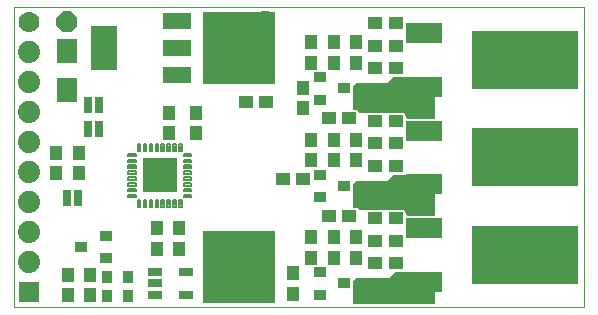
<source format=gts>
G75*
G70*
%OFA0B0*%
%FSLAX24Y24*%
%IPPOS*%
%LPD*%
%AMOC8*
5,1,8,0,0,1.08239X$1,22.5*
%
%ADD10C,0.0000*%
%ADD11C,0.0001*%
%ADD12C,0.1221*%
%ADD13R,0.1370X0.1940*%
%ADD14R,0.1221X0.0670*%
%ADD15R,0.2290X0.1940*%
%ADD16R,0.0394X0.0355*%
%ADD17R,0.0473X0.0434*%
%ADD18R,0.0434X0.0473*%
%ADD19R,0.2402X0.2402*%
%ADD20OC8,0.0700*%
%ADD21C,0.0700*%
%ADD22C,0.0079*%
%ADD23R,0.1182X0.1182*%
%ADD24R,0.0335X0.0414*%
%ADD25R,0.0920X0.0520*%
%ADD26R,0.0906X0.1457*%
%ADD27R,0.0670X0.0788*%
%ADD28R,0.0512X0.0257*%
%ADD29R,0.0700X0.0700*%
%ADD30C,0.0740*%
%ADD31R,0.0290X0.0540*%
%ADD32C,0.0631*%
%ADD33OC8,0.0808*%
D10*
X000140Y000600D02*
X000140Y010600D01*
X019140Y010600D01*
X019140Y000600D01*
X000140Y000600D01*
X011440Y000750D02*
X014115Y000750D01*
X014115Y001775D01*
X012840Y001775D01*
X012640Y001575D01*
X011540Y001575D01*
X011440Y001475D01*
X011440Y000750D01*
X013240Y003675D02*
X014115Y003675D01*
X014115Y005025D01*
X012790Y005025D01*
X012590Y004825D01*
X011540Y004825D01*
X011440Y004725D01*
X011440Y003950D01*
X011565Y003950D01*
X011640Y003875D01*
X013140Y003875D01*
X013240Y003675D01*
X017674Y002350D02*
X017676Y002398D01*
X017682Y002446D01*
X017692Y002493D01*
X017705Y002539D01*
X017723Y002584D01*
X017743Y002628D01*
X017768Y002670D01*
X017796Y002709D01*
X017826Y002746D01*
X017860Y002780D01*
X017897Y002812D01*
X017935Y002841D01*
X017976Y002866D01*
X018019Y002888D01*
X018064Y002906D01*
X018110Y002920D01*
X018157Y002931D01*
X018205Y002938D01*
X018253Y002941D01*
X018301Y002940D01*
X018349Y002935D01*
X018397Y002926D01*
X018443Y002914D01*
X018488Y002897D01*
X018532Y002877D01*
X018574Y002854D01*
X018614Y002827D01*
X018652Y002797D01*
X018687Y002764D01*
X018719Y002728D01*
X018749Y002690D01*
X018775Y002649D01*
X018797Y002606D01*
X018817Y002562D01*
X018832Y002517D01*
X018844Y002470D01*
X018852Y002422D01*
X018856Y002374D01*
X018856Y002326D01*
X018852Y002278D01*
X018844Y002230D01*
X018832Y002183D01*
X018817Y002138D01*
X018797Y002094D01*
X018775Y002051D01*
X018749Y002010D01*
X018719Y001972D01*
X018687Y001936D01*
X018652Y001903D01*
X018614Y001873D01*
X018574Y001846D01*
X018532Y001823D01*
X018488Y001803D01*
X018443Y001786D01*
X018397Y001774D01*
X018349Y001765D01*
X018301Y001760D01*
X018253Y001759D01*
X018205Y001762D01*
X018157Y001769D01*
X018110Y001780D01*
X018064Y001794D01*
X018019Y001812D01*
X017976Y001834D01*
X017935Y001859D01*
X017897Y001888D01*
X017860Y001920D01*
X017826Y001954D01*
X017796Y001991D01*
X017768Y002030D01*
X017743Y002072D01*
X017723Y002116D01*
X017705Y002161D01*
X017692Y002207D01*
X017682Y002254D01*
X017676Y002302D01*
X017674Y002350D01*
X017674Y005600D02*
X017676Y005648D01*
X017682Y005696D01*
X017692Y005743D01*
X017705Y005789D01*
X017723Y005834D01*
X017743Y005878D01*
X017768Y005920D01*
X017796Y005959D01*
X017826Y005996D01*
X017860Y006030D01*
X017897Y006062D01*
X017935Y006091D01*
X017976Y006116D01*
X018019Y006138D01*
X018064Y006156D01*
X018110Y006170D01*
X018157Y006181D01*
X018205Y006188D01*
X018253Y006191D01*
X018301Y006190D01*
X018349Y006185D01*
X018397Y006176D01*
X018443Y006164D01*
X018488Y006147D01*
X018532Y006127D01*
X018574Y006104D01*
X018614Y006077D01*
X018652Y006047D01*
X018687Y006014D01*
X018719Y005978D01*
X018749Y005940D01*
X018775Y005899D01*
X018797Y005856D01*
X018817Y005812D01*
X018832Y005767D01*
X018844Y005720D01*
X018852Y005672D01*
X018856Y005624D01*
X018856Y005576D01*
X018852Y005528D01*
X018844Y005480D01*
X018832Y005433D01*
X018817Y005388D01*
X018797Y005344D01*
X018775Y005301D01*
X018749Y005260D01*
X018719Y005222D01*
X018687Y005186D01*
X018652Y005153D01*
X018614Y005123D01*
X018574Y005096D01*
X018532Y005073D01*
X018488Y005053D01*
X018443Y005036D01*
X018397Y005024D01*
X018349Y005015D01*
X018301Y005010D01*
X018253Y005009D01*
X018205Y005012D01*
X018157Y005019D01*
X018110Y005030D01*
X018064Y005044D01*
X018019Y005062D01*
X017976Y005084D01*
X017935Y005109D01*
X017897Y005138D01*
X017860Y005170D01*
X017826Y005204D01*
X017796Y005241D01*
X017768Y005280D01*
X017743Y005322D01*
X017723Y005366D01*
X017705Y005411D01*
X017692Y005457D01*
X017682Y005504D01*
X017676Y005552D01*
X017674Y005600D01*
X014115Y006925D02*
X013240Y006925D01*
X013140Y007125D01*
X011665Y007125D01*
X011640Y007125D01*
X011565Y007200D01*
X011440Y007200D01*
X011440Y007975D01*
X011540Y008075D01*
X012565Y008075D01*
X012765Y008275D01*
X014115Y008275D01*
X014115Y006925D01*
X017674Y008850D02*
X017676Y008898D01*
X017682Y008946D01*
X017692Y008993D01*
X017705Y009039D01*
X017723Y009084D01*
X017743Y009128D01*
X017768Y009170D01*
X017796Y009209D01*
X017826Y009246D01*
X017860Y009280D01*
X017897Y009312D01*
X017935Y009341D01*
X017976Y009366D01*
X018019Y009388D01*
X018064Y009406D01*
X018110Y009420D01*
X018157Y009431D01*
X018205Y009438D01*
X018253Y009441D01*
X018301Y009440D01*
X018349Y009435D01*
X018397Y009426D01*
X018443Y009414D01*
X018488Y009397D01*
X018532Y009377D01*
X018574Y009354D01*
X018614Y009327D01*
X018652Y009297D01*
X018687Y009264D01*
X018719Y009228D01*
X018749Y009190D01*
X018775Y009149D01*
X018797Y009106D01*
X018817Y009062D01*
X018832Y009017D01*
X018844Y008970D01*
X018852Y008922D01*
X018856Y008874D01*
X018856Y008826D01*
X018852Y008778D01*
X018844Y008730D01*
X018832Y008683D01*
X018817Y008638D01*
X018797Y008594D01*
X018775Y008551D01*
X018749Y008510D01*
X018719Y008472D01*
X018687Y008436D01*
X018652Y008403D01*
X018614Y008373D01*
X018574Y008346D01*
X018532Y008323D01*
X018488Y008303D01*
X018443Y008286D01*
X018397Y008274D01*
X018349Y008265D01*
X018301Y008260D01*
X018253Y008259D01*
X018205Y008262D01*
X018157Y008269D01*
X018110Y008280D01*
X018064Y008294D01*
X018019Y008312D01*
X017976Y008334D01*
X017935Y008359D01*
X017897Y008388D01*
X017860Y008420D01*
X017826Y008454D01*
X017796Y008491D01*
X017768Y008530D01*
X017743Y008572D01*
X017723Y008616D01*
X017705Y008661D01*
X017692Y008707D01*
X017682Y008754D01*
X017676Y008802D01*
X017674Y008850D01*
D11*
X014115Y008274D02*
X012764Y008274D01*
X012763Y008273D02*
X014115Y008273D01*
X014115Y008272D02*
X012762Y008272D01*
X012761Y008271D02*
X014115Y008271D01*
X014115Y008270D02*
X012760Y008270D01*
X012759Y008269D02*
X014115Y008269D01*
X014115Y008268D02*
X012758Y008268D01*
X012757Y008267D02*
X014115Y008267D01*
X014115Y008266D02*
X012756Y008266D01*
X012755Y008265D02*
X014115Y008265D01*
X014115Y008264D02*
X012754Y008264D01*
X012753Y008263D02*
X014115Y008263D01*
X014115Y008262D02*
X012752Y008262D01*
X012751Y008261D02*
X014115Y008261D01*
X014115Y008260D02*
X012750Y008260D01*
X012749Y008259D02*
X014115Y008259D01*
X014115Y008258D02*
X012748Y008258D01*
X012747Y008257D02*
X014115Y008257D01*
X014115Y008256D02*
X012746Y008256D01*
X012745Y008255D02*
X014115Y008255D01*
X014115Y008254D02*
X012744Y008254D01*
X012743Y008253D02*
X014115Y008253D01*
X014115Y008252D02*
X012742Y008252D01*
X012741Y008251D02*
X014115Y008251D01*
X014115Y008250D02*
X012740Y008250D01*
X012739Y008249D02*
X014115Y008249D01*
X014115Y008248D02*
X012738Y008248D01*
X012737Y008247D02*
X014115Y008247D01*
X014115Y008246D02*
X012736Y008246D01*
X012735Y008245D02*
X014115Y008245D01*
X014115Y008244D02*
X012734Y008244D01*
X012733Y008243D02*
X014115Y008243D01*
X014115Y008242D02*
X012732Y008242D01*
X012731Y008241D02*
X014115Y008241D01*
X014115Y008240D02*
X012730Y008240D01*
X012729Y008239D02*
X014115Y008239D01*
X014115Y008238D02*
X012728Y008238D01*
X012727Y008237D02*
X014115Y008237D01*
X014115Y008236D02*
X012726Y008236D01*
X012725Y008235D02*
X014115Y008235D01*
X014115Y008234D02*
X012724Y008234D01*
X012723Y008233D02*
X014115Y008233D01*
X014115Y008232D02*
X012722Y008232D01*
X012721Y008231D02*
X014115Y008231D01*
X014115Y008230D02*
X012720Y008230D01*
X012719Y008229D02*
X014115Y008229D01*
X014115Y008228D02*
X012718Y008228D01*
X012717Y008227D02*
X014115Y008227D01*
X014115Y008226D02*
X012716Y008226D01*
X012715Y008225D02*
X014115Y008225D01*
X014115Y008224D02*
X012714Y008224D01*
X012713Y008223D02*
X014115Y008223D01*
X014115Y008222D02*
X012712Y008222D01*
X012711Y008221D02*
X014115Y008221D01*
X014115Y008220D02*
X012710Y008220D01*
X012709Y008219D02*
X014115Y008219D01*
X014115Y008218D02*
X012708Y008218D01*
X012707Y008217D02*
X014115Y008217D01*
X014115Y008216D02*
X012706Y008216D01*
X012705Y008215D02*
X014115Y008215D01*
X014115Y008214D02*
X012704Y008214D01*
X012703Y008213D02*
X014115Y008213D01*
X012703Y008213D01*
X012702Y008212D02*
X014115Y008212D01*
X014115Y008211D02*
X012701Y008211D01*
X012700Y008210D02*
X014115Y008210D01*
X014115Y008209D02*
X012699Y008209D01*
X012698Y008208D02*
X014115Y008208D01*
X014115Y008207D02*
X012697Y008207D01*
X012696Y008206D02*
X014115Y008206D01*
X014115Y008205D02*
X012695Y008205D01*
X012694Y008204D02*
X014115Y008204D01*
X014115Y008203D02*
X012693Y008203D01*
X012692Y008202D02*
X014115Y008202D01*
X014115Y008201D02*
X012691Y008201D01*
X012690Y008200D02*
X014115Y008200D01*
X014115Y008199D02*
X012689Y008199D01*
X012688Y008198D02*
X014115Y008198D01*
X014115Y008197D02*
X012687Y008197D01*
X012686Y008196D02*
X014115Y008196D01*
X014115Y008195D02*
X012685Y008195D01*
X012684Y008194D02*
X014115Y008194D01*
X014115Y008193D02*
X012683Y008193D01*
X012682Y008192D02*
X014115Y008192D01*
X014115Y008191D02*
X012681Y008191D01*
X012680Y008190D02*
X014115Y008190D01*
X014115Y008189D02*
X012679Y008189D01*
X012678Y008188D02*
X014115Y008188D01*
X014115Y008187D02*
X012677Y008187D01*
X012676Y008186D02*
X014115Y008186D01*
X014115Y008185D02*
X012675Y008185D01*
X012674Y008184D02*
X014115Y008184D01*
X014115Y008183D02*
X012673Y008183D01*
X012672Y008182D02*
X014115Y008182D01*
X014115Y008181D02*
X012671Y008181D01*
X012670Y008180D02*
X014115Y008180D01*
X014115Y008179D02*
X012669Y008179D01*
X012668Y008178D02*
X014115Y008178D01*
X014115Y008177D02*
X012667Y008177D01*
X012666Y008176D02*
X014115Y008176D01*
X014115Y008175D02*
X012665Y008175D01*
X012664Y008174D02*
X014115Y008174D01*
X014115Y008173D02*
X012663Y008173D01*
X012662Y008172D02*
X014115Y008172D01*
X014115Y008171D02*
X012661Y008171D01*
X012660Y008170D02*
X014115Y008170D01*
X014115Y008169D02*
X012659Y008169D01*
X012658Y008168D02*
X014115Y008168D01*
X014115Y008167D02*
X012657Y008167D01*
X012656Y008166D02*
X014115Y008166D01*
X014115Y008165D02*
X012655Y008165D01*
X012654Y008164D02*
X014115Y008164D01*
X014115Y008163D02*
X012653Y008163D01*
X012652Y008162D02*
X014115Y008162D01*
X014115Y008161D02*
X012651Y008161D01*
X012650Y008160D02*
X014115Y008160D01*
X014115Y008159D02*
X012649Y008159D01*
X012648Y008158D02*
X014115Y008158D01*
X014115Y008157D02*
X012647Y008157D01*
X012646Y008156D02*
X014115Y008156D01*
X014115Y008155D02*
X012645Y008155D01*
X012644Y008154D02*
X014115Y008154D01*
X014115Y008153D02*
X012643Y008153D01*
X012642Y008152D02*
X014115Y008152D01*
X014115Y008151D02*
X012641Y008151D01*
X012640Y008150D02*
X014115Y008150D01*
X014115Y008149D02*
X012639Y008149D01*
X012638Y008148D02*
X014115Y008148D01*
X014115Y008147D02*
X012637Y008147D01*
X012636Y008146D02*
X014115Y008146D01*
X014115Y008145D02*
X012635Y008145D01*
X012634Y008144D02*
X014115Y008144D01*
X014115Y008143D02*
X012633Y008143D01*
X012632Y008142D02*
X014115Y008142D01*
X014115Y008141D02*
X012631Y008141D01*
X012630Y008140D02*
X014115Y008140D01*
X014115Y008139D02*
X012629Y008139D01*
X012628Y008138D02*
X014115Y008138D01*
X014115Y008137D02*
X012627Y008137D01*
X012626Y008136D02*
X014115Y008136D01*
X014115Y008135D02*
X012625Y008135D01*
X012624Y008134D02*
X014115Y008134D01*
X014115Y008133D02*
X012623Y008133D01*
X012622Y008132D02*
X014115Y008132D01*
X014115Y008131D02*
X012621Y008131D01*
X012620Y008130D02*
X014115Y008130D01*
X014115Y008129D02*
X012619Y008129D01*
X012618Y008128D02*
X014115Y008128D01*
X014115Y008127D02*
X012617Y008127D01*
X012616Y008126D02*
X014115Y008126D01*
X014115Y008125D02*
X012615Y008125D01*
X012614Y008124D02*
X014115Y008124D01*
X014115Y008123D02*
X012613Y008123D01*
X012612Y008122D02*
X014115Y008122D01*
X014115Y008121D02*
X012611Y008121D01*
X012610Y008120D02*
X014115Y008120D01*
X014115Y008119D02*
X012609Y008119D01*
X012608Y008118D02*
X014115Y008118D01*
X014115Y008117D02*
X012607Y008117D01*
X012606Y008116D02*
X014115Y008116D01*
X014115Y008115D02*
X012605Y008115D01*
X012604Y008114D02*
X014115Y008114D01*
X014115Y008113D02*
X012603Y008113D01*
X012602Y008112D02*
X014115Y008112D01*
X014115Y008111D02*
X012601Y008111D01*
X012600Y008110D02*
X014115Y008110D01*
X014115Y008109D02*
X012599Y008109D01*
X012598Y008108D02*
X014115Y008108D01*
X014115Y008107D02*
X012597Y008107D01*
X012596Y008106D02*
X014115Y008106D01*
X014115Y008105D02*
X012595Y008105D01*
X012594Y008104D02*
X014115Y008104D01*
X014115Y008103D02*
X012593Y008103D01*
X012592Y008102D02*
X014115Y008102D01*
X014115Y008101D02*
X012591Y008101D01*
X012590Y008100D02*
X014115Y008100D01*
X014115Y008099D02*
X012589Y008099D01*
X012588Y008098D02*
X014115Y008098D01*
X014115Y008097D02*
X012587Y008097D01*
X012586Y008096D02*
X014115Y008096D01*
X014115Y008095D02*
X012585Y008095D01*
X012584Y008094D02*
X014115Y008094D01*
X014115Y008093D02*
X012583Y008093D01*
X012582Y008092D02*
X014115Y008092D01*
X014115Y008091D02*
X012581Y008091D01*
X012580Y008090D02*
X014115Y008090D01*
X014115Y008089D02*
X012579Y008089D01*
X012578Y008088D02*
X014115Y008088D01*
X014115Y008087D02*
X012577Y008087D01*
X012576Y008086D02*
X014115Y008086D01*
X014115Y008085D02*
X012575Y008085D01*
X012574Y008084D02*
X014115Y008084D01*
X014115Y008083D02*
X012573Y008083D01*
X012572Y008082D02*
X014115Y008082D01*
X014115Y008081D02*
X012571Y008081D01*
X012570Y008080D02*
X014115Y008080D01*
X014115Y008079D02*
X012569Y008079D01*
X012568Y008078D02*
X014115Y008078D01*
X014115Y008077D02*
X012567Y008077D01*
X012566Y008076D02*
X014115Y008076D01*
X014115Y008075D02*
X011540Y008075D01*
X011539Y008074D02*
X014115Y008074D01*
X014115Y008073D02*
X011538Y008073D01*
X011537Y008072D02*
X014115Y008072D01*
X014115Y008071D02*
X011536Y008071D01*
X011535Y008070D02*
X014115Y008070D01*
X014115Y008069D02*
X011534Y008069D01*
X011533Y008068D02*
X014115Y008068D01*
X014115Y008067D02*
X011532Y008067D01*
X011531Y008066D02*
X014115Y008066D01*
X014115Y008065D02*
X011530Y008065D01*
X011529Y008064D02*
X014115Y008064D01*
X014115Y008063D02*
X011528Y008063D01*
X011527Y008062D02*
X014115Y008062D01*
X014115Y008061D02*
X011526Y008061D01*
X011525Y008060D02*
X014115Y008060D01*
X014115Y008059D02*
X011524Y008059D01*
X011523Y008058D02*
X014115Y008058D01*
X014115Y008057D02*
X011522Y008057D01*
X011521Y008056D02*
X014115Y008056D01*
X014115Y008055D02*
X011520Y008055D01*
X011519Y008054D02*
X014115Y008054D01*
X014115Y008053D02*
X011518Y008053D01*
X011517Y008052D02*
X014115Y008052D01*
X014115Y008051D02*
X011516Y008051D01*
X011515Y008050D02*
X014115Y008050D01*
X014115Y008049D02*
X011514Y008049D01*
X011513Y008048D02*
X014115Y008048D01*
X014115Y008047D02*
X011512Y008047D01*
X011511Y008046D02*
X014115Y008046D01*
X014115Y008045D02*
X011510Y008045D01*
X011509Y008044D02*
X014115Y008044D01*
X014115Y008043D02*
X011508Y008043D01*
X011507Y008042D02*
X014115Y008042D01*
X014115Y008041D02*
X011506Y008041D01*
X011505Y008040D02*
X014115Y008040D01*
X014115Y008039D02*
X011504Y008039D01*
X011503Y008038D02*
X014115Y008038D01*
X014115Y008037D02*
X011502Y008037D01*
X011501Y008036D02*
X014115Y008036D01*
X014115Y008035D02*
X011500Y008035D01*
X011499Y008034D02*
X014115Y008034D01*
X014115Y008033D02*
X011498Y008033D01*
X011497Y008032D02*
X014115Y008032D01*
X014115Y008031D02*
X011496Y008031D01*
X011495Y008030D02*
X014115Y008030D01*
X014115Y008029D02*
X011494Y008029D01*
X011493Y008028D02*
X014115Y008028D01*
X014115Y008027D02*
X011492Y008027D01*
X011491Y008026D02*
X014115Y008026D01*
X014115Y008025D02*
X011490Y008025D01*
X011489Y008024D02*
X014115Y008024D01*
X014115Y008023D02*
X011488Y008023D01*
X011487Y008022D02*
X014115Y008022D01*
X014115Y008021D02*
X011486Y008021D01*
X011485Y008020D02*
X014115Y008020D01*
X014115Y008019D02*
X011484Y008019D01*
X011483Y008018D02*
X014115Y008018D01*
X014115Y008017D02*
X011482Y008017D01*
X011481Y008016D02*
X014115Y008016D01*
X014115Y008015D02*
X011480Y008015D01*
X011479Y008014D02*
X014115Y008014D01*
X014115Y008013D02*
X011478Y008013D01*
X011477Y008012D02*
X014115Y008012D01*
X014115Y008011D02*
X011476Y008011D01*
X011475Y008010D02*
X014115Y008010D01*
X014115Y008009D02*
X011474Y008009D01*
X011473Y008008D02*
X014115Y008008D01*
X014115Y008007D02*
X011472Y008007D01*
X011471Y008006D02*
X014115Y008006D01*
X014115Y008005D02*
X011470Y008005D01*
X011469Y008004D02*
X014115Y008004D01*
X014115Y008003D02*
X011468Y008003D01*
X011467Y008002D02*
X014115Y008002D01*
X014115Y008001D02*
X011466Y008001D01*
X011465Y008000D02*
X014115Y008000D01*
X014115Y007999D02*
X011464Y007999D01*
X011463Y007998D02*
X014115Y007998D01*
X014115Y007997D02*
X011462Y007997D01*
X011461Y007996D02*
X014115Y007996D01*
X014115Y007995D02*
X011460Y007995D01*
X011459Y007994D02*
X014115Y007994D01*
X014115Y007993D02*
X011458Y007993D01*
X011457Y007992D02*
X014115Y007992D01*
X014115Y007991D02*
X011456Y007991D01*
X011455Y007990D02*
X014115Y007990D01*
X014115Y007989D02*
X011454Y007989D01*
X011453Y007988D02*
X014115Y007988D01*
X014115Y007987D02*
X011452Y007987D01*
X011451Y007986D02*
X014115Y007986D01*
X014115Y007985D02*
X011450Y007985D01*
X011449Y007984D02*
X014115Y007984D01*
X014115Y007983D02*
X011448Y007983D01*
X011447Y007982D02*
X014115Y007982D01*
X014115Y007981D02*
X011446Y007981D01*
X011445Y007980D02*
X014115Y007980D01*
X014115Y007979D02*
X011444Y007979D01*
X011443Y007978D02*
X014115Y007978D01*
X014115Y007977D02*
X011442Y007977D01*
X011441Y007976D02*
X014115Y007976D01*
X014115Y007975D02*
X011440Y007975D01*
X011440Y007974D02*
X014115Y007974D01*
X014115Y007973D02*
X011440Y007973D01*
X011440Y007972D02*
X014115Y007972D01*
X014115Y007971D02*
X011440Y007971D01*
X011440Y007970D02*
X014115Y007970D01*
X014115Y007969D02*
X011440Y007969D01*
X011440Y007968D02*
X014115Y007968D01*
X014115Y007967D02*
X011440Y007967D01*
X011440Y007966D02*
X014115Y007966D01*
X014115Y007965D02*
X011440Y007965D01*
X011440Y007964D02*
X014115Y007964D01*
X014115Y007963D02*
X011440Y007963D01*
X011440Y007962D02*
X014115Y007962D01*
X014115Y007961D02*
X011440Y007961D01*
X011440Y007960D02*
X014115Y007960D01*
X014115Y007959D02*
X011440Y007959D01*
X011440Y007958D02*
X014115Y007958D01*
X014115Y007957D02*
X011440Y007957D01*
X011440Y007956D02*
X014115Y007956D01*
X014115Y007955D02*
X011440Y007955D01*
X011440Y007954D02*
X014115Y007954D01*
X014115Y007953D02*
X011440Y007953D01*
X011440Y007952D02*
X014115Y007952D01*
X014115Y007951D02*
X011440Y007951D01*
X011440Y007950D02*
X014115Y007950D01*
X014115Y007949D02*
X011440Y007949D01*
X011440Y007948D02*
X014115Y007948D01*
X014115Y007947D02*
X011440Y007947D01*
X011440Y007946D02*
X014115Y007946D01*
X014115Y007945D02*
X011440Y007945D01*
X011440Y007944D02*
X014115Y007944D01*
X014115Y007943D02*
X011440Y007943D01*
X011440Y007942D02*
X014115Y007942D01*
X014115Y007941D02*
X011440Y007941D01*
X011440Y007940D02*
X014115Y007940D01*
X014115Y007939D02*
X011440Y007939D01*
X011440Y007938D02*
X014115Y007938D01*
X014115Y007937D02*
X011440Y007937D01*
X011440Y007936D02*
X014115Y007936D01*
X014115Y007935D02*
X011440Y007935D01*
X011440Y007934D02*
X014115Y007934D01*
X014115Y007933D02*
X011440Y007933D01*
X011440Y007932D02*
X014115Y007932D01*
X014115Y007931D02*
X011440Y007931D01*
X011440Y007930D02*
X014115Y007930D01*
X014115Y007929D02*
X011440Y007929D01*
X011440Y007928D02*
X014115Y007928D01*
X014115Y007927D02*
X011440Y007927D01*
X011440Y007926D02*
X014115Y007926D01*
X014115Y007925D02*
X011440Y007925D01*
X011440Y007924D02*
X014115Y007924D01*
X014115Y007923D02*
X011440Y007923D01*
X011440Y007922D02*
X014115Y007922D01*
X014115Y007921D02*
X011440Y007921D01*
X011440Y007920D02*
X014115Y007920D01*
X014115Y007919D02*
X011440Y007919D01*
X011440Y007918D02*
X014115Y007918D01*
X014115Y007917D02*
X011440Y007917D01*
X011440Y007916D02*
X014115Y007916D01*
X014115Y007915D02*
X011440Y007915D01*
X011440Y007914D02*
X014115Y007914D01*
X014115Y007913D02*
X011440Y007913D01*
X011440Y007912D02*
X014115Y007912D01*
X014115Y007911D02*
X011440Y007911D01*
X011440Y007910D02*
X014115Y007910D01*
X014115Y007909D02*
X011440Y007909D01*
X011440Y007908D02*
X014115Y007908D01*
X014115Y007907D02*
X011440Y007907D01*
X011440Y007906D02*
X014115Y007906D01*
X014115Y007905D02*
X011440Y007905D01*
X011440Y007904D02*
X014115Y007904D01*
X014115Y007903D02*
X011440Y007903D01*
X011440Y007902D02*
X014115Y007902D01*
X014115Y007901D02*
X011440Y007901D01*
X011440Y007900D02*
X014115Y007900D01*
X014115Y007899D02*
X011440Y007899D01*
X011440Y007898D02*
X014115Y007898D01*
X014115Y007897D02*
X011440Y007897D01*
X011440Y007896D02*
X014115Y007896D01*
X014115Y007895D02*
X011440Y007895D01*
X011440Y007894D02*
X014115Y007894D01*
X014115Y007893D02*
X011440Y007893D01*
X011440Y007892D02*
X014115Y007892D01*
X014115Y007891D02*
X011440Y007891D01*
X011440Y007890D02*
X014115Y007890D01*
X014115Y007889D02*
X011440Y007889D01*
X011440Y007888D02*
X014115Y007888D01*
X014115Y007887D02*
X011440Y007887D01*
X011440Y007886D02*
X014115Y007886D01*
X014115Y007885D02*
X011440Y007885D01*
X011440Y007884D02*
X014115Y007884D01*
X014115Y007883D02*
X011440Y007883D01*
X011440Y007882D02*
X014115Y007882D01*
X014115Y007881D02*
X011440Y007881D01*
X011440Y007880D02*
X014115Y007880D01*
X014115Y007879D02*
X011440Y007879D01*
X011440Y007878D02*
X014115Y007878D01*
X014115Y007877D02*
X011440Y007877D01*
X011440Y007876D02*
X014115Y007876D01*
X014115Y007875D02*
X011440Y007875D01*
X011440Y007874D02*
X014115Y007874D01*
X014115Y007873D02*
X011440Y007873D01*
X011440Y007872D02*
X014115Y007872D01*
X014115Y007871D02*
X011440Y007871D01*
X011440Y007870D02*
X014115Y007870D01*
X014115Y007869D02*
X011440Y007869D01*
X011440Y007868D02*
X014115Y007868D01*
X014115Y007867D02*
X011440Y007867D01*
X011440Y007866D02*
X014115Y007866D01*
X014115Y007865D02*
X011440Y007865D01*
X011440Y007864D02*
X014115Y007864D01*
X014115Y007863D02*
X011440Y007863D01*
X011440Y007862D02*
X014115Y007862D01*
X014115Y007861D02*
X011440Y007861D01*
X011440Y007860D02*
X014115Y007860D01*
X014115Y007859D02*
X011440Y007859D01*
X011440Y007858D02*
X014115Y007858D01*
X014115Y007857D02*
X011440Y007857D01*
X011440Y007856D02*
X014115Y007856D01*
X014115Y007855D02*
X011440Y007855D01*
X011440Y007854D02*
X014115Y007854D01*
X014115Y007853D02*
X011440Y007853D01*
X011440Y007852D02*
X014115Y007852D01*
X014115Y007851D02*
X011440Y007851D01*
X011440Y007850D02*
X014115Y007850D01*
X014115Y007849D02*
X011440Y007849D01*
X011440Y007848D02*
X014115Y007848D01*
X014115Y007847D02*
X011440Y007847D01*
X011440Y007846D02*
X014115Y007846D01*
X014115Y007845D02*
X011440Y007845D01*
X011440Y007844D02*
X014115Y007844D01*
X014115Y007843D02*
X011440Y007843D01*
X011440Y007842D02*
X014115Y007842D01*
X014115Y007841D02*
X011440Y007841D01*
X011440Y007840D02*
X014115Y007840D01*
X014115Y007839D02*
X011440Y007839D01*
X011440Y007838D02*
X014115Y007838D01*
X014115Y007837D02*
X011440Y007837D01*
X011440Y007836D02*
X014115Y007836D01*
X014115Y007835D02*
X011440Y007835D01*
X011440Y007834D02*
X014115Y007834D01*
X014115Y007833D02*
X011440Y007833D01*
X011440Y007832D02*
X014115Y007832D01*
X014115Y007831D02*
X011440Y007831D01*
X011440Y007830D02*
X014115Y007830D01*
X014115Y007829D02*
X011440Y007829D01*
X011440Y007828D02*
X014115Y007828D01*
X014115Y007827D02*
X011440Y007827D01*
X011440Y007826D02*
X014115Y007826D01*
X014115Y007825D02*
X011440Y007825D01*
X011440Y007824D02*
X014115Y007824D01*
X014115Y007823D02*
X011440Y007823D01*
X011440Y007822D02*
X014115Y007822D01*
X014115Y007821D02*
X011440Y007821D01*
X011440Y007820D02*
X014115Y007820D01*
X014115Y007819D02*
X011440Y007819D01*
X011440Y007818D02*
X014115Y007818D01*
X014115Y007817D02*
X011440Y007817D01*
X011440Y007816D02*
X014115Y007816D01*
X014115Y007815D02*
X011440Y007815D01*
X011440Y007814D02*
X014115Y007814D01*
X014115Y007813D02*
X011440Y007813D01*
X011440Y007812D02*
X014115Y007812D01*
X014115Y007811D02*
X011440Y007811D01*
X011440Y007810D02*
X014115Y007810D01*
X014115Y007809D02*
X011440Y007809D01*
X011440Y007808D02*
X014115Y007808D01*
X014115Y007807D02*
X011440Y007807D01*
X011440Y007806D02*
X014115Y007806D01*
X014115Y007805D02*
X011440Y007805D01*
X011440Y007804D02*
X014115Y007804D01*
X014115Y007803D02*
X011440Y007803D01*
X011440Y007802D02*
X014115Y007802D01*
X014115Y007801D02*
X011440Y007801D01*
X011440Y007800D02*
X014115Y007800D01*
X014115Y007799D02*
X011440Y007799D01*
X011440Y007798D02*
X014115Y007798D01*
X014115Y007797D02*
X011440Y007797D01*
X011440Y007796D02*
X014115Y007796D01*
X014115Y007795D02*
X011440Y007795D01*
X011440Y007794D02*
X014115Y007794D01*
X014115Y007793D02*
X011440Y007793D01*
X011440Y007792D02*
X014115Y007792D01*
X014115Y007791D02*
X011440Y007791D01*
X011440Y007790D02*
X014115Y007790D01*
X014115Y007789D02*
X011440Y007789D01*
X011440Y007788D02*
X014115Y007788D01*
X014115Y007787D02*
X011440Y007787D01*
X011440Y007786D02*
X014115Y007786D01*
X014115Y007785D02*
X011440Y007785D01*
X011440Y007784D02*
X014115Y007784D01*
X014115Y007783D02*
X011440Y007783D01*
X011440Y007782D02*
X014115Y007782D01*
X014115Y007781D02*
X011440Y007781D01*
X011440Y007780D02*
X014115Y007780D01*
X014115Y007779D02*
X011440Y007779D01*
X011440Y007778D02*
X014115Y007778D01*
X014115Y007777D02*
X011440Y007777D01*
X011440Y007776D02*
X014115Y007776D01*
X014115Y007775D02*
X011440Y007775D01*
X011440Y007774D02*
X014115Y007774D01*
X014115Y007773D02*
X011440Y007773D01*
X011440Y007772D02*
X014115Y007772D01*
X014115Y007771D02*
X011440Y007771D01*
X011440Y007770D02*
X014115Y007770D01*
X014115Y007769D02*
X011440Y007769D01*
X011440Y007768D02*
X014115Y007768D01*
X014115Y007767D02*
X011440Y007767D01*
X011440Y007766D02*
X014115Y007766D01*
X014115Y007765D02*
X011440Y007765D01*
X011440Y007764D02*
X014115Y007764D01*
X014115Y007763D02*
X011440Y007763D01*
X011440Y007762D02*
X014115Y007762D01*
X014115Y007761D02*
X011440Y007761D01*
X011440Y007760D02*
X014115Y007760D01*
X014115Y007759D02*
X011440Y007759D01*
X011440Y007758D02*
X014115Y007758D01*
X014115Y007757D02*
X011440Y007757D01*
X011440Y007756D02*
X014115Y007756D01*
X014115Y007755D02*
X011440Y007755D01*
X011440Y007754D02*
X014115Y007754D01*
X014115Y007753D02*
X011440Y007753D01*
X011440Y007752D02*
X014115Y007752D01*
X014115Y007751D02*
X011440Y007751D01*
X011440Y007750D02*
X014115Y007750D01*
X014115Y007749D02*
X011440Y007749D01*
X011440Y007748D02*
X014115Y007748D01*
X014115Y007747D02*
X011440Y007747D01*
X011440Y007746D02*
X014115Y007746D01*
X014115Y007745D02*
X011440Y007745D01*
X011440Y007744D02*
X014115Y007744D01*
X014115Y007743D02*
X011440Y007743D01*
X011440Y007742D02*
X014115Y007742D01*
X014115Y007741D02*
X011440Y007741D01*
X011440Y007740D02*
X014115Y007740D01*
X014115Y007739D02*
X011440Y007739D01*
X011440Y007738D02*
X014115Y007738D01*
X014115Y007737D02*
X011440Y007737D01*
X011440Y007736D02*
X014115Y007736D01*
X014115Y007735D02*
X011440Y007735D01*
X011440Y007734D02*
X014115Y007734D01*
X014115Y007733D02*
X011440Y007733D01*
X011440Y007732D02*
X014115Y007732D01*
X014115Y007731D02*
X011440Y007731D01*
X011440Y007730D02*
X014115Y007730D01*
X014115Y007729D02*
X011440Y007729D01*
X011440Y007728D02*
X014115Y007728D01*
X014115Y007727D02*
X011440Y007727D01*
X011440Y007726D02*
X014115Y007726D01*
X014115Y007725D02*
X011440Y007725D01*
X011440Y007724D02*
X014115Y007724D01*
X014115Y007723D02*
X011440Y007723D01*
X011440Y007722D02*
X014115Y007722D01*
X014115Y007721D02*
X011440Y007721D01*
X011440Y007720D02*
X014115Y007720D01*
X014115Y007719D02*
X011440Y007719D01*
X011440Y007718D02*
X014115Y007718D01*
X014115Y007717D02*
X011440Y007717D01*
X011440Y007716D02*
X014115Y007716D01*
X014115Y007715D02*
X011440Y007715D01*
X011440Y007714D02*
X014115Y007714D01*
X014115Y007713D02*
X011440Y007713D01*
X011440Y007712D02*
X014115Y007712D01*
X014115Y007711D02*
X011440Y007711D01*
X011440Y007710D02*
X014115Y007710D01*
X014115Y007709D02*
X011440Y007709D01*
X011440Y007708D02*
X014115Y007708D01*
X014115Y007707D02*
X011440Y007707D01*
X011440Y007706D02*
X014115Y007706D01*
X014115Y007705D02*
X011440Y007705D01*
X011440Y007704D02*
X014115Y007704D01*
X014115Y007703D02*
X011440Y007703D01*
X011440Y007702D02*
X014115Y007702D01*
X014115Y007701D02*
X011440Y007701D01*
X011440Y007700D02*
X014115Y007700D01*
X014115Y007699D02*
X011440Y007699D01*
X011440Y007698D02*
X014115Y007698D01*
X014115Y007697D02*
X011440Y007697D01*
X011440Y007696D02*
X014115Y007696D01*
X014115Y007695D02*
X011440Y007695D01*
X011440Y007694D02*
X014115Y007694D01*
X014115Y007693D02*
X011440Y007693D01*
X011440Y007692D02*
X014115Y007692D01*
X014115Y007691D02*
X011440Y007691D01*
X011440Y007690D02*
X014115Y007690D01*
X014115Y007689D02*
X011440Y007689D01*
X011440Y007688D02*
X014115Y007688D01*
X014115Y007687D02*
X011440Y007687D01*
X011440Y007686D02*
X014115Y007686D01*
X014115Y007685D02*
X011440Y007685D01*
X011440Y007684D02*
X014115Y007684D01*
X014115Y007683D02*
X011440Y007683D01*
X011440Y007682D02*
X014115Y007682D01*
X014115Y007681D02*
X011440Y007681D01*
X011440Y007680D02*
X014115Y007680D01*
X014115Y007679D02*
X011440Y007679D01*
X011440Y007678D02*
X014115Y007678D01*
X014115Y007677D02*
X011440Y007677D01*
X011440Y007676D02*
X014115Y007676D01*
X014115Y007675D02*
X011440Y007675D01*
X011440Y007674D02*
X014115Y007674D01*
X014115Y007673D02*
X011440Y007673D01*
X011440Y007672D02*
X014115Y007672D01*
X014115Y007671D02*
X011440Y007671D01*
X011440Y007670D02*
X014115Y007670D01*
X014115Y007669D02*
X011440Y007669D01*
X011440Y007668D02*
X014115Y007668D01*
X014115Y007667D02*
X011440Y007667D01*
X011440Y007666D02*
X014115Y007666D01*
X014115Y007665D02*
X011440Y007665D01*
X011440Y007664D02*
X014115Y007664D01*
X014115Y007663D02*
X011440Y007663D01*
X011440Y007662D02*
X014115Y007662D01*
X014115Y007661D02*
X011440Y007661D01*
X011440Y007660D02*
X014115Y007660D01*
X014115Y007659D02*
X011440Y007659D01*
X011440Y007658D02*
X014115Y007658D01*
X014115Y007657D02*
X011440Y007657D01*
X011440Y007656D02*
X014115Y007656D01*
X014115Y007655D02*
X011440Y007655D01*
X011440Y007654D02*
X014115Y007654D01*
X014115Y007653D02*
X011440Y007653D01*
X011440Y007652D02*
X014115Y007652D01*
X014115Y007651D02*
X011440Y007651D01*
X011440Y007650D02*
X014115Y007650D01*
X014115Y007649D02*
X011440Y007649D01*
X011440Y007648D02*
X014115Y007648D01*
X014115Y007647D02*
X011440Y007647D01*
X011440Y007646D02*
X014115Y007646D01*
X014115Y007645D02*
X011440Y007645D01*
X011440Y007644D02*
X014115Y007644D01*
X014115Y007643D02*
X011440Y007643D01*
X011440Y007642D02*
X014115Y007642D01*
X014115Y007641D02*
X011440Y007641D01*
X011440Y007640D02*
X014115Y007640D01*
X014115Y007639D02*
X011440Y007639D01*
X011440Y007638D02*
X014115Y007638D01*
X014115Y007637D02*
X011440Y007637D01*
X011440Y007636D02*
X014115Y007636D01*
X014115Y007635D02*
X011440Y007635D01*
X011440Y007634D02*
X014115Y007634D01*
X014115Y007633D02*
X011440Y007633D01*
X011440Y007632D02*
X014115Y007632D01*
X014115Y007631D02*
X011440Y007631D01*
X011440Y007630D02*
X014115Y007630D01*
X014115Y007629D02*
X011440Y007629D01*
X011440Y007628D02*
X014115Y007628D01*
X014115Y007627D02*
X011440Y007627D01*
X011440Y007626D02*
X014115Y007626D01*
X014115Y007625D02*
X011440Y007625D01*
X011440Y007624D02*
X014115Y007624D01*
X014115Y007623D02*
X011440Y007623D01*
X011440Y007622D02*
X014115Y007622D01*
X014115Y007621D02*
X011440Y007621D01*
X011440Y007620D02*
X014115Y007620D01*
X014115Y007619D02*
X011440Y007619D01*
X011440Y007618D02*
X014115Y007618D01*
X014115Y007617D02*
X011440Y007617D01*
X011440Y007616D02*
X014115Y007616D01*
X014115Y007615D02*
X011440Y007615D01*
X011440Y007614D02*
X014115Y007614D01*
X014115Y007613D02*
X011440Y007613D01*
X011440Y007612D02*
X014115Y007612D01*
X014115Y007611D02*
X011440Y007611D01*
X011440Y007610D02*
X014115Y007610D01*
X014115Y007609D02*
X011440Y007609D01*
X011440Y007608D02*
X014115Y007608D01*
X014115Y007607D02*
X011440Y007607D01*
X011440Y007606D02*
X014115Y007606D01*
X014115Y007605D02*
X011440Y007605D01*
X011440Y007604D02*
X014115Y007604D01*
X014115Y007603D02*
X011440Y007603D01*
X011440Y007602D02*
X014115Y007602D01*
X014115Y007601D02*
X011440Y007601D01*
X011440Y007600D02*
X014115Y007600D01*
X014115Y007599D02*
X011440Y007599D01*
X011440Y007598D02*
X014115Y007598D01*
X014115Y007597D02*
X011440Y007597D01*
X011440Y007596D02*
X014115Y007596D01*
X014115Y007595D02*
X011440Y007595D01*
X011440Y007594D02*
X014115Y007594D01*
X014115Y007593D02*
X011440Y007593D01*
X011440Y007592D02*
X014115Y007592D01*
X014115Y007591D02*
X011440Y007591D01*
X011440Y007590D02*
X014115Y007590D01*
X014115Y007589D02*
X011440Y007589D01*
X011440Y007588D02*
X014115Y007588D01*
X014115Y007587D02*
X011440Y007587D01*
X011440Y007586D02*
X014115Y007586D01*
X014115Y007585D02*
X011440Y007585D01*
X011440Y007584D02*
X014115Y007584D01*
X014115Y007583D02*
X011440Y007583D01*
X011440Y007582D02*
X014115Y007582D01*
X014115Y007581D02*
X011440Y007581D01*
X011440Y007580D02*
X014115Y007580D01*
X014115Y007579D02*
X011440Y007579D01*
X011440Y007578D02*
X014115Y007578D01*
X014115Y007577D02*
X011440Y007577D01*
X011440Y007576D02*
X014115Y007576D01*
X014115Y007575D02*
X011440Y007575D01*
X011440Y007574D02*
X014115Y007574D01*
X014115Y007573D02*
X011440Y007573D01*
X011440Y007572D02*
X014115Y007572D01*
X014115Y007571D02*
X011440Y007571D01*
X011440Y007570D02*
X014115Y007570D01*
X014115Y007569D02*
X011440Y007569D01*
X011440Y007568D02*
X014115Y007568D01*
X014115Y007567D02*
X011440Y007567D01*
X011440Y007566D02*
X014115Y007566D01*
X014115Y007565D02*
X011440Y007565D01*
X011440Y007564D02*
X014115Y007564D01*
X014115Y007563D02*
X011440Y007563D01*
X011440Y007562D02*
X014115Y007562D01*
X014115Y007561D02*
X011440Y007561D01*
X011440Y007560D02*
X014115Y007560D01*
X014115Y007559D02*
X011440Y007559D01*
X011440Y007558D02*
X014115Y007558D01*
X014115Y007557D02*
X011440Y007557D01*
X011440Y007556D02*
X014115Y007556D01*
X014115Y007555D02*
X011440Y007555D01*
X011440Y007554D02*
X014115Y007554D01*
X014115Y007553D02*
X011440Y007553D01*
X011440Y007552D02*
X014115Y007552D01*
X014115Y007551D02*
X011440Y007551D01*
X011440Y007550D02*
X014115Y007550D01*
X014115Y007549D02*
X011440Y007549D01*
X011440Y007548D02*
X014115Y007548D01*
X014115Y007547D02*
X011440Y007547D01*
X011440Y007546D02*
X014115Y007546D01*
X014115Y007545D02*
X011440Y007545D01*
X011440Y007544D02*
X014115Y007544D01*
X014115Y007543D02*
X011440Y007543D01*
X011440Y007542D02*
X014115Y007542D01*
X014115Y007541D02*
X011440Y007541D01*
X011440Y007540D02*
X014115Y007540D01*
X014115Y007539D02*
X011440Y007539D01*
X011440Y007538D02*
X014115Y007538D01*
X014115Y007537D02*
X011440Y007537D01*
X011440Y007536D02*
X014115Y007536D01*
X014115Y007535D02*
X011440Y007535D01*
X011440Y007534D02*
X014115Y007534D01*
X014115Y007533D02*
X011440Y007533D01*
X011440Y007532D02*
X014115Y007532D01*
X014115Y007531D02*
X011440Y007531D01*
X011440Y007530D02*
X014115Y007530D01*
X014115Y007529D02*
X011440Y007529D01*
X011440Y007528D02*
X014115Y007528D01*
X014115Y007527D02*
X011440Y007527D01*
X011440Y007526D02*
X014115Y007526D01*
X014115Y007525D02*
X011440Y007525D01*
X011440Y007524D02*
X014115Y007524D01*
X014115Y007523D02*
X011440Y007523D01*
X011440Y007522D02*
X014115Y007522D01*
X014115Y007521D02*
X011440Y007521D01*
X011440Y007520D02*
X014115Y007520D01*
X014115Y007519D02*
X011440Y007519D01*
X011440Y007518D02*
X014115Y007518D01*
X014115Y007517D02*
X011440Y007517D01*
X011440Y007516D02*
X014115Y007516D01*
X014115Y007515D02*
X011440Y007515D01*
X011440Y007514D02*
X014115Y007514D01*
X014115Y007513D02*
X011440Y007513D01*
X011440Y007512D02*
X014115Y007512D01*
X014115Y007511D02*
X011440Y007511D01*
X011440Y007510D02*
X014115Y007510D01*
X014115Y007509D02*
X011440Y007509D01*
X011440Y007508D02*
X014115Y007508D01*
X014115Y007507D02*
X011440Y007507D01*
X011440Y007506D02*
X014115Y007506D01*
X014115Y007505D02*
X011440Y007505D01*
X011440Y007504D02*
X014115Y007504D01*
X014115Y007503D02*
X011440Y007503D01*
X011440Y007502D02*
X014115Y007502D01*
X014115Y007501D02*
X011440Y007501D01*
X011440Y007500D02*
X014115Y007500D01*
X014115Y007499D02*
X011440Y007499D01*
X011440Y007498D02*
X014115Y007498D01*
X014115Y007497D02*
X011440Y007497D01*
X011440Y007496D02*
X014115Y007496D01*
X014115Y007495D02*
X011440Y007495D01*
X011440Y007494D02*
X014115Y007494D01*
X014115Y007493D02*
X011440Y007493D01*
X011440Y007492D02*
X014115Y007492D01*
X014115Y007491D02*
X011440Y007491D01*
X011440Y007490D02*
X014115Y007490D01*
X014115Y007489D02*
X011440Y007489D01*
X011440Y007488D02*
X014115Y007488D01*
X014115Y007487D02*
X011440Y007487D01*
X011440Y007486D02*
X014115Y007486D01*
X014115Y007485D02*
X011440Y007485D01*
X011440Y007484D02*
X014115Y007484D01*
X014115Y007483D02*
X011440Y007483D01*
X011440Y007482D02*
X014115Y007482D01*
X014115Y007481D02*
X011440Y007481D01*
X011440Y007480D02*
X014115Y007480D01*
X014115Y007479D02*
X011440Y007479D01*
X011440Y007478D02*
X014115Y007478D01*
X014115Y007477D02*
X011440Y007477D01*
X011440Y007476D02*
X014115Y007476D01*
X014115Y007475D02*
X011440Y007475D01*
X011440Y007474D02*
X014115Y007474D01*
X014115Y007473D02*
X011440Y007473D01*
X011440Y007472D02*
X014115Y007472D01*
X014115Y007471D02*
X011440Y007471D01*
X011440Y007470D02*
X014115Y007470D01*
X014115Y007469D02*
X011440Y007469D01*
X011440Y007468D02*
X014115Y007468D01*
X014115Y007467D02*
X011440Y007467D01*
X011440Y007466D02*
X014115Y007466D01*
X014115Y007465D02*
X011440Y007465D01*
X011440Y007464D02*
X014115Y007464D01*
X014115Y007463D02*
X011440Y007463D01*
X011440Y007462D02*
X014115Y007462D01*
X014115Y007461D02*
X011440Y007461D01*
X011440Y007460D02*
X014115Y007460D01*
X014115Y007459D02*
X011440Y007459D01*
X011440Y007458D02*
X014115Y007458D01*
X014115Y007457D02*
X011440Y007457D01*
X011440Y007456D02*
X014115Y007456D01*
X014115Y007455D02*
X011440Y007455D01*
X011440Y007454D02*
X014115Y007454D01*
X014115Y007453D02*
X011440Y007453D01*
X011440Y007452D02*
X014115Y007452D01*
X014115Y007451D02*
X011440Y007451D01*
X011440Y007450D02*
X014115Y007450D01*
X014115Y007449D02*
X011440Y007449D01*
X011440Y007448D02*
X014115Y007448D01*
X014115Y007447D02*
X011440Y007447D01*
X011440Y007446D02*
X014115Y007446D01*
X014115Y007445D02*
X011440Y007445D01*
X011440Y007444D02*
X014115Y007444D01*
X014115Y007443D02*
X011440Y007443D01*
X011440Y007442D02*
X014115Y007442D01*
X014115Y007441D02*
X011440Y007441D01*
X011440Y007440D02*
X014115Y007440D01*
X014115Y007439D02*
X011440Y007439D01*
X011440Y007438D02*
X014115Y007438D01*
X014115Y007437D02*
X011440Y007437D01*
X011440Y007436D02*
X014115Y007436D01*
X014115Y007435D02*
X011440Y007435D01*
X011440Y007434D02*
X014115Y007434D01*
X014115Y007433D02*
X011440Y007433D01*
X011440Y007432D02*
X014115Y007432D01*
X014115Y007431D02*
X011440Y007431D01*
X011440Y007430D02*
X014115Y007430D01*
X014115Y007429D02*
X011440Y007429D01*
X011440Y007428D02*
X014115Y007428D01*
X014115Y007427D02*
X011440Y007427D01*
X011440Y007426D02*
X014115Y007426D01*
X014115Y007425D02*
X011440Y007425D01*
X011440Y007424D02*
X014115Y007424D01*
X014115Y007423D02*
X011440Y007423D01*
X011440Y007422D02*
X014115Y007422D01*
X014115Y007421D02*
X011440Y007421D01*
X011440Y007420D02*
X014115Y007420D01*
X014115Y007419D02*
X011440Y007419D01*
X011440Y007418D02*
X014115Y007418D01*
X014115Y007417D02*
X011440Y007417D01*
X011440Y007416D02*
X014115Y007416D01*
X014115Y007415D02*
X011440Y007415D01*
X011440Y007414D02*
X014115Y007414D01*
X014115Y007413D02*
X011440Y007413D01*
X011440Y007412D02*
X014115Y007412D01*
X014115Y007411D02*
X011440Y007411D01*
X011440Y007410D02*
X014115Y007410D01*
X014115Y007409D02*
X011440Y007409D01*
X011440Y007408D02*
X014115Y007408D01*
X014115Y007407D02*
X011440Y007407D01*
X011440Y007406D02*
X014115Y007406D01*
X014115Y007405D02*
X011440Y007405D01*
X011440Y007404D02*
X014115Y007404D01*
X014115Y007403D02*
X011440Y007403D01*
X011440Y007402D02*
X014115Y007402D01*
X014115Y007401D02*
X011440Y007401D01*
X011440Y007400D02*
X014115Y007400D01*
X014115Y007399D02*
X011440Y007399D01*
X011440Y007398D02*
X014115Y007398D01*
X014115Y007397D02*
X011440Y007397D01*
X011440Y007396D02*
X014115Y007396D01*
X014115Y007395D02*
X011440Y007395D01*
X011440Y007394D02*
X014115Y007394D01*
X014115Y007393D02*
X011440Y007393D01*
X011440Y007392D02*
X014115Y007392D01*
X014115Y007391D02*
X011440Y007391D01*
X011440Y007390D02*
X014115Y007390D01*
X014115Y007389D02*
X011440Y007389D01*
X011440Y007388D02*
X014115Y007388D01*
X014115Y007387D02*
X011440Y007387D01*
X011440Y007386D02*
X014115Y007386D01*
X014115Y007385D02*
X011440Y007385D01*
X011440Y007384D02*
X014115Y007384D01*
X014115Y007383D02*
X011440Y007383D01*
X011440Y007382D02*
X014115Y007382D01*
X014115Y007381D02*
X011440Y007381D01*
X011440Y007380D02*
X014115Y007380D01*
X014115Y007379D02*
X011440Y007379D01*
X011440Y007378D02*
X014115Y007378D01*
X014115Y007377D02*
X011440Y007377D01*
X011440Y007376D02*
X014115Y007376D01*
X014115Y007375D02*
X011440Y007375D01*
X011440Y007374D02*
X014115Y007374D01*
X014115Y007373D02*
X011440Y007373D01*
X011440Y007372D02*
X014115Y007372D01*
X014115Y007371D02*
X011440Y007371D01*
X011440Y007370D02*
X014115Y007370D01*
X014115Y007369D02*
X011440Y007369D01*
X011440Y007368D02*
X014115Y007368D01*
X014115Y007367D02*
X011440Y007367D01*
X011440Y007366D02*
X014115Y007366D01*
X014115Y007365D02*
X011440Y007365D01*
X011440Y007364D02*
X014115Y007364D01*
X014115Y007363D02*
X011440Y007363D01*
X011440Y007362D02*
X014115Y007362D01*
X014115Y007361D02*
X011440Y007361D01*
X011440Y007360D02*
X014115Y007360D01*
X014115Y007359D02*
X011440Y007359D01*
X011440Y007358D02*
X014115Y007358D01*
X014115Y007357D02*
X011440Y007357D01*
X011440Y007356D02*
X014115Y007356D01*
X014115Y007355D02*
X011440Y007355D01*
X011440Y007354D02*
X014115Y007354D01*
X014115Y007353D02*
X011440Y007353D01*
X011440Y007352D02*
X014115Y007352D01*
X014115Y007351D02*
X011440Y007351D01*
X011440Y007350D02*
X014115Y007350D01*
X014115Y007349D02*
X011440Y007349D01*
X011440Y007348D02*
X014115Y007348D01*
X014115Y007347D02*
X011440Y007347D01*
X011440Y007346D02*
X014115Y007346D01*
X014115Y007345D02*
X011440Y007345D01*
X011440Y007344D02*
X014115Y007344D01*
X014115Y007343D02*
X011440Y007343D01*
X011440Y007342D02*
X014115Y007342D01*
X014115Y007341D02*
X011440Y007341D01*
X011440Y007340D02*
X014115Y007340D01*
X014115Y007339D02*
X011440Y007339D01*
X011440Y007338D02*
X014115Y007338D01*
X014115Y007337D02*
X011440Y007337D01*
X011440Y007336D02*
X014115Y007336D01*
X014115Y007335D02*
X011440Y007335D01*
X011440Y007334D02*
X014115Y007334D01*
X014115Y007333D02*
X011440Y007333D01*
X011440Y007332D02*
X014115Y007332D01*
X014115Y007331D02*
X011440Y007331D01*
X011440Y007330D02*
X014115Y007330D01*
X014115Y007329D02*
X011440Y007329D01*
X011440Y007328D02*
X014115Y007328D01*
X014115Y007327D02*
X011440Y007327D01*
X011440Y007326D02*
X014115Y007326D01*
X014115Y007325D02*
X011440Y007325D01*
X011440Y007324D02*
X014115Y007324D01*
X014115Y007323D02*
X011440Y007323D01*
X011440Y007322D02*
X014115Y007322D01*
X014115Y007321D02*
X011440Y007321D01*
X011440Y007320D02*
X014115Y007320D01*
X014115Y007319D02*
X011440Y007319D01*
X011440Y007318D02*
X014115Y007318D01*
X014115Y007317D02*
X011440Y007317D01*
X011440Y007316D02*
X014115Y007316D01*
X014115Y007315D02*
X011440Y007315D01*
X011440Y007314D02*
X014115Y007314D01*
X014115Y007313D02*
X011440Y007313D01*
X011440Y007312D02*
X014115Y007312D01*
X014115Y007311D02*
X011440Y007311D01*
X011440Y007310D02*
X014115Y007310D01*
X014115Y007309D02*
X011440Y007309D01*
X011440Y007308D02*
X014115Y007308D01*
X014115Y007307D02*
X011440Y007307D01*
X011440Y007306D02*
X014115Y007306D01*
X014115Y007305D02*
X011440Y007305D01*
X011440Y007304D02*
X014115Y007304D01*
X014115Y007303D02*
X011440Y007303D01*
X011440Y007302D02*
X014115Y007302D01*
X014115Y007301D02*
X011440Y007301D01*
X011440Y007300D02*
X014115Y007300D01*
X014115Y007299D02*
X011440Y007299D01*
X011440Y007298D02*
X014115Y007298D01*
X014115Y007297D02*
X011440Y007297D01*
X011440Y007296D02*
X014115Y007296D01*
X014115Y007295D02*
X011440Y007295D01*
X011440Y007294D02*
X014115Y007294D01*
X014115Y007293D02*
X011440Y007293D01*
X011440Y007292D02*
X014115Y007292D01*
X014115Y007291D02*
X011440Y007291D01*
X011440Y007290D02*
X014115Y007290D01*
X014115Y007289D02*
X011440Y007289D01*
X011440Y007288D02*
X014115Y007288D01*
X014115Y007287D02*
X011440Y007287D01*
X011440Y007286D02*
X014115Y007286D01*
X014115Y007285D02*
X011440Y007285D01*
X011440Y007284D02*
X014115Y007284D01*
X014115Y007283D02*
X011440Y007283D01*
X011440Y007282D02*
X014115Y007282D01*
X014115Y007281D02*
X011440Y007281D01*
X011440Y007280D02*
X014115Y007280D01*
X014115Y007279D02*
X011440Y007279D01*
X011440Y007278D02*
X014115Y007278D01*
X014115Y007277D02*
X011440Y007277D01*
X011440Y007276D02*
X014115Y007276D01*
X014115Y007275D02*
X011440Y007275D01*
X011440Y007274D02*
X014115Y007274D01*
X014115Y007273D02*
X011440Y007273D01*
X011440Y007272D02*
X014115Y007272D01*
X014115Y007271D02*
X011440Y007271D01*
X011440Y007270D02*
X014115Y007270D01*
X014115Y007269D02*
X011440Y007269D01*
X011440Y007268D02*
X014115Y007268D01*
X014115Y007267D02*
X011440Y007267D01*
X011440Y007266D02*
X014115Y007266D01*
X014115Y007265D02*
X011440Y007265D01*
X011440Y007264D02*
X014115Y007264D01*
X014115Y007263D02*
X011440Y007263D01*
X011440Y007262D02*
X014115Y007262D01*
X014115Y007261D02*
X011440Y007261D01*
X011440Y007260D02*
X014115Y007260D01*
X014115Y007259D02*
X011440Y007259D01*
X011440Y007258D02*
X014115Y007258D01*
X014115Y007257D02*
X011440Y007257D01*
X011440Y007256D02*
X014115Y007256D01*
X014115Y007255D02*
X011440Y007255D01*
X011440Y007254D02*
X014115Y007254D01*
X014115Y007253D02*
X011440Y007253D01*
X011440Y007252D02*
X014115Y007252D01*
X014115Y007251D02*
X011440Y007251D01*
X011440Y007250D02*
X014115Y007250D01*
X014115Y007249D02*
X011440Y007249D01*
X011440Y007248D02*
X014115Y007248D01*
X014115Y007247D02*
X011440Y007247D01*
X011440Y007246D02*
X014115Y007246D01*
X014115Y007245D02*
X011440Y007245D01*
X011440Y007244D02*
X014115Y007244D01*
X014115Y007243D02*
X011440Y007243D01*
X011440Y007242D02*
X014115Y007242D01*
X014115Y007241D02*
X011440Y007241D01*
X011440Y007240D02*
X014115Y007240D01*
X014115Y007239D02*
X011440Y007239D01*
X011440Y007238D02*
X014115Y007238D01*
X014115Y007237D02*
X011440Y007237D01*
X011440Y007236D02*
X014115Y007236D01*
X014115Y007235D02*
X011440Y007235D01*
X011440Y007234D02*
X014115Y007234D01*
X014115Y007233D02*
X011440Y007233D01*
X011440Y007232D02*
X014115Y007232D01*
X014115Y007231D02*
X011440Y007231D01*
X011440Y007230D02*
X014115Y007230D01*
X014115Y007229D02*
X011440Y007229D01*
X011440Y007228D02*
X014115Y007228D01*
X014115Y007227D02*
X011440Y007227D01*
X011440Y007226D02*
X014115Y007226D01*
X014115Y007225D02*
X011440Y007225D01*
X011440Y007224D02*
X014115Y007224D01*
X014115Y007223D02*
X011440Y007223D01*
X011440Y007222D02*
X014115Y007222D01*
X014115Y007221D02*
X011440Y007221D01*
X011440Y007220D02*
X014115Y007220D01*
X014115Y007219D02*
X011440Y007219D01*
X011440Y007218D02*
X014115Y007218D01*
X014115Y007217D02*
X011440Y007217D01*
X011440Y007216D02*
X014115Y007216D01*
X014115Y007215D02*
X011440Y007215D01*
X011440Y007214D02*
X014115Y007214D01*
X014115Y007213D02*
X011440Y007213D01*
X011440Y007212D02*
X014115Y007212D01*
X014115Y007211D02*
X011440Y007211D01*
X011440Y007210D02*
X014115Y007210D01*
X014115Y007209D02*
X011440Y007209D01*
X011440Y007208D02*
X014115Y007208D01*
X014115Y007207D02*
X011440Y007207D01*
X011440Y007206D02*
X014115Y007206D01*
X014115Y007205D02*
X011440Y007205D01*
X011440Y007204D02*
X014115Y007204D01*
X014115Y007203D02*
X011440Y007203D01*
X011440Y007202D02*
X014115Y007202D01*
X014115Y007201D02*
X011440Y007201D01*
X011440Y007200D02*
X014115Y007200D01*
X014115Y007199D02*
X011566Y007199D01*
X011567Y007198D02*
X014115Y007198D01*
X011568Y007198D01*
X011568Y007197D02*
X014115Y007197D01*
X014115Y007196D02*
X011569Y007196D01*
X011570Y007195D02*
X014115Y007195D01*
X014115Y007194D02*
X011571Y007194D01*
X011572Y007193D02*
X014115Y007193D01*
X014115Y007192D02*
X011573Y007192D01*
X011574Y007191D02*
X014115Y007191D01*
X014115Y007190D02*
X011575Y007190D01*
X011576Y007189D02*
X014115Y007189D01*
X014115Y007188D02*
X011577Y007188D01*
X011578Y007187D02*
X014115Y007187D01*
X014115Y007186D02*
X011579Y007186D01*
X011580Y007185D02*
X014115Y007185D01*
X014115Y007184D02*
X011581Y007184D01*
X011582Y007183D02*
X014115Y007183D01*
X014115Y007182D02*
X011583Y007182D01*
X011584Y007181D02*
X014115Y007181D01*
X014115Y007180D02*
X011585Y007180D01*
X011586Y007179D02*
X014115Y007179D01*
X014115Y007178D02*
X011587Y007178D01*
X011588Y007177D02*
X014115Y007177D01*
X014115Y007176D02*
X011589Y007176D01*
X011590Y007175D02*
X014115Y007175D01*
X014115Y007174D02*
X011591Y007174D01*
X011592Y007173D02*
X014115Y007173D01*
X014115Y007172D02*
X011593Y007172D01*
X011594Y007171D02*
X014115Y007171D01*
X014115Y007170D02*
X011595Y007170D01*
X011596Y007169D02*
X014115Y007169D01*
X014115Y007168D02*
X011597Y007168D01*
X011598Y007167D02*
X014115Y007167D01*
X014115Y007166D02*
X011599Y007166D01*
X011600Y007165D02*
X014115Y007165D01*
X014115Y007164D02*
X011601Y007164D01*
X011602Y007163D02*
X014115Y007163D01*
X014115Y007162D02*
X011603Y007162D01*
X011604Y007161D02*
X014115Y007161D01*
X014115Y007160D02*
X011605Y007160D01*
X011606Y007159D02*
X014115Y007159D01*
X014115Y007158D02*
X011607Y007158D01*
X011608Y007157D02*
X014115Y007157D01*
X014115Y007156D02*
X011609Y007156D01*
X011610Y007155D02*
X014115Y007155D01*
X014115Y007154D02*
X011611Y007154D01*
X011612Y007153D02*
X014115Y007153D01*
X014115Y007152D02*
X011613Y007152D01*
X011614Y007151D02*
X014115Y007151D01*
X014115Y007150D02*
X011615Y007150D01*
X011616Y007149D02*
X014115Y007149D01*
X014115Y007148D02*
X011617Y007148D01*
X011618Y007147D02*
X014115Y007147D01*
X014115Y007146D02*
X011619Y007146D01*
X011620Y007145D02*
X014115Y007145D01*
X014115Y007144D02*
X011621Y007144D01*
X011622Y007143D02*
X014115Y007143D01*
X014115Y007142D02*
X011623Y007142D01*
X011624Y007141D02*
X014115Y007141D01*
X014115Y007140D02*
X011625Y007140D01*
X011626Y007139D02*
X014115Y007139D01*
X014115Y007138D02*
X011627Y007138D01*
X011628Y007137D02*
X014115Y007137D01*
X014115Y007136D02*
X011629Y007136D01*
X011630Y007135D02*
X014115Y007135D01*
X014115Y007134D02*
X011631Y007134D01*
X011632Y007133D02*
X014115Y007133D01*
X014115Y007132D02*
X011633Y007132D01*
X011634Y007131D02*
X014115Y007131D01*
X014115Y007130D02*
X011635Y007130D01*
X011636Y007129D02*
X014115Y007129D01*
X014115Y007128D02*
X011637Y007128D01*
X011638Y007127D02*
X014115Y007127D01*
X014115Y007126D02*
X011639Y007126D01*
X013140Y007125D02*
X014115Y007125D01*
X014115Y007124D02*
X013141Y007124D01*
X013141Y007123D02*
X014115Y007123D01*
X014115Y007122D02*
X013142Y007122D01*
X013142Y007121D02*
X014115Y007121D01*
X014115Y007120D02*
X013143Y007120D01*
X013143Y007119D02*
X014115Y007119D01*
X014115Y007118D02*
X013144Y007118D01*
X013144Y007117D02*
X014115Y007117D01*
X014115Y007116D02*
X013145Y007116D01*
X013145Y007115D02*
X014115Y007115D01*
X014115Y007114D02*
X013146Y007114D01*
X013146Y007113D02*
X014115Y007113D01*
X014115Y007112D02*
X013147Y007112D01*
X013147Y007111D02*
X014115Y007111D01*
X014115Y007110D02*
X013148Y007110D01*
X013148Y007109D02*
X014115Y007109D01*
X014115Y007108D02*
X013149Y007108D01*
X013149Y007107D02*
X014115Y007107D01*
X014115Y007106D02*
X013150Y007106D01*
X013150Y007105D02*
X014115Y007105D01*
X014115Y007104D02*
X013151Y007104D01*
X013151Y007103D02*
X014115Y007103D01*
X014115Y007102D02*
X013152Y007102D01*
X013152Y007101D02*
X014115Y007101D01*
X014115Y007100D02*
X013153Y007100D01*
X013153Y007099D02*
X014115Y007099D01*
X014115Y007098D02*
X013154Y007098D01*
X013154Y007097D02*
X014115Y007097D01*
X014115Y007096D02*
X013155Y007096D01*
X013155Y007095D02*
X014115Y007095D01*
X014115Y007094D02*
X013156Y007094D01*
X013156Y007093D02*
X014115Y007093D01*
X014115Y007092D02*
X013157Y007092D01*
X013157Y007091D02*
X014115Y007091D01*
X014115Y007090D02*
X013158Y007090D01*
X013158Y007089D02*
X014115Y007089D01*
X014115Y007088D02*
X013159Y007088D01*
X013159Y007087D02*
X014115Y007087D01*
X014115Y007086D02*
X013160Y007086D01*
X013160Y007085D02*
X014115Y007085D01*
X014115Y007084D02*
X013161Y007084D01*
X013161Y007083D02*
X014115Y007083D01*
X014115Y007082D02*
X013162Y007082D01*
X013162Y007081D02*
X014115Y007081D01*
X014115Y007080D02*
X013163Y007080D01*
X013163Y007079D02*
X014115Y007079D01*
X014115Y007078D02*
X013164Y007078D01*
X013164Y007077D02*
X014115Y007077D01*
X014115Y007076D02*
X013165Y007076D01*
X013165Y007075D02*
X014115Y007075D01*
X014115Y007074D02*
X013166Y007074D01*
X013166Y007073D02*
X014115Y007073D01*
X014115Y007072D02*
X013167Y007072D01*
X013167Y007071D02*
X014115Y007071D01*
X014115Y007070D02*
X013168Y007070D01*
X013168Y007069D02*
X014115Y007069D01*
X014115Y007068D02*
X013169Y007068D01*
X013169Y007067D02*
X014115Y007067D01*
X014115Y007066D02*
X013170Y007066D01*
X013170Y007065D02*
X014115Y007065D01*
X014115Y007064D02*
X013171Y007064D01*
X013171Y007063D02*
X014115Y007063D01*
X014115Y007062D02*
X013172Y007062D01*
X013172Y007061D02*
X014115Y007061D01*
X014115Y007060D02*
X013173Y007060D01*
X013173Y007059D02*
X014115Y007059D01*
X014115Y007058D02*
X013174Y007058D01*
X013174Y007057D02*
X014115Y007057D01*
X014115Y007056D02*
X013175Y007056D01*
X013175Y007055D02*
X014115Y007055D01*
X014115Y007054D02*
X013176Y007054D01*
X013176Y007053D02*
X014115Y007053D01*
X014115Y007052D02*
X013177Y007052D01*
X013177Y007051D02*
X014115Y007051D01*
X014115Y007050D02*
X013178Y007050D01*
X013178Y007049D02*
X014115Y007049D01*
X014115Y007048D02*
X013179Y007048D01*
X013179Y007047D02*
X014115Y007047D01*
X014115Y007046D02*
X013180Y007046D01*
X013180Y007045D02*
X014115Y007045D01*
X014115Y007044D02*
X013181Y007044D01*
X013181Y007043D02*
X014115Y007043D01*
X014115Y007042D02*
X013182Y007042D01*
X013182Y007041D02*
X014115Y007041D01*
X014115Y007040D02*
X013183Y007040D01*
X013183Y007039D02*
X014115Y007039D01*
X014115Y007038D02*
X013184Y007038D01*
X013184Y007037D02*
X014115Y007037D01*
X014115Y007036D02*
X013185Y007036D01*
X013185Y007035D02*
X014115Y007035D01*
X014115Y007034D02*
X013186Y007034D01*
X013186Y007033D02*
X014115Y007033D01*
X014115Y007032D02*
X013187Y007032D01*
X013187Y007031D02*
X014115Y007031D01*
X014115Y007030D02*
X013188Y007030D01*
X013188Y007029D02*
X014115Y007029D01*
X014115Y007028D02*
X013189Y007028D01*
X013189Y007027D02*
X014115Y007027D01*
X014115Y007026D02*
X013190Y007026D01*
X013190Y007025D02*
X014115Y007025D01*
X014115Y007024D02*
X013191Y007024D01*
X013191Y007023D02*
X014115Y007023D01*
X014115Y007022D02*
X013192Y007022D01*
X013192Y007021D02*
X014115Y007021D01*
X014115Y007020D02*
X013193Y007020D01*
X013193Y007019D02*
X014115Y007019D01*
X014115Y007018D02*
X013194Y007018D01*
X013194Y007017D02*
X014115Y007017D01*
X014115Y007016D02*
X013195Y007016D01*
X013195Y007015D02*
X014115Y007015D01*
X014115Y007014D02*
X013196Y007014D01*
X013196Y007013D02*
X014115Y007013D01*
X014115Y007012D02*
X013197Y007012D01*
X013197Y007011D02*
X014115Y007011D01*
X014115Y007010D02*
X013198Y007010D01*
X013198Y007009D02*
X014115Y007009D01*
X014115Y007008D02*
X013199Y007008D01*
X013199Y007007D02*
X014115Y007007D01*
X014115Y007006D02*
X013200Y007006D01*
X013200Y007005D02*
X014115Y007005D01*
X014115Y007004D02*
X013201Y007004D01*
X013201Y007003D02*
X014115Y007003D01*
X014115Y007002D02*
X013202Y007002D01*
X013202Y007001D02*
X014115Y007001D01*
X014115Y007000D02*
X013203Y007000D01*
X013203Y006999D02*
X014115Y006999D01*
X014115Y006998D02*
X013204Y006998D01*
X013204Y006997D02*
X014115Y006997D01*
X014115Y006996D02*
X013205Y006996D01*
X013205Y006995D02*
X014115Y006995D01*
X014115Y006994D02*
X013206Y006994D01*
X013206Y006993D02*
X014115Y006993D01*
X014115Y006992D02*
X013207Y006992D01*
X013207Y006991D02*
X014115Y006991D01*
X014115Y006990D02*
X013208Y006990D01*
X013208Y006989D02*
X014115Y006989D01*
X014115Y006988D02*
X013209Y006988D01*
X013209Y006987D02*
X014115Y006987D01*
X014115Y006986D02*
X013210Y006986D01*
X013210Y006985D02*
X014115Y006985D01*
X014115Y006984D02*
X013211Y006984D01*
X013211Y006983D02*
X014115Y006983D01*
X014115Y006982D02*
X013212Y006982D01*
X013212Y006981D02*
X014115Y006981D01*
X014115Y006980D02*
X013213Y006980D01*
X013213Y006979D02*
X014115Y006979D01*
X014115Y006978D02*
X013214Y006978D01*
X013214Y006977D02*
X014115Y006977D01*
X014115Y006976D02*
X013215Y006976D01*
X013215Y006975D02*
X014115Y006975D01*
X014115Y006974D02*
X013216Y006974D01*
X013216Y006973D02*
X014115Y006973D01*
X014115Y006972D02*
X013217Y006972D01*
X013217Y006971D02*
X014115Y006971D01*
X014115Y006970D02*
X013218Y006970D01*
X013218Y006969D02*
X014115Y006969D01*
X014115Y006968D02*
X013219Y006968D01*
X013219Y006967D02*
X014115Y006967D01*
X014115Y006966D02*
X013220Y006966D01*
X013220Y006965D02*
X014115Y006965D01*
X014115Y006964D02*
X013221Y006964D01*
X013221Y006963D02*
X014115Y006963D01*
X014115Y006962D02*
X013222Y006962D01*
X013222Y006961D02*
X014115Y006961D01*
X014115Y006960D02*
X013223Y006960D01*
X013223Y006959D02*
X014115Y006959D01*
X014115Y006958D02*
X013224Y006958D01*
X013224Y006957D02*
X014115Y006957D01*
X014115Y006956D02*
X013225Y006956D01*
X013225Y006955D02*
X014115Y006955D01*
X014115Y006954D02*
X013226Y006954D01*
X013226Y006953D02*
X014115Y006953D01*
X014115Y006952D02*
X013227Y006952D01*
X013227Y006951D02*
X014115Y006951D01*
X014115Y006950D02*
X013228Y006950D01*
X013228Y006949D02*
X014115Y006949D01*
X014115Y006948D02*
X013229Y006948D01*
X013229Y006947D02*
X014115Y006947D01*
X014115Y006946D02*
X013230Y006946D01*
X013230Y006945D02*
X014115Y006945D01*
X014115Y006944D02*
X013231Y006944D01*
X013231Y006943D02*
X014115Y006943D01*
X014115Y006942D02*
X013232Y006942D01*
X013232Y006941D02*
X014115Y006941D01*
X014115Y006940D02*
X013233Y006940D01*
X013233Y006939D02*
X014115Y006939D01*
X014115Y006938D02*
X013234Y006938D01*
X013234Y006937D02*
X014115Y006937D01*
X014115Y006936D02*
X013235Y006936D01*
X013235Y006935D02*
X014115Y006935D01*
X014115Y006934D02*
X013236Y006934D01*
X013236Y006933D02*
X014115Y006933D01*
X014115Y006932D02*
X013237Y006932D01*
X013237Y006931D02*
X014115Y006931D01*
X014115Y006930D02*
X013238Y006930D01*
X013238Y006929D02*
X014115Y006929D01*
X014115Y006928D02*
X013239Y006928D01*
X013239Y006927D02*
X014115Y006927D01*
X014115Y006926D02*
X013240Y006926D01*
X012790Y005025D02*
X014115Y005025D01*
X014115Y005024D02*
X012789Y005024D01*
X012788Y005023D02*
X014115Y005023D01*
X014115Y005022D02*
X012787Y005022D01*
X012786Y005021D02*
X014115Y005021D01*
X014115Y005020D02*
X012785Y005020D01*
X012784Y005019D02*
X014115Y005019D01*
X014115Y005018D02*
X012783Y005018D01*
X012782Y005017D02*
X014115Y005017D01*
X014115Y005016D02*
X012781Y005016D01*
X012780Y005015D02*
X014115Y005015D01*
X014115Y005014D02*
X012779Y005014D01*
X012778Y005013D02*
X014115Y005013D01*
X014115Y005012D02*
X012777Y005012D01*
X012776Y005011D02*
X014115Y005011D01*
X014115Y005010D02*
X012775Y005010D01*
X012774Y005009D02*
X014115Y005009D01*
X014115Y005008D02*
X012773Y005008D01*
X012772Y005007D02*
X014115Y005007D01*
X014115Y005006D02*
X012771Y005006D01*
X012770Y005005D02*
X014115Y005005D01*
X014115Y005004D02*
X012769Y005004D01*
X012768Y005003D02*
X014115Y005003D01*
X014115Y005002D02*
X012767Y005002D01*
X012766Y005001D02*
X014115Y005001D01*
X014115Y005000D02*
X012765Y005000D01*
X012764Y004999D02*
X014115Y004999D01*
X014115Y004998D02*
X012763Y004998D01*
X012762Y004997D02*
X014115Y004997D01*
X014115Y004996D02*
X012761Y004996D01*
X012760Y004995D02*
X014115Y004995D01*
X014115Y004994D02*
X012759Y004994D01*
X012758Y004993D02*
X014115Y004993D01*
X014115Y004992D02*
X012757Y004992D01*
X012756Y004991D02*
X014115Y004991D01*
X014115Y004990D02*
X012755Y004990D01*
X012754Y004989D02*
X014115Y004989D01*
X014115Y004988D02*
X012753Y004988D01*
X012752Y004987D02*
X014115Y004987D01*
X014115Y004986D02*
X012751Y004986D01*
X012750Y004985D02*
X014115Y004985D01*
X014115Y004984D02*
X012749Y004984D01*
X012748Y004983D02*
X014115Y004983D01*
X014115Y004982D02*
X012747Y004982D01*
X012746Y004981D02*
X014115Y004981D01*
X014115Y004980D02*
X012745Y004980D01*
X012744Y004979D02*
X014115Y004979D01*
X014115Y004978D02*
X012743Y004978D01*
X012742Y004977D02*
X014115Y004977D01*
X014115Y004976D02*
X012741Y004976D01*
X012740Y004975D02*
X014115Y004975D01*
X014115Y004974D02*
X012739Y004974D01*
X012738Y004973D02*
X014115Y004973D01*
X014115Y004972D02*
X012737Y004972D01*
X012736Y004971D02*
X014115Y004971D01*
X014115Y004970D02*
X012735Y004970D01*
X012734Y004969D02*
X014115Y004969D01*
X014115Y004968D02*
X012733Y004968D01*
X012732Y004967D02*
X014115Y004967D01*
X014115Y004966D02*
X012731Y004966D01*
X012730Y004965D02*
X014115Y004965D01*
X014115Y004964D02*
X012729Y004964D01*
X012728Y004963D02*
X014115Y004963D01*
X014115Y004962D02*
X012727Y004962D01*
X012726Y004961D02*
X014115Y004961D01*
X014115Y004960D02*
X012725Y004960D01*
X012724Y004959D02*
X014115Y004959D01*
X014115Y004958D02*
X012723Y004958D01*
X012722Y004957D02*
X014115Y004957D01*
X014115Y004956D02*
X012721Y004956D01*
X012720Y004955D02*
X014115Y004955D01*
X014115Y004954D02*
X012719Y004954D01*
X012718Y004953D02*
X014115Y004953D01*
X014115Y004952D02*
X012717Y004952D01*
X012716Y004951D02*
X014115Y004951D01*
X014115Y004950D02*
X012715Y004950D01*
X012714Y004949D02*
X014115Y004949D01*
X014115Y004948D02*
X012713Y004948D01*
X012712Y004947D02*
X014115Y004947D01*
X014115Y004946D02*
X012711Y004946D01*
X012710Y004945D02*
X014115Y004945D01*
X014115Y004944D02*
X012709Y004944D01*
X012708Y004943D02*
X014115Y004943D01*
X014115Y004942D02*
X012707Y004942D01*
X012706Y004941D02*
X014115Y004941D01*
X014115Y004940D02*
X012705Y004940D01*
X012704Y004939D02*
X014115Y004939D01*
X014115Y004938D02*
X012703Y004938D01*
X012702Y004937D02*
X014115Y004937D01*
X014115Y004936D02*
X012701Y004936D01*
X012700Y004935D02*
X014115Y004935D01*
X014115Y004934D02*
X012699Y004934D01*
X012698Y004933D02*
X014115Y004933D01*
X014115Y004932D02*
X012697Y004932D01*
X012696Y004931D02*
X014115Y004931D01*
X014115Y004930D02*
X012695Y004930D01*
X012694Y004929D02*
X014115Y004929D01*
X014115Y004928D02*
X012693Y004928D01*
X012692Y004927D02*
X014115Y004927D01*
X014115Y004926D02*
X012691Y004926D01*
X012690Y004925D02*
X014115Y004925D01*
X014115Y004924D02*
X012689Y004924D01*
X012688Y004923D02*
X014115Y004923D01*
X014115Y004922D02*
X012687Y004922D01*
X012686Y004921D02*
X014115Y004921D01*
X014115Y004920D02*
X012685Y004920D01*
X012684Y004919D02*
X014115Y004919D01*
X014115Y004918D02*
X012683Y004918D01*
X012682Y004917D02*
X014115Y004917D01*
X014115Y004916D02*
X012681Y004916D01*
X012680Y004915D02*
X014115Y004915D01*
X014115Y004914D02*
X012679Y004914D01*
X012678Y004913D02*
X014115Y004913D01*
X014115Y004912D02*
X012677Y004912D01*
X012676Y004911D02*
X014115Y004911D01*
X014115Y004910D02*
X012675Y004910D01*
X012674Y004909D02*
X014115Y004909D01*
X014115Y004908D02*
X012673Y004908D01*
X012672Y004907D02*
X014115Y004907D01*
X014115Y004906D02*
X012671Y004906D01*
X012670Y004905D02*
X014115Y004905D01*
X014115Y004904D02*
X012669Y004904D01*
X012668Y004903D02*
X014115Y004903D01*
X014115Y004902D02*
X012667Y004902D01*
X012666Y004901D02*
X014115Y004901D01*
X014115Y004900D02*
X012665Y004900D01*
X012664Y004899D02*
X014115Y004899D01*
X014115Y004898D02*
X012663Y004898D01*
X012662Y004897D02*
X014115Y004897D01*
X014115Y004896D02*
X012661Y004896D01*
X012660Y004895D02*
X014115Y004895D01*
X014115Y004894D02*
X012659Y004894D01*
X012658Y004893D02*
X014115Y004893D01*
X014115Y004892D02*
X012657Y004892D01*
X012656Y004891D02*
X014115Y004891D01*
X014115Y004890D02*
X012655Y004890D01*
X012654Y004889D02*
X014115Y004889D01*
X014115Y004888D02*
X012653Y004888D01*
X012652Y004887D02*
X014115Y004887D01*
X014115Y004886D02*
X012651Y004886D01*
X012650Y004885D02*
X014115Y004885D01*
X014115Y004884D02*
X012649Y004884D01*
X012648Y004883D02*
X014115Y004883D01*
X014115Y004882D02*
X012647Y004882D01*
X012646Y004881D02*
X014115Y004881D01*
X014115Y004880D02*
X012645Y004880D01*
X012644Y004879D02*
X014115Y004879D01*
X014115Y004878D02*
X012643Y004878D01*
X012642Y004877D02*
X014115Y004877D01*
X014115Y004876D02*
X012641Y004876D01*
X012640Y004875D02*
X014115Y004875D01*
X014115Y004874D02*
X012639Y004874D01*
X012638Y004873D02*
X014115Y004873D01*
X014115Y004872D02*
X012637Y004872D01*
X012636Y004871D02*
X014115Y004871D01*
X014115Y004870D02*
X012635Y004870D01*
X012634Y004869D02*
X014115Y004869D01*
X014115Y004868D02*
X012633Y004868D01*
X012632Y004867D02*
X014115Y004867D01*
X014115Y004866D02*
X012631Y004866D01*
X012630Y004865D02*
X014115Y004865D01*
X014115Y004864D02*
X012629Y004864D01*
X012628Y004863D02*
X014115Y004863D01*
X014115Y004862D02*
X012627Y004862D01*
X012626Y004861D02*
X014115Y004861D01*
X014115Y004860D02*
X012625Y004860D01*
X012624Y004859D02*
X014115Y004859D01*
X014115Y004858D02*
X012623Y004858D01*
X012622Y004857D02*
X014115Y004857D01*
X014115Y004856D02*
X012621Y004856D01*
X012620Y004855D02*
X014115Y004855D01*
X014115Y004854D02*
X012619Y004854D01*
X012618Y004853D02*
X014115Y004853D01*
X014115Y004852D02*
X012617Y004852D01*
X012616Y004851D02*
X014115Y004851D01*
X014115Y004850D02*
X012615Y004850D01*
X012614Y004849D02*
X014115Y004849D01*
X014115Y004848D02*
X012613Y004848D01*
X012612Y004847D02*
X014115Y004847D01*
X014115Y004846D02*
X012611Y004846D01*
X012610Y004845D02*
X014115Y004845D01*
X014115Y004844D02*
X012609Y004844D01*
X012608Y004843D02*
X014115Y004843D01*
X014115Y004842D02*
X012607Y004842D01*
X012606Y004841D02*
X014115Y004841D01*
X014115Y004840D02*
X012605Y004840D01*
X012604Y004839D02*
X014115Y004839D01*
X014115Y004838D02*
X012603Y004838D01*
X012602Y004837D02*
X014115Y004837D01*
X014115Y004836D02*
X012601Y004836D01*
X012600Y004835D02*
X014115Y004835D01*
X014115Y004834D02*
X012599Y004834D01*
X012598Y004833D02*
X014115Y004833D01*
X014115Y004832D02*
X012597Y004832D01*
X012596Y004831D02*
X014115Y004831D01*
X014115Y004830D02*
X012595Y004830D01*
X012594Y004829D02*
X014115Y004829D01*
X014115Y004828D02*
X012593Y004828D01*
X012592Y004827D02*
X014115Y004827D01*
X014115Y004826D02*
X012591Y004826D01*
X011540Y004825D02*
X014115Y004825D01*
X014115Y004824D02*
X011539Y004824D01*
X011538Y004823D02*
X014115Y004823D01*
X014115Y004822D02*
X011537Y004822D01*
X011536Y004821D02*
X014115Y004821D01*
X014115Y004820D02*
X011535Y004820D01*
X011534Y004819D02*
X014115Y004819D01*
X014115Y004818D02*
X011533Y004818D01*
X011532Y004817D02*
X014115Y004817D01*
X014115Y004816D02*
X011531Y004816D01*
X011530Y004815D02*
X014115Y004815D01*
X014115Y004814D02*
X011529Y004814D01*
X011528Y004813D02*
X014115Y004813D01*
X014115Y004812D02*
X011527Y004812D01*
X011526Y004811D02*
X014115Y004811D01*
X014115Y004810D02*
X011525Y004810D01*
X011524Y004809D02*
X014115Y004809D01*
X014115Y004808D02*
X011523Y004808D01*
X011522Y004807D02*
X014115Y004807D01*
X014115Y004806D02*
X011521Y004806D01*
X011520Y004805D02*
X014115Y004805D01*
X014115Y004804D02*
X011519Y004804D01*
X011518Y004803D02*
X014115Y004803D01*
X014115Y004802D02*
X011517Y004802D01*
X011516Y004801D02*
X014115Y004801D01*
X014115Y004800D02*
X011515Y004800D01*
X011514Y004799D02*
X014115Y004799D01*
X014115Y004798D02*
X011513Y004798D01*
X011512Y004797D02*
X014115Y004797D01*
X014115Y004796D02*
X011511Y004796D01*
X011510Y004795D02*
X014115Y004795D01*
X014115Y004794D02*
X011509Y004794D01*
X011508Y004793D02*
X014115Y004793D01*
X014115Y004792D02*
X011507Y004792D01*
X011506Y004791D02*
X014115Y004791D01*
X014115Y004790D02*
X011505Y004790D01*
X011504Y004789D02*
X014115Y004789D01*
X014115Y004788D02*
X011503Y004788D01*
X011502Y004787D02*
X014115Y004787D01*
X014115Y004786D02*
X011501Y004786D01*
X011500Y004785D02*
X014115Y004785D01*
X014115Y004784D02*
X011499Y004784D01*
X011498Y004783D02*
X014115Y004783D01*
X014115Y004782D02*
X011497Y004782D01*
X011496Y004781D02*
X014115Y004781D01*
X014115Y004780D02*
X011495Y004780D01*
X011494Y004779D02*
X014115Y004779D01*
X014115Y004778D02*
X011493Y004778D01*
X011492Y004777D02*
X014115Y004777D01*
X014115Y004776D02*
X011491Y004776D01*
X011490Y004775D02*
X014115Y004775D01*
X014115Y004774D02*
X011489Y004774D01*
X011488Y004773D02*
X014115Y004773D01*
X014115Y004772D02*
X011487Y004772D01*
X011486Y004771D02*
X014115Y004771D01*
X014115Y004770D02*
X011485Y004770D01*
X011484Y004769D02*
X014115Y004769D01*
X014115Y004768D02*
X011483Y004768D01*
X011482Y004767D02*
X014115Y004767D01*
X014115Y004766D02*
X011481Y004766D01*
X011480Y004765D02*
X014115Y004765D01*
X014115Y004764D02*
X011479Y004764D01*
X011478Y004763D02*
X014115Y004763D01*
X014115Y004762D02*
X011477Y004762D01*
X011476Y004761D02*
X014115Y004761D01*
X014115Y004760D02*
X011475Y004760D01*
X011474Y004759D02*
X014115Y004759D01*
X014115Y004758D02*
X011473Y004758D01*
X011472Y004757D02*
X014115Y004757D01*
X014115Y004756D02*
X011471Y004756D01*
X011470Y004755D02*
X014115Y004755D01*
X014115Y004754D02*
X011469Y004754D01*
X011468Y004753D02*
X014115Y004753D01*
X014115Y004752D02*
X011467Y004752D01*
X011466Y004751D02*
X014115Y004751D01*
X014115Y004750D02*
X011465Y004750D01*
X011464Y004749D02*
X014115Y004749D01*
X014115Y004748D02*
X011463Y004748D01*
X011462Y004747D02*
X014115Y004747D01*
X014115Y004746D02*
X011461Y004746D01*
X011460Y004745D02*
X014115Y004745D01*
X014115Y004744D02*
X011459Y004744D01*
X011458Y004743D02*
X014115Y004743D01*
X014115Y004742D02*
X011457Y004742D01*
X011456Y004741D02*
X014115Y004741D01*
X014115Y004740D02*
X011455Y004740D01*
X011454Y004739D02*
X014115Y004739D01*
X014115Y004738D02*
X011453Y004738D01*
X011452Y004737D02*
X014115Y004737D01*
X014115Y004736D02*
X011451Y004736D01*
X011450Y004735D02*
X014115Y004735D01*
X014115Y004734D02*
X011449Y004734D01*
X011448Y004733D02*
X014115Y004733D01*
X014115Y004732D02*
X011447Y004732D01*
X011446Y004731D02*
X014115Y004731D01*
X014115Y004730D02*
X011445Y004730D01*
X011444Y004729D02*
X014115Y004729D01*
X014115Y004728D02*
X011443Y004728D01*
X011442Y004727D02*
X014115Y004727D01*
X014115Y004726D02*
X011441Y004726D01*
X011440Y004725D02*
X014115Y004725D01*
X014115Y004724D02*
X011440Y004724D01*
X011440Y004723D02*
X014115Y004723D01*
X014115Y004722D02*
X011440Y004722D01*
X011440Y004721D02*
X014115Y004721D01*
X014115Y004720D02*
X011440Y004720D01*
X011440Y004719D02*
X014115Y004719D01*
X014115Y004718D02*
X011440Y004718D01*
X011440Y004717D02*
X014115Y004717D01*
X014115Y004716D02*
X011440Y004716D01*
X011440Y004715D02*
X014115Y004715D01*
X014115Y004714D02*
X011440Y004714D01*
X011440Y004713D02*
X014115Y004713D01*
X014115Y004712D02*
X011440Y004712D01*
X011440Y004711D02*
X014115Y004711D01*
X014115Y004710D02*
X011440Y004710D01*
X011440Y004709D02*
X014115Y004709D01*
X014115Y004708D02*
X011440Y004708D01*
X011440Y004707D02*
X014115Y004707D01*
X014115Y004706D02*
X011440Y004706D01*
X011440Y004705D02*
X014115Y004705D01*
X014115Y004704D02*
X011440Y004704D01*
X011440Y004703D02*
X014115Y004703D01*
X014115Y004702D02*
X011440Y004702D01*
X011440Y004701D02*
X014115Y004701D01*
X014115Y004700D02*
X011440Y004700D01*
X011440Y004699D02*
X014115Y004699D01*
X014115Y004698D02*
X011440Y004698D01*
X011440Y004697D02*
X014115Y004697D01*
X014115Y004696D02*
X011440Y004696D01*
X011440Y004695D02*
X014115Y004695D01*
X014115Y004694D02*
X011440Y004694D01*
X011440Y004693D02*
X014115Y004693D01*
X014115Y004692D02*
X011440Y004692D01*
X011440Y004691D02*
X014115Y004691D01*
X014115Y004690D02*
X011440Y004690D01*
X011440Y004689D02*
X014115Y004689D01*
X014115Y004688D02*
X011440Y004688D01*
X011440Y004687D02*
X014115Y004687D01*
X014115Y004686D02*
X011440Y004686D01*
X011440Y004685D02*
X014115Y004685D01*
X014115Y004684D02*
X011440Y004684D01*
X011440Y004683D02*
X014115Y004683D01*
X014115Y004682D02*
X011440Y004682D01*
X011440Y004681D02*
X014115Y004681D01*
X014115Y004680D02*
X011440Y004680D01*
X011440Y004679D02*
X014115Y004679D01*
X014115Y004678D02*
X011440Y004678D01*
X011440Y004677D02*
X014115Y004677D01*
X014115Y004676D02*
X011440Y004676D01*
X011440Y004675D02*
X014115Y004675D01*
X014115Y004674D02*
X011440Y004674D01*
X011440Y004673D02*
X014115Y004673D01*
X014115Y004672D02*
X011440Y004672D01*
X011440Y004671D02*
X014115Y004671D01*
X014115Y004670D02*
X011440Y004670D01*
X011440Y004669D02*
X014115Y004669D01*
X014115Y004668D02*
X011440Y004668D01*
X011440Y004667D02*
X014115Y004667D01*
X014115Y004666D02*
X011440Y004666D01*
X011440Y004665D02*
X014115Y004665D01*
X014115Y004664D02*
X011440Y004664D01*
X011440Y004663D02*
X014115Y004663D01*
X014115Y004662D02*
X011440Y004662D01*
X011440Y004661D02*
X014115Y004661D01*
X014115Y004660D02*
X011440Y004660D01*
X011440Y004659D02*
X014115Y004659D01*
X014115Y004658D02*
X011440Y004658D01*
X011440Y004657D02*
X014115Y004657D01*
X014115Y004656D02*
X011440Y004656D01*
X011440Y004655D02*
X014115Y004655D01*
X014115Y004654D02*
X011440Y004654D01*
X011440Y004653D02*
X014115Y004653D01*
X014115Y004652D02*
X011440Y004652D01*
X011440Y004651D02*
X014115Y004651D01*
X014115Y004650D02*
X011440Y004650D01*
X011440Y004649D02*
X014115Y004649D01*
X014115Y004648D02*
X011440Y004648D01*
X011440Y004647D02*
X014115Y004647D01*
X014115Y004646D02*
X011440Y004646D01*
X011440Y004645D02*
X014115Y004645D01*
X014115Y004644D02*
X011440Y004644D01*
X011440Y004643D02*
X014115Y004643D01*
X014115Y004642D02*
X011440Y004642D01*
X011440Y004641D02*
X014115Y004641D01*
X014115Y004640D02*
X011440Y004640D01*
X011440Y004639D02*
X014115Y004639D01*
X014115Y004638D02*
X011440Y004638D01*
X011440Y004637D02*
X014115Y004637D01*
X014115Y004636D02*
X011440Y004636D01*
X011440Y004635D02*
X014115Y004635D01*
X014115Y004634D02*
X011440Y004634D01*
X011440Y004633D02*
X014115Y004633D01*
X014115Y004632D02*
X011440Y004632D01*
X011440Y004631D02*
X014115Y004631D01*
X014115Y004630D02*
X011440Y004630D01*
X011440Y004629D02*
X014115Y004629D01*
X014115Y004628D02*
X011440Y004628D01*
X011440Y004627D02*
X014115Y004627D01*
X014115Y004626D02*
X011440Y004626D01*
X011440Y004625D02*
X014115Y004625D01*
X014115Y004624D02*
X011440Y004624D01*
X011440Y004623D02*
X014115Y004623D01*
X014115Y004622D02*
X011440Y004622D01*
X011440Y004621D02*
X014115Y004621D01*
X014115Y004620D02*
X011440Y004620D01*
X011440Y004619D02*
X014115Y004619D01*
X014115Y004618D02*
X011440Y004618D01*
X011440Y004617D02*
X014115Y004617D01*
X014115Y004616D02*
X011440Y004616D01*
X011440Y004615D02*
X014115Y004615D01*
X014115Y004614D02*
X011440Y004614D01*
X011440Y004613D02*
X014115Y004613D01*
X014115Y004612D02*
X011440Y004612D01*
X011440Y004611D02*
X014115Y004611D01*
X014115Y004610D02*
X011440Y004610D01*
X011440Y004609D02*
X014115Y004609D01*
X014115Y004608D02*
X011440Y004608D01*
X011440Y004607D02*
X014115Y004607D01*
X014115Y004606D02*
X011440Y004606D01*
X011440Y004605D02*
X014115Y004605D01*
X014115Y004604D02*
X011440Y004604D01*
X011440Y004603D02*
X014115Y004603D01*
X014115Y004602D02*
X011440Y004602D01*
X011440Y004601D02*
X014115Y004601D01*
X014115Y004600D02*
X011440Y004600D01*
X011440Y004599D02*
X014115Y004599D01*
X014115Y004598D02*
X011440Y004598D01*
X011440Y004597D02*
X014115Y004597D01*
X014115Y004596D02*
X011440Y004596D01*
X011440Y004595D02*
X014115Y004595D01*
X014115Y004594D02*
X011440Y004594D01*
X011440Y004593D02*
X014115Y004593D01*
X014115Y004592D02*
X011440Y004592D01*
X011440Y004591D02*
X014115Y004591D01*
X014115Y004590D02*
X011440Y004590D01*
X011440Y004589D02*
X014115Y004589D01*
X014115Y004588D02*
X011440Y004588D01*
X011440Y004587D02*
X014115Y004587D01*
X014115Y004586D02*
X011440Y004586D01*
X011440Y004585D02*
X014115Y004585D01*
X014115Y004584D02*
X011440Y004584D01*
X011440Y004583D02*
X014115Y004583D01*
X014115Y004582D02*
X011440Y004582D01*
X011440Y004581D02*
X014115Y004581D01*
X014115Y004580D02*
X011440Y004580D01*
X011440Y004579D02*
X014115Y004579D01*
X014115Y004578D02*
X011440Y004578D01*
X011440Y004577D02*
X014115Y004577D01*
X014115Y004576D02*
X011440Y004576D01*
X011440Y004575D02*
X014115Y004575D01*
X014115Y004574D02*
X011440Y004574D01*
X011440Y004573D02*
X014115Y004573D01*
X014115Y004572D02*
X011440Y004572D01*
X011440Y004571D02*
X014115Y004571D01*
X014115Y004570D02*
X011440Y004570D01*
X011440Y004569D02*
X014115Y004569D01*
X014115Y004568D02*
X011440Y004568D01*
X011440Y004567D02*
X014115Y004567D01*
X014115Y004566D02*
X011440Y004566D01*
X011440Y004565D02*
X014115Y004565D01*
X014115Y004564D02*
X011440Y004564D01*
X011440Y004563D02*
X014115Y004563D01*
X014115Y004562D02*
X011440Y004562D01*
X011440Y004561D02*
X014115Y004561D01*
X014115Y004560D02*
X011440Y004560D01*
X011440Y004559D02*
X014115Y004559D01*
X014115Y004558D02*
X011440Y004558D01*
X011440Y004557D02*
X014115Y004557D01*
X014115Y004556D02*
X011440Y004556D01*
X011440Y004555D02*
X014115Y004555D01*
X014115Y004554D02*
X011440Y004554D01*
X011440Y004553D02*
X014115Y004553D01*
X014115Y004552D02*
X011440Y004552D01*
X011440Y004551D02*
X014115Y004551D01*
X014115Y004550D02*
X011440Y004550D01*
X011440Y004549D02*
X014115Y004549D01*
X014115Y004548D02*
X011440Y004548D01*
X011440Y004547D02*
X014115Y004547D01*
X014115Y004546D02*
X011440Y004546D01*
X011440Y004545D02*
X014115Y004545D01*
X014115Y004544D02*
X011440Y004544D01*
X011440Y004543D02*
X014115Y004543D01*
X014115Y004542D02*
X011440Y004542D01*
X011440Y004541D02*
X014115Y004541D01*
X014115Y004540D02*
X011440Y004540D01*
X011440Y004539D02*
X014115Y004539D01*
X014115Y004538D02*
X011440Y004538D01*
X011440Y004537D02*
X014115Y004537D01*
X014115Y004536D02*
X011440Y004536D01*
X011440Y004535D02*
X014115Y004535D01*
X014115Y004534D02*
X011440Y004534D01*
X011440Y004533D02*
X014115Y004533D01*
X014115Y004532D02*
X011440Y004532D01*
X011440Y004531D02*
X014115Y004531D01*
X014115Y004530D02*
X011440Y004530D01*
X011440Y004529D02*
X014115Y004529D01*
X014115Y004528D02*
X011440Y004528D01*
X011440Y004527D02*
X014115Y004527D01*
X014115Y004526D02*
X011440Y004526D01*
X011440Y004525D02*
X014115Y004525D01*
X014115Y004524D02*
X011440Y004524D01*
X011440Y004523D02*
X014115Y004523D01*
X014115Y004522D02*
X011440Y004522D01*
X011440Y004521D02*
X014115Y004521D01*
X014115Y004520D02*
X011440Y004520D01*
X011440Y004519D02*
X014115Y004519D01*
X014115Y004518D02*
X011440Y004518D01*
X011440Y004517D02*
X014115Y004517D01*
X014115Y004516D02*
X011440Y004516D01*
X011440Y004515D02*
X014115Y004515D01*
X014115Y004514D02*
X011440Y004514D01*
X011440Y004513D02*
X014115Y004513D01*
X014115Y004512D02*
X011440Y004512D01*
X011440Y004511D02*
X014115Y004511D01*
X014115Y004510D02*
X011440Y004510D01*
X011440Y004509D02*
X014115Y004509D01*
X014115Y004508D02*
X011440Y004508D01*
X011440Y004507D02*
X014115Y004507D01*
X014115Y004506D02*
X011440Y004506D01*
X011440Y004505D02*
X014115Y004505D01*
X014115Y004504D02*
X011440Y004504D01*
X011440Y004503D02*
X014115Y004503D01*
X014115Y004502D02*
X011440Y004502D01*
X011440Y004501D02*
X014115Y004501D01*
X014115Y004500D02*
X011440Y004500D01*
X011440Y004499D02*
X014115Y004499D01*
X014115Y004498D02*
X011440Y004498D01*
X011440Y004497D02*
X014115Y004497D01*
X014115Y004496D02*
X011440Y004496D01*
X011440Y004495D02*
X014115Y004495D01*
X014115Y004494D02*
X011440Y004494D01*
X011440Y004493D02*
X014115Y004493D01*
X014115Y004492D02*
X011440Y004492D01*
X011440Y004491D02*
X014115Y004491D01*
X014115Y004490D02*
X011440Y004490D01*
X011440Y004489D02*
X014115Y004489D01*
X014115Y004488D02*
X011440Y004488D01*
X011440Y004487D02*
X014115Y004487D01*
X014115Y004486D02*
X011440Y004486D01*
X011440Y004485D02*
X014115Y004485D01*
X014115Y004484D02*
X011440Y004484D01*
X011440Y004483D02*
X014115Y004483D01*
X014115Y004482D02*
X011440Y004482D01*
X011440Y004481D02*
X014115Y004481D01*
X014115Y004480D02*
X011440Y004480D01*
X011440Y004479D02*
X014115Y004479D01*
X014115Y004478D02*
X011440Y004478D01*
X011440Y004477D02*
X014115Y004477D01*
X014115Y004476D02*
X011440Y004476D01*
X011440Y004475D02*
X014115Y004475D01*
X014115Y004474D02*
X011440Y004474D01*
X011440Y004473D02*
X014115Y004473D01*
X014115Y004472D02*
X011440Y004472D01*
X011440Y004471D02*
X014115Y004471D01*
X014115Y004470D02*
X011440Y004470D01*
X011440Y004469D02*
X014115Y004469D01*
X014115Y004468D02*
X011440Y004468D01*
X011440Y004467D02*
X014115Y004467D01*
X014115Y004466D02*
X011440Y004466D01*
X011440Y004465D02*
X014115Y004465D01*
X014115Y004464D02*
X011440Y004464D01*
X011440Y004463D02*
X014115Y004463D01*
X014115Y004462D02*
X011440Y004462D01*
X011440Y004461D02*
X014115Y004461D01*
X014115Y004460D02*
X011440Y004460D01*
X011440Y004459D02*
X014115Y004459D01*
X014115Y004458D02*
X011440Y004458D01*
X011440Y004457D02*
X014115Y004457D01*
X014115Y004456D02*
X011440Y004456D01*
X011440Y004455D02*
X014115Y004455D01*
X014115Y004454D02*
X011440Y004454D01*
X011440Y004453D02*
X014115Y004453D01*
X014115Y004452D02*
X011440Y004452D01*
X011440Y004451D02*
X014115Y004451D01*
X014115Y004450D02*
X011440Y004450D01*
X011440Y004449D02*
X014115Y004449D01*
X014115Y004448D02*
X011440Y004448D01*
X011440Y004447D02*
X014115Y004447D01*
X014115Y004446D02*
X011440Y004446D01*
X011440Y004445D02*
X014115Y004445D01*
X014115Y004444D02*
X011440Y004444D01*
X011440Y004443D02*
X014115Y004443D01*
X014115Y004442D02*
X011440Y004442D01*
X011440Y004441D02*
X014115Y004441D01*
X014115Y004440D02*
X011440Y004440D01*
X011440Y004439D02*
X014115Y004439D01*
X014115Y004438D02*
X011440Y004438D01*
X011440Y004437D02*
X014115Y004437D01*
X014115Y004436D02*
X011440Y004436D01*
X011440Y004435D02*
X014115Y004435D01*
X014115Y004434D02*
X011440Y004434D01*
X011440Y004433D02*
X014115Y004433D01*
X014115Y004432D02*
X011440Y004432D01*
X011440Y004431D02*
X014115Y004431D01*
X014115Y004430D02*
X011440Y004430D01*
X011440Y004429D02*
X014115Y004429D01*
X014115Y004428D02*
X011440Y004428D01*
X011440Y004427D02*
X014115Y004427D01*
X014115Y004426D02*
X011440Y004426D01*
X011440Y004425D02*
X014115Y004425D01*
X014115Y004424D02*
X011440Y004424D01*
X011440Y004423D02*
X014115Y004423D01*
X014115Y004422D02*
X011440Y004422D01*
X011440Y004421D02*
X014115Y004421D01*
X014115Y004420D02*
X011440Y004420D01*
X011440Y004419D02*
X014115Y004419D01*
X014115Y004418D02*
X011440Y004418D01*
X011440Y004417D02*
X014115Y004417D01*
X014115Y004416D02*
X011440Y004416D01*
X011440Y004415D02*
X014115Y004415D01*
X014115Y004414D02*
X011440Y004414D01*
X011440Y004413D02*
X014115Y004413D01*
X014115Y004412D02*
X011440Y004412D01*
X011440Y004411D02*
X014115Y004411D01*
X014115Y004410D02*
X011440Y004410D01*
X011440Y004409D02*
X014115Y004409D01*
X014115Y004408D02*
X011440Y004408D01*
X011440Y004407D02*
X014115Y004407D01*
X014115Y004406D02*
X011440Y004406D01*
X011440Y004405D02*
X014115Y004405D01*
X014115Y004404D02*
X011440Y004404D01*
X011440Y004403D02*
X014115Y004403D01*
X014115Y004402D02*
X011440Y004402D01*
X011440Y004401D02*
X014115Y004401D01*
X014115Y004400D02*
X011440Y004400D01*
X011440Y004399D02*
X014115Y004399D01*
X014115Y004398D02*
X011440Y004398D01*
X011440Y004397D02*
X014115Y004397D01*
X014115Y004396D02*
X011440Y004396D01*
X011440Y004395D02*
X014115Y004395D01*
X014115Y004394D02*
X011440Y004394D01*
X011440Y004393D02*
X014115Y004393D01*
X014115Y004392D02*
X011440Y004392D01*
X011440Y004391D02*
X014115Y004391D01*
X014115Y004390D02*
X011440Y004390D01*
X011440Y004389D02*
X014115Y004389D01*
X014115Y004388D02*
X011440Y004388D01*
X011440Y004387D02*
X014115Y004387D01*
X014115Y004386D02*
X011440Y004386D01*
X011440Y004385D02*
X014115Y004385D01*
X014115Y004384D02*
X011440Y004384D01*
X011440Y004383D02*
X014115Y004383D01*
X014115Y004382D02*
X011440Y004382D01*
X011440Y004381D02*
X014115Y004381D01*
X014115Y004380D02*
X011440Y004380D01*
X011440Y004379D02*
X014115Y004379D01*
X014115Y004378D02*
X011440Y004378D01*
X011440Y004377D02*
X014115Y004377D01*
X014115Y004376D02*
X011440Y004376D01*
X011440Y004375D02*
X014115Y004375D01*
X014115Y004374D02*
X011440Y004374D01*
X011440Y004373D02*
X014115Y004373D01*
X014115Y004372D02*
X011440Y004372D01*
X011440Y004371D02*
X014115Y004371D01*
X014115Y004370D02*
X011440Y004370D01*
X011440Y004369D02*
X014115Y004369D01*
X014115Y004368D02*
X011440Y004368D01*
X011440Y004367D02*
X014115Y004367D01*
X014115Y004366D02*
X011440Y004366D01*
X011440Y004365D02*
X014115Y004365D01*
X014115Y004364D02*
X011440Y004364D01*
X011440Y004363D02*
X014115Y004363D01*
X014115Y004362D02*
X011440Y004362D01*
X011440Y004361D02*
X014115Y004361D01*
X014115Y004360D02*
X011440Y004360D01*
X011440Y004359D02*
X014115Y004359D01*
X014115Y004358D02*
X011440Y004358D01*
X011440Y004357D02*
X014115Y004357D01*
X014115Y004356D02*
X011440Y004356D01*
X011440Y004355D02*
X014115Y004355D01*
X014115Y004354D02*
X011440Y004354D01*
X011440Y004353D02*
X014115Y004353D01*
X014115Y004352D02*
X011440Y004352D01*
X011440Y004351D02*
X014115Y004351D01*
X014115Y004350D02*
X011440Y004350D01*
X011440Y004349D02*
X014115Y004349D01*
X014115Y004348D02*
X011440Y004348D01*
X011440Y004347D02*
X014115Y004347D01*
X014115Y004346D02*
X011440Y004346D01*
X011440Y004345D02*
X014115Y004345D01*
X014115Y004344D02*
X011440Y004344D01*
X011440Y004343D02*
X014115Y004343D01*
X014115Y004342D02*
X011440Y004342D01*
X011440Y004341D02*
X014115Y004341D01*
X014115Y004340D02*
X011440Y004340D01*
X011440Y004339D02*
X014115Y004339D01*
X014115Y004338D02*
X011440Y004338D01*
X011440Y004337D02*
X014115Y004337D01*
X014115Y004336D02*
X011440Y004336D01*
X011440Y004335D02*
X014115Y004335D01*
X014115Y004334D02*
X011440Y004334D01*
X011440Y004333D02*
X014115Y004333D01*
X014115Y004332D02*
X011440Y004332D01*
X011440Y004331D02*
X014115Y004331D01*
X014115Y004330D02*
X011440Y004330D01*
X011440Y004329D02*
X014115Y004329D01*
X014115Y004328D02*
X011440Y004328D01*
X011440Y004327D02*
X014115Y004327D01*
X014115Y004326D02*
X011440Y004326D01*
X011440Y004325D02*
X014115Y004325D01*
X014115Y004324D02*
X011440Y004324D01*
X011440Y004323D02*
X014115Y004323D01*
X014115Y004322D02*
X011440Y004322D01*
X011440Y004321D02*
X014115Y004321D01*
X014115Y004320D02*
X011440Y004320D01*
X011440Y004319D02*
X014115Y004319D01*
X014115Y004318D02*
X011440Y004318D01*
X011440Y004317D02*
X014115Y004317D01*
X014115Y004316D02*
X011440Y004316D01*
X011440Y004315D02*
X014115Y004315D01*
X014115Y004314D02*
X011440Y004314D01*
X011440Y004313D02*
X014115Y004313D01*
X014115Y004312D02*
X011440Y004312D01*
X011440Y004311D02*
X014115Y004311D01*
X014115Y004310D02*
X011440Y004310D01*
X011440Y004309D02*
X014115Y004309D01*
X014115Y004308D02*
X011440Y004308D01*
X011440Y004307D02*
X014115Y004307D01*
X014115Y004306D02*
X011440Y004306D01*
X011440Y004305D02*
X014115Y004305D01*
X014115Y004304D02*
X011440Y004304D01*
X011440Y004303D02*
X014115Y004303D01*
X014115Y004302D02*
X011440Y004302D01*
X011440Y004301D02*
X014115Y004301D01*
X014115Y004300D02*
X011440Y004300D01*
X011440Y004299D02*
X014115Y004299D01*
X014115Y004298D02*
X011440Y004298D01*
X011440Y004297D02*
X014115Y004297D01*
X014115Y004296D02*
X011440Y004296D01*
X011440Y004295D02*
X014115Y004295D01*
X014115Y004294D02*
X011440Y004294D01*
X011440Y004293D02*
X014115Y004293D01*
X014115Y004292D02*
X011440Y004292D01*
X011440Y004291D02*
X014115Y004291D01*
X014115Y004290D02*
X011440Y004290D01*
X011440Y004289D02*
X014115Y004289D01*
X014115Y004288D02*
X011440Y004288D01*
X011440Y004287D02*
X014115Y004287D01*
X014115Y004286D02*
X011440Y004286D01*
X011440Y004285D02*
X014115Y004285D01*
X014115Y004284D02*
X011440Y004284D01*
X011440Y004283D02*
X014115Y004283D01*
X014115Y004282D02*
X011440Y004282D01*
X011440Y004281D02*
X014115Y004281D01*
X014115Y004280D02*
X011440Y004280D01*
X011440Y004279D02*
X014115Y004279D01*
X014115Y004278D02*
X011440Y004278D01*
X011440Y004277D02*
X014115Y004277D01*
X014115Y004276D02*
X011440Y004276D01*
X011440Y004275D02*
X014115Y004275D01*
X014115Y004274D02*
X011440Y004274D01*
X011440Y004273D02*
X014115Y004273D01*
X014115Y004272D02*
X011440Y004272D01*
X011440Y004271D02*
X014115Y004271D01*
X014115Y004270D02*
X011440Y004270D01*
X011440Y004269D02*
X014115Y004269D01*
X014115Y004268D02*
X011440Y004268D01*
X011440Y004267D02*
X014115Y004267D01*
X014115Y004266D02*
X011440Y004266D01*
X011440Y004265D02*
X014115Y004265D01*
X014115Y004264D02*
X011440Y004264D01*
X011440Y004263D02*
X014115Y004263D01*
X014115Y004262D02*
X011440Y004262D01*
X011440Y004261D02*
X014115Y004261D01*
X014115Y004260D02*
X011440Y004260D01*
X011440Y004259D02*
X014115Y004259D01*
X014115Y004258D02*
X011440Y004258D01*
X011440Y004257D02*
X014115Y004257D01*
X014115Y004256D02*
X011440Y004256D01*
X011440Y004255D02*
X014115Y004255D01*
X014115Y004254D02*
X011440Y004254D01*
X011440Y004253D02*
X014115Y004253D01*
X014115Y004252D02*
X011440Y004252D01*
X011440Y004251D02*
X014115Y004251D01*
X014115Y004250D02*
X011440Y004250D01*
X011440Y004249D02*
X014115Y004249D01*
X014115Y004248D02*
X011440Y004248D01*
X011440Y004247D02*
X014115Y004247D01*
X014115Y004246D02*
X011440Y004246D01*
X011440Y004245D02*
X014115Y004245D01*
X014115Y004244D02*
X011440Y004244D01*
X011440Y004243D02*
X014115Y004243D01*
X014115Y004242D02*
X011440Y004242D01*
X011440Y004241D02*
X014115Y004241D01*
X014115Y004240D02*
X011440Y004240D01*
X011440Y004239D02*
X014115Y004239D01*
X014115Y004238D02*
X011440Y004238D01*
X011440Y004237D02*
X014115Y004237D01*
X014115Y004236D02*
X011440Y004236D01*
X011440Y004235D02*
X014115Y004235D01*
X014115Y004234D02*
X011440Y004234D01*
X011440Y004233D02*
X014115Y004233D01*
X014115Y004232D02*
X011440Y004232D01*
X011440Y004231D02*
X014115Y004231D01*
X014115Y004230D02*
X011440Y004230D01*
X011440Y004229D02*
X014115Y004229D01*
X014115Y004228D02*
X011440Y004228D01*
X011440Y004227D02*
X014115Y004227D01*
X014115Y004226D02*
X011440Y004226D01*
X011440Y004225D02*
X014115Y004225D01*
X014115Y004224D02*
X011440Y004224D01*
X011440Y004223D02*
X014115Y004223D01*
X014115Y004222D02*
X011440Y004222D01*
X011440Y004221D02*
X014115Y004221D01*
X014115Y004220D02*
X011440Y004220D01*
X011440Y004219D02*
X014115Y004219D01*
X014115Y004218D02*
X011440Y004218D01*
X011440Y004217D02*
X014115Y004217D01*
X014115Y004216D02*
X011440Y004216D01*
X011440Y004215D02*
X014115Y004215D01*
X014115Y004214D02*
X011440Y004214D01*
X011440Y004213D02*
X014115Y004213D01*
X014115Y004212D02*
X011440Y004212D01*
X011440Y004211D02*
X014115Y004211D01*
X014115Y004210D02*
X011440Y004210D01*
X011440Y004209D02*
X014115Y004209D01*
X014115Y004208D02*
X011440Y004208D01*
X011440Y004207D02*
X014115Y004207D01*
X014115Y004206D02*
X011440Y004206D01*
X011440Y004205D02*
X014115Y004205D01*
X014115Y004204D02*
X011440Y004204D01*
X011440Y004203D02*
X014115Y004203D01*
X014115Y004202D02*
X011440Y004202D01*
X011440Y004201D02*
X014115Y004201D01*
X014115Y004200D02*
X011440Y004200D01*
X011440Y004199D02*
X014115Y004199D01*
X014115Y004198D02*
X011440Y004198D01*
X011440Y004197D02*
X014115Y004197D01*
X014115Y004196D02*
X011440Y004196D01*
X011440Y004195D02*
X014115Y004195D01*
X014115Y004194D02*
X011440Y004194D01*
X011440Y004193D02*
X014115Y004193D01*
X014115Y004192D02*
X011440Y004192D01*
X011440Y004191D02*
X014115Y004191D01*
X014115Y004190D02*
X011440Y004190D01*
X011440Y004189D02*
X014115Y004189D01*
X014115Y004188D02*
X011440Y004188D01*
X011440Y004187D02*
X014115Y004187D01*
X014115Y004186D02*
X011440Y004186D01*
X011440Y004185D02*
X014115Y004185D01*
X014115Y004184D02*
X011440Y004184D01*
X011440Y004183D02*
X014115Y004183D01*
X014115Y004182D02*
X011440Y004182D01*
X011440Y004181D02*
X014115Y004181D01*
X014115Y004180D02*
X011440Y004180D01*
X011440Y004179D02*
X014115Y004179D01*
X014115Y004178D02*
X011440Y004178D01*
X011440Y004177D02*
X014115Y004177D01*
X014115Y004176D02*
X011440Y004176D01*
X011440Y004175D02*
X014115Y004175D01*
X014115Y004174D02*
X011440Y004174D01*
X011440Y004173D02*
X014115Y004173D01*
X014115Y004172D02*
X011440Y004172D01*
X011440Y004171D02*
X014115Y004171D01*
X014115Y004170D02*
X011440Y004170D01*
X011440Y004169D02*
X014115Y004169D01*
X014115Y004168D02*
X011440Y004168D01*
X011440Y004167D02*
X014115Y004167D01*
X014115Y004166D02*
X011440Y004166D01*
X011440Y004165D02*
X014115Y004165D01*
X014115Y004164D02*
X011440Y004164D01*
X011440Y004163D02*
X014115Y004163D01*
X014115Y004162D02*
X011440Y004162D01*
X011440Y004161D02*
X014115Y004161D01*
X014115Y004160D02*
X011440Y004160D01*
X011440Y004159D02*
X014115Y004159D01*
X014115Y004158D02*
X011440Y004158D01*
X011440Y004157D02*
X014115Y004157D01*
X014115Y004156D02*
X011440Y004156D01*
X011440Y004155D02*
X014115Y004155D01*
X014115Y004154D02*
X011440Y004154D01*
X011440Y004153D02*
X014115Y004153D01*
X011440Y004153D01*
X011440Y004152D02*
X014115Y004152D01*
X014115Y004151D02*
X011440Y004151D01*
X011440Y004150D02*
X014115Y004150D01*
X014115Y004149D02*
X011440Y004149D01*
X011440Y004148D02*
X014115Y004148D01*
X014115Y004147D02*
X011440Y004147D01*
X011440Y004146D02*
X014115Y004146D01*
X014115Y004145D02*
X011440Y004145D01*
X011440Y004144D02*
X014115Y004144D01*
X014115Y004143D02*
X011440Y004143D01*
X011440Y004142D02*
X014115Y004142D01*
X014115Y004141D02*
X011440Y004141D01*
X011440Y004140D02*
X014115Y004140D01*
X014115Y004139D02*
X011440Y004139D01*
X011440Y004138D02*
X014115Y004138D01*
X014115Y004137D02*
X011440Y004137D01*
X011440Y004136D02*
X014115Y004136D01*
X014115Y004135D02*
X011440Y004135D01*
X011440Y004134D02*
X014115Y004134D01*
X014115Y004133D02*
X011440Y004133D01*
X011440Y004132D02*
X014115Y004132D01*
X014115Y004131D02*
X011440Y004131D01*
X011440Y004130D02*
X014115Y004130D01*
X014115Y004129D02*
X011440Y004129D01*
X011440Y004128D02*
X014115Y004128D01*
X014115Y004127D02*
X011440Y004127D01*
X011440Y004126D02*
X014115Y004126D01*
X014115Y004125D02*
X011440Y004125D01*
X011440Y004124D02*
X014115Y004124D01*
X014115Y004123D02*
X011440Y004123D01*
X011440Y004122D02*
X014115Y004122D01*
X014115Y004121D02*
X011440Y004121D01*
X011440Y004120D02*
X014115Y004120D01*
X014115Y004119D02*
X011440Y004119D01*
X011440Y004118D02*
X014115Y004118D01*
X014115Y004117D02*
X011440Y004117D01*
X011440Y004116D02*
X014115Y004116D01*
X014115Y004115D02*
X011440Y004115D01*
X011440Y004114D02*
X014115Y004114D01*
X014115Y004113D02*
X011440Y004113D01*
X011440Y004112D02*
X014115Y004112D01*
X014115Y004111D02*
X011440Y004111D01*
X011440Y004110D02*
X014115Y004110D01*
X014115Y004109D02*
X011440Y004109D01*
X011440Y004108D02*
X014115Y004108D01*
X014115Y004107D02*
X011440Y004107D01*
X011440Y004106D02*
X014115Y004106D01*
X014115Y004105D02*
X011440Y004105D01*
X011440Y004104D02*
X014115Y004104D01*
X014115Y004103D02*
X011440Y004103D01*
X011440Y004102D02*
X014115Y004102D01*
X014115Y004101D02*
X011440Y004101D01*
X011440Y004100D02*
X014115Y004100D01*
X014115Y004099D02*
X011440Y004099D01*
X011440Y004098D02*
X014115Y004098D01*
X014115Y004097D02*
X011440Y004097D01*
X011440Y004096D02*
X014115Y004096D01*
X014115Y004095D02*
X011440Y004095D01*
X011440Y004094D02*
X014115Y004094D01*
X014115Y004093D02*
X011440Y004093D01*
X011440Y004092D02*
X014115Y004092D01*
X014115Y004091D02*
X011440Y004091D01*
X011440Y004090D02*
X014115Y004090D01*
X014115Y004089D02*
X011440Y004089D01*
X011440Y004088D02*
X014115Y004088D01*
X014115Y004087D02*
X011440Y004087D01*
X011440Y004086D02*
X014115Y004086D01*
X014115Y004085D02*
X011440Y004085D01*
X011440Y004084D02*
X014115Y004084D01*
X014115Y004083D02*
X011440Y004083D01*
X011440Y004082D02*
X014115Y004082D01*
X014115Y004081D02*
X011440Y004081D01*
X011440Y004080D02*
X014115Y004080D01*
X014115Y004079D02*
X011440Y004079D01*
X011440Y004078D02*
X014115Y004078D01*
X014115Y004077D02*
X011440Y004077D01*
X011440Y004076D02*
X014115Y004076D01*
X014115Y004075D02*
X011440Y004075D01*
X011440Y004074D02*
X014115Y004074D01*
X014115Y004073D02*
X011440Y004073D01*
X011440Y004072D02*
X014115Y004072D01*
X014115Y004071D02*
X011440Y004071D01*
X011440Y004070D02*
X014115Y004070D01*
X014115Y004069D02*
X011440Y004069D01*
X011440Y004068D02*
X014115Y004068D01*
X014115Y004067D02*
X011440Y004067D01*
X011440Y004066D02*
X014115Y004066D01*
X014115Y004065D02*
X011440Y004065D01*
X011440Y004064D02*
X014115Y004064D01*
X014115Y004063D02*
X011440Y004063D01*
X011440Y004062D02*
X014115Y004062D01*
X014115Y004061D02*
X011440Y004061D01*
X011440Y004060D02*
X014115Y004060D01*
X014115Y004059D02*
X011440Y004059D01*
X011440Y004058D02*
X014115Y004058D01*
X014115Y004057D02*
X011440Y004057D01*
X011440Y004056D02*
X014115Y004056D01*
X014115Y004055D02*
X011440Y004055D01*
X011440Y004054D02*
X014115Y004054D01*
X014115Y004053D02*
X011440Y004053D01*
X011440Y004052D02*
X014115Y004052D01*
X014115Y004051D02*
X011440Y004051D01*
X011440Y004050D02*
X014115Y004050D01*
X014115Y004049D02*
X011440Y004049D01*
X011440Y004048D02*
X014115Y004048D01*
X014115Y004047D02*
X011440Y004047D01*
X011440Y004046D02*
X014115Y004046D01*
X014115Y004045D02*
X011440Y004045D01*
X011440Y004044D02*
X014115Y004044D01*
X014115Y004043D02*
X011440Y004043D01*
X011440Y004042D02*
X014115Y004042D01*
X014115Y004041D02*
X011440Y004041D01*
X011440Y004040D02*
X014115Y004040D01*
X014115Y004039D02*
X011440Y004039D01*
X011440Y004038D02*
X014115Y004038D01*
X014115Y004037D02*
X011440Y004037D01*
X011440Y004036D02*
X014115Y004036D01*
X014115Y004035D02*
X011440Y004035D01*
X011440Y004034D02*
X014115Y004034D01*
X014115Y004033D02*
X011440Y004033D01*
X011440Y004032D02*
X014115Y004032D01*
X014115Y004031D02*
X011440Y004031D01*
X011440Y004030D02*
X014115Y004030D01*
X014115Y004029D02*
X011440Y004029D01*
X011440Y004028D02*
X014115Y004028D01*
X014115Y004027D02*
X011440Y004027D01*
X011440Y004026D02*
X014115Y004026D01*
X014115Y004025D02*
X011440Y004025D01*
X011440Y004024D02*
X014115Y004024D01*
X014115Y004023D02*
X011440Y004023D01*
X011440Y004022D02*
X014115Y004022D01*
X014115Y004021D02*
X011440Y004021D01*
X011440Y004020D02*
X014115Y004020D01*
X014115Y004019D02*
X011440Y004019D01*
X011440Y004018D02*
X014115Y004018D01*
X014115Y004017D02*
X011440Y004017D01*
X011440Y004016D02*
X014115Y004016D01*
X014115Y004015D02*
X011440Y004015D01*
X011440Y004014D02*
X014115Y004014D01*
X014115Y004013D02*
X011440Y004013D01*
X011440Y004012D02*
X014115Y004012D01*
X014115Y004011D02*
X011440Y004011D01*
X011440Y004010D02*
X014115Y004010D01*
X014115Y004009D02*
X011440Y004009D01*
X011440Y004008D02*
X014115Y004008D01*
X014115Y004007D02*
X011440Y004007D01*
X011440Y004006D02*
X014115Y004006D01*
X014115Y004005D02*
X011440Y004005D01*
X011440Y004004D02*
X014115Y004004D01*
X014115Y004003D02*
X011440Y004003D01*
X011440Y004002D02*
X014115Y004002D01*
X014115Y004001D02*
X011440Y004001D01*
X011440Y004000D02*
X014115Y004000D01*
X014115Y003999D02*
X011440Y003999D01*
X011440Y003998D02*
X014115Y003998D01*
X014115Y003997D02*
X011440Y003997D01*
X011440Y003996D02*
X014115Y003996D01*
X014115Y003995D02*
X011440Y003995D01*
X011440Y003994D02*
X014115Y003994D01*
X014115Y003993D02*
X011440Y003993D01*
X011440Y003992D02*
X014115Y003992D01*
X014115Y003991D02*
X011440Y003991D01*
X011440Y003990D02*
X014115Y003990D01*
X014115Y003989D02*
X011440Y003989D01*
X011440Y003988D02*
X014115Y003988D01*
X014115Y003987D02*
X011440Y003987D01*
X011440Y003986D02*
X014115Y003986D01*
X014115Y003985D02*
X011440Y003985D01*
X011440Y003984D02*
X014115Y003984D01*
X014115Y003983D02*
X011440Y003983D01*
X011440Y003982D02*
X014115Y003982D01*
X014115Y003981D02*
X011440Y003981D01*
X011440Y003980D02*
X014115Y003980D01*
X014115Y003979D02*
X011440Y003979D01*
X011440Y003978D02*
X014115Y003978D01*
X014115Y003977D02*
X011440Y003977D01*
X011440Y003976D02*
X014115Y003976D01*
X014115Y003975D02*
X011440Y003975D01*
X011440Y003974D02*
X014115Y003974D01*
X014115Y003973D02*
X011440Y003973D01*
X011440Y003972D02*
X014115Y003972D01*
X014115Y003971D02*
X011440Y003971D01*
X011440Y003970D02*
X014115Y003970D01*
X014115Y003969D02*
X011440Y003969D01*
X011440Y003968D02*
X014115Y003968D01*
X014115Y003967D02*
X011440Y003967D01*
X011440Y003966D02*
X014115Y003966D01*
X014115Y003965D02*
X011440Y003965D01*
X011440Y003964D02*
X014115Y003964D01*
X014115Y003963D02*
X011440Y003963D01*
X011440Y003962D02*
X014115Y003962D01*
X014115Y003961D02*
X011440Y003961D01*
X011440Y003960D02*
X014115Y003960D01*
X014115Y003959D02*
X011440Y003959D01*
X011440Y003958D02*
X014115Y003958D01*
X014115Y003957D02*
X011440Y003957D01*
X011440Y003956D02*
X014115Y003956D01*
X014115Y003955D02*
X011440Y003955D01*
X011440Y003954D02*
X014115Y003954D01*
X014115Y003953D02*
X011440Y003953D01*
X011440Y003952D02*
X014115Y003952D01*
X014115Y003951D02*
X011440Y003951D01*
X011565Y003950D02*
X014115Y003950D01*
X014115Y003949D02*
X011566Y003949D01*
X011567Y003948D02*
X014115Y003948D01*
X014115Y003947D02*
X011568Y003947D01*
X011569Y003946D02*
X014115Y003946D01*
X014115Y003945D02*
X011570Y003945D01*
X011571Y003944D02*
X014115Y003944D01*
X014115Y003943D02*
X011572Y003943D01*
X011573Y003942D02*
X014115Y003942D01*
X014115Y003941D02*
X011574Y003941D01*
X011575Y003940D02*
X014115Y003940D01*
X014115Y003939D02*
X011576Y003939D01*
X011577Y003938D02*
X014115Y003938D01*
X014115Y003937D02*
X011578Y003937D01*
X011579Y003936D02*
X014115Y003936D01*
X014115Y003935D02*
X011580Y003935D01*
X011581Y003934D02*
X014115Y003934D01*
X014115Y003933D02*
X011582Y003933D01*
X011583Y003932D02*
X014115Y003932D01*
X014115Y003931D02*
X011584Y003931D01*
X011585Y003930D02*
X014115Y003930D01*
X014115Y003929D02*
X011586Y003929D01*
X011587Y003928D02*
X014115Y003928D01*
X014115Y003927D02*
X011588Y003927D01*
X011589Y003926D02*
X014115Y003926D01*
X014115Y003925D02*
X011590Y003925D01*
X011591Y003924D02*
X014115Y003924D01*
X014115Y003923D02*
X011592Y003923D01*
X011593Y003922D02*
X014115Y003922D01*
X014115Y003921D02*
X011594Y003921D01*
X011595Y003920D02*
X014115Y003920D01*
X014115Y003919D02*
X011596Y003919D01*
X011597Y003918D02*
X014115Y003918D01*
X014115Y003917D02*
X011598Y003917D01*
X011599Y003916D02*
X014115Y003916D01*
X014115Y003915D02*
X011600Y003915D01*
X011601Y003914D02*
X014115Y003914D01*
X014115Y003913D02*
X011602Y003913D01*
X011603Y003912D02*
X014115Y003912D01*
X014115Y003911D02*
X011604Y003911D01*
X011605Y003910D02*
X014115Y003910D01*
X014115Y003909D02*
X011606Y003909D01*
X011607Y003908D02*
X014115Y003908D01*
X014115Y003907D02*
X011608Y003907D01*
X011609Y003906D02*
X014115Y003906D01*
X014115Y003905D02*
X011610Y003905D01*
X011611Y003904D02*
X014115Y003904D01*
X014115Y003903D02*
X011612Y003903D01*
X011613Y003902D02*
X014115Y003902D01*
X014115Y003901D02*
X011614Y003901D01*
X011615Y003900D02*
X014115Y003900D01*
X014115Y003899D02*
X011616Y003899D01*
X011617Y003898D02*
X014115Y003898D01*
X014115Y003897D02*
X011618Y003897D01*
X011619Y003896D02*
X014115Y003896D01*
X014115Y003895D02*
X011620Y003895D01*
X011621Y003894D02*
X014115Y003894D01*
X014115Y003893D02*
X011622Y003893D01*
X011623Y003892D02*
X014115Y003892D01*
X014115Y003891D02*
X011624Y003891D01*
X011625Y003890D02*
X014115Y003890D01*
X014115Y003889D02*
X011626Y003889D01*
X011627Y003888D02*
X014115Y003888D01*
X014115Y003887D02*
X011628Y003887D01*
X011629Y003886D02*
X014115Y003886D01*
X014115Y003885D02*
X011630Y003885D01*
X011631Y003884D02*
X014115Y003884D01*
X014115Y003883D02*
X011632Y003883D01*
X011633Y003882D02*
X014115Y003882D01*
X014115Y003881D02*
X011634Y003881D01*
X011635Y003880D02*
X014115Y003880D01*
X014115Y003879D02*
X011636Y003879D01*
X011637Y003878D02*
X014115Y003878D01*
X014115Y003877D02*
X011638Y003877D01*
X011639Y003876D02*
X014115Y003876D01*
X014115Y003875D02*
X013140Y003875D01*
X013141Y003874D02*
X014115Y003874D01*
X014115Y003873D02*
X013141Y003873D01*
X013142Y003872D02*
X014115Y003872D01*
X014115Y003871D02*
X013142Y003871D01*
X013143Y003870D02*
X014115Y003870D01*
X014115Y003869D02*
X013143Y003869D01*
X013144Y003868D02*
X014115Y003868D01*
X014115Y003867D02*
X013144Y003867D01*
X013145Y003866D02*
X014115Y003866D01*
X014115Y003865D02*
X013145Y003865D01*
X013146Y003864D02*
X014115Y003864D01*
X014115Y003863D02*
X013146Y003863D01*
X013147Y003862D02*
X014115Y003862D01*
X014115Y003861D02*
X013147Y003861D01*
X013148Y003860D02*
X014115Y003860D01*
X014115Y003859D02*
X013148Y003859D01*
X013149Y003858D02*
X014115Y003858D01*
X014115Y003857D02*
X013149Y003857D01*
X013150Y003856D02*
X014115Y003856D01*
X014115Y003855D02*
X013150Y003855D01*
X013151Y003854D02*
X014115Y003854D01*
X014115Y003853D02*
X013151Y003853D01*
X013152Y003852D02*
X014115Y003852D01*
X014115Y003851D02*
X013152Y003851D01*
X013153Y003850D02*
X014115Y003850D01*
X014115Y003849D02*
X013153Y003849D01*
X013154Y003848D02*
X014115Y003848D01*
X014115Y003847D02*
X013154Y003847D01*
X013155Y003846D02*
X014115Y003846D01*
X014115Y003845D02*
X013155Y003845D01*
X013156Y003844D02*
X014115Y003844D01*
X014115Y003843D02*
X013156Y003843D01*
X013157Y003842D02*
X014115Y003842D01*
X014115Y003841D02*
X013157Y003841D01*
X013158Y003840D02*
X014115Y003840D01*
X014115Y003839D02*
X013158Y003839D01*
X013159Y003838D02*
X014115Y003838D01*
X014115Y003837D02*
X013159Y003837D01*
X013160Y003836D02*
X014115Y003836D01*
X014115Y003835D02*
X013160Y003835D01*
X013161Y003834D02*
X014115Y003834D01*
X014115Y003833D02*
X013161Y003833D01*
X013162Y003832D02*
X014115Y003832D01*
X014115Y003831D02*
X013162Y003831D01*
X013163Y003830D02*
X014115Y003830D01*
X014115Y003829D02*
X013163Y003829D01*
X013164Y003828D02*
X014115Y003828D01*
X014115Y003827D02*
X013164Y003827D01*
X013165Y003826D02*
X014115Y003826D01*
X014115Y003825D02*
X013165Y003825D01*
X013166Y003824D02*
X014115Y003824D01*
X014115Y003823D02*
X013166Y003823D01*
X013167Y003822D02*
X014115Y003822D01*
X014115Y003821D02*
X013167Y003821D01*
X013168Y003820D02*
X014115Y003820D01*
X014115Y003819D02*
X013168Y003819D01*
X013169Y003818D02*
X014115Y003818D01*
X014115Y003817D02*
X013169Y003817D01*
X013170Y003816D02*
X014115Y003816D01*
X014115Y003815D02*
X013170Y003815D01*
X013171Y003814D02*
X014115Y003814D01*
X014115Y003813D02*
X013171Y003813D01*
X013172Y003812D02*
X014115Y003812D01*
X014115Y003811D02*
X013172Y003811D01*
X013173Y003810D02*
X014115Y003810D01*
X014115Y003809D02*
X013173Y003809D01*
X013174Y003808D02*
X014115Y003808D01*
X014115Y003807D02*
X013174Y003807D01*
X013175Y003806D02*
X014115Y003806D01*
X014115Y003805D02*
X013175Y003805D01*
X013176Y003804D02*
X014115Y003804D01*
X014115Y003803D02*
X013176Y003803D01*
X013177Y003802D02*
X014115Y003802D01*
X014115Y003801D02*
X013177Y003801D01*
X013178Y003800D02*
X014115Y003800D01*
X014115Y003799D02*
X013178Y003799D01*
X013179Y003798D02*
X014115Y003798D01*
X014115Y003797D02*
X013179Y003797D01*
X013180Y003796D02*
X014115Y003796D01*
X014115Y003795D02*
X013180Y003795D01*
X013181Y003794D02*
X014115Y003794D01*
X014115Y003793D02*
X013181Y003793D01*
X013182Y003792D02*
X014115Y003792D01*
X014115Y003791D02*
X013182Y003791D01*
X013183Y003790D02*
X014115Y003790D01*
X014115Y003789D02*
X013183Y003789D01*
X013184Y003788D02*
X014115Y003788D01*
X014115Y003787D02*
X013184Y003787D01*
X013185Y003786D02*
X014115Y003786D01*
X014115Y003785D02*
X013185Y003785D01*
X013186Y003784D02*
X014115Y003784D01*
X014115Y003783D02*
X013186Y003783D01*
X013187Y003782D02*
X014115Y003782D01*
X014115Y003781D02*
X013187Y003781D01*
X013188Y003780D02*
X014115Y003780D01*
X014115Y003779D02*
X013188Y003779D01*
X013189Y003778D02*
X014115Y003778D01*
X014115Y003777D02*
X013189Y003777D01*
X013190Y003776D02*
X014115Y003776D01*
X014115Y003775D02*
X013190Y003775D01*
X013191Y003774D02*
X014115Y003774D01*
X014115Y003773D02*
X013191Y003773D01*
X013192Y003772D02*
X014115Y003772D01*
X014115Y003771D02*
X013192Y003771D01*
X013193Y003770D02*
X014115Y003770D01*
X014115Y003769D02*
X013193Y003769D01*
X013194Y003768D02*
X014115Y003768D01*
X014115Y003767D02*
X013194Y003767D01*
X013195Y003766D02*
X014115Y003766D01*
X014115Y003765D02*
X013195Y003765D01*
X013196Y003764D02*
X014115Y003764D01*
X014115Y003763D02*
X013196Y003763D01*
X013197Y003762D02*
X014115Y003762D01*
X014115Y003761D02*
X013197Y003761D01*
X013198Y003760D02*
X014115Y003760D01*
X014115Y003759D02*
X013198Y003759D01*
X013199Y003758D02*
X014115Y003758D01*
X014115Y003757D02*
X013199Y003757D01*
X013200Y003756D02*
X014115Y003756D01*
X014115Y003755D02*
X013200Y003755D01*
X013201Y003754D02*
X014115Y003754D01*
X014115Y003753D02*
X013201Y003753D01*
X013202Y003752D02*
X014115Y003752D01*
X014115Y003751D02*
X013202Y003751D01*
X013203Y003750D02*
X014115Y003750D01*
X014115Y003749D02*
X013203Y003749D01*
X013204Y003748D02*
X014115Y003748D01*
X014115Y003747D02*
X013204Y003747D01*
X013205Y003746D02*
X014115Y003746D01*
X014115Y003745D02*
X013205Y003745D01*
X013206Y003744D02*
X014115Y003744D01*
X014115Y003743D02*
X013206Y003743D01*
X013207Y003742D02*
X014115Y003742D01*
X014115Y003741D02*
X013207Y003741D01*
X013208Y003740D02*
X014115Y003740D01*
X014115Y003739D02*
X013208Y003739D01*
X013209Y003738D02*
X014115Y003738D01*
X014115Y003737D02*
X013209Y003737D01*
X013210Y003736D02*
X014115Y003736D01*
X014115Y003735D02*
X013210Y003735D01*
X013211Y003734D02*
X014115Y003734D01*
X014115Y003733D02*
X013211Y003733D01*
X013212Y003732D02*
X014115Y003732D01*
X014115Y003731D02*
X013212Y003731D01*
X013213Y003730D02*
X014115Y003730D01*
X014115Y003729D02*
X013213Y003729D01*
X013214Y003728D02*
X014115Y003728D01*
X014115Y003727D02*
X013214Y003727D01*
X013215Y003726D02*
X014115Y003726D01*
X014115Y003725D02*
X013215Y003725D01*
X013216Y003724D02*
X014115Y003724D01*
X014115Y003723D02*
X013216Y003723D01*
X013217Y003722D02*
X014115Y003722D01*
X014115Y003721D02*
X013217Y003721D01*
X013218Y003720D02*
X014115Y003720D01*
X014115Y003719D02*
X013218Y003719D01*
X013219Y003718D02*
X014115Y003718D01*
X014115Y003717D02*
X013219Y003717D01*
X013220Y003716D02*
X014115Y003716D01*
X014115Y003715D02*
X013220Y003715D01*
X013221Y003714D02*
X014115Y003714D01*
X014115Y003713D02*
X013221Y003713D01*
X013222Y003712D02*
X014115Y003712D01*
X014115Y003711D02*
X013222Y003711D01*
X013223Y003710D02*
X014115Y003710D01*
X014115Y003709D02*
X013223Y003709D01*
X013224Y003708D02*
X014115Y003708D01*
X014115Y003707D02*
X013224Y003707D01*
X013225Y003706D02*
X014115Y003706D01*
X014115Y003705D02*
X013225Y003705D01*
X013226Y003704D02*
X014115Y003704D01*
X014115Y003703D02*
X013226Y003703D01*
X013227Y003702D02*
X014115Y003702D01*
X014115Y003701D02*
X013227Y003701D01*
X013228Y003700D02*
X014115Y003700D01*
X014115Y003699D02*
X013228Y003699D01*
X013229Y003698D02*
X014115Y003698D01*
X014115Y003697D02*
X013229Y003697D01*
X013230Y003696D02*
X014115Y003696D01*
X014115Y003695D02*
X013230Y003695D01*
X013231Y003694D02*
X014115Y003694D01*
X014115Y003693D02*
X013231Y003693D01*
X013232Y003692D02*
X014115Y003692D01*
X014115Y003691D02*
X013232Y003691D01*
X013233Y003690D02*
X014115Y003690D01*
X014115Y003689D02*
X013233Y003689D01*
X013234Y003688D02*
X014115Y003688D01*
X014115Y003687D02*
X013234Y003687D01*
X013235Y003686D02*
X014115Y003686D01*
X014115Y003685D02*
X013235Y003685D01*
X013236Y003684D02*
X014115Y003684D01*
X014115Y003683D02*
X013236Y003683D01*
X013237Y003682D02*
X014115Y003682D01*
X014115Y003681D02*
X013237Y003681D01*
X013238Y003680D02*
X014115Y003680D01*
X014115Y003679D02*
X013238Y003679D01*
X013239Y003678D02*
X014115Y003678D01*
X014115Y003677D02*
X013239Y003677D01*
X013240Y003676D02*
X014115Y003676D01*
X014115Y001775D02*
X012840Y001775D01*
X012839Y001774D02*
X014115Y001774D01*
X014115Y001773D02*
X012838Y001773D01*
X012837Y001772D02*
X014115Y001772D01*
X014115Y001771D02*
X012836Y001771D01*
X012835Y001770D02*
X014115Y001770D01*
X014115Y001769D02*
X012834Y001769D01*
X012833Y001768D02*
X014115Y001768D01*
X014115Y001767D02*
X012832Y001767D01*
X012831Y001766D02*
X014115Y001766D01*
X014115Y001765D02*
X012830Y001765D01*
X012829Y001764D02*
X014115Y001764D01*
X014115Y001763D02*
X012828Y001763D01*
X012827Y001762D02*
X014115Y001762D01*
X014115Y001761D02*
X012826Y001761D01*
X012825Y001760D02*
X014115Y001760D01*
X014115Y001759D02*
X012824Y001759D01*
X012823Y001758D02*
X014115Y001758D01*
X014115Y001757D02*
X012822Y001757D01*
X012821Y001756D02*
X014115Y001756D01*
X014115Y001755D02*
X012820Y001755D01*
X012819Y001754D02*
X014115Y001754D01*
X014115Y001753D02*
X012818Y001753D01*
X012817Y001752D02*
X014115Y001752D01*
X014115Y001751D02*
X012816Y001751D01*
X012815Y001750D02*
X014115Y001750D01*
X014115Y001749D02*
X012814Y001749D01*
X012813Y001748D02*
X014115Y001748D01*
X014115Y001747D02*
X012812Y001747D01*
X012811Y001746D02*
X014115Y001746D01*
X014115Y001745D02*
X012810Y001745D01*
X012809Y001744D02*
X014115Y001744D01*
X014115Y001743D02*
X012808Y001743D01*
X012807Y001742D02*
X014115Y001742D01*
X014115Y001741D02*
X012806Y001741D01*
X012805Y001740D02*
X014115Y001740D01*
X014115Y001739D02*
X012804Y001739D01*
X012803Y001738D02*
X014115Y001738D01*
X014115Y001737D02*
X012802Y001737D01*
X012801Y001736D02*
X014115Y001736D01*
X014115Y001735D02*
X012800Y001735D01*
X012799Y001734D02*
X014115Y001734D01*
X014115Y001733D02*
X012798Y001733D01*
X012797Y001732D02*
X014115Y001732D01*
X014115Y001731D02*
X012796Y001731D01*
X012795Y001730D02*
X014115Y001730D01*
X014115Y001729D02*
X012794Y001729D01*
X012793Y001728D02*
X014115Y001728D01*
X014115Y001727D02*
X012792Y001727D01*
X012791Y001726D02*
X014115Y001726D01*
X014115Y001725D02*
X012790Y001725D01*
X012789Y001724D02*
X014115Y001724D01*
X014115Y001723D02*
X012788Y001723D01*
X012787Y001722D02*
X014115Y001722D01*
X014115Y001721D02*
X012786Y001721D01*
X012785Y001720D02*
X014115Y001720D01*
X014115Y001719D02*
X012784Y001719D01*
X012783Y001718D02*
X014115Y001718D01*
X014115Y001717D02*
X012782Y001717D01*
X012781Y001716D02*
X014115Y001716D01*
X014115Y001715D02*
X012780Y001715D01*
X012779Y001714D02*
X014115Y001714D01*
X014115Y001713D02*
X012778Y001713D01*
X012777Y001712D02*
X014115Y001712D01*
X014115Y001711D02*
X012776Y001711D01*
X012775Y001710D02*
X014115Y001710D01*
X014115Y001709D02*
X012774Y001709D01*
X012773Y001708D02*
X014115Y001708D01*
X014115Y001707D02*
X012772Y001707D01*
X012771Y001706D02*
X014115Y001706D01*
X014115Y001705D02*
X012770Y001705D01*
X012769Y001704D02*
X014115Y001704D01*
X014115Y001703D02*
X012768Y001703D01*
X012767Y001702D02*
X014115Y001702D01*
X014115Y001701D02*
X012766Y001701D01*
X012765Y001700D02*
X014115Y001700D01*
X014115Y001699D02*
X012764Y001699D01*
X012763Y001698D02*
X014115Y001698D01*
X014115Y001697D02*
X012762Y001697D01*
X012761Y001696D02*
X014115Y001696D01*
X014115Y001695D02*
X012760Y001695D01*
X012759Y001694D02*
X014115Y001694D01*
X014115Y001693D02*
X012758Y001693D01*
X012757Y001692D02*
X014115Y001692D01*
X014115Y001691D02*
X012756Y001691D01*
X012755Y001690D02*
X014115Y001690D01*
X014115Y001689D02*
X012754Y001689D01*
X012753Y001688D02*
X014115Y001688D01*
X014115Y001687D02*
X012752Y001687D01*
X012751Y001686D02*
X014115Y001686D01*
X014115Y001685D02*
X012750Y001685D01*
X012749Y001684D02*
X014115Y001684D01*
X014115Y001683D02*
X012748Y001683D01*
X012747Y001682D02*
X014115Y001682D01*
X014115Y001681D02*
X012746Y001681D01*
X012745Y001680D02*
X014115Y001680D01*
X014115Y001679D02*
X012744Y001679D01*
X012743Y001678D02*
X014115Y001678D01*
X014115Y001677D02*
X012742Y001677D01*
X012741Y001676D02*
X014115Y001676D01*
X014115Y001675D02*
X012740Y001675D01*
X012739Y001674D02*
X014115Y001674D01*
X014115Y001673D02*
X012738Y001673D01*
X012737Y001672D02*
X014115Y001672D01*
X014115Y001671D02*
X012736Y001671D01*
X012735Y001670D02*
X014115Y001670D01*
X014115Y001669D02*
X012734Y001669D01*
X012733Y001668D02*
X014115Y001668D01*
X014115Y001667D02*
X012732Y001667D01*
X012731Y001666D02*
X014115Y001666D01*
X014115Y001665D02*
X012730Y001665D01*
X012729Y001664D02*
X014115Y001664D01*
X014115Y001663D02*
X012728Y001663D01*
X012727Y001662D02*
X014115Y001662D01*
X014115Y001661D02*
X012726Y001661D01*
X012725Y001660D02*
X014115Y001660D01*
X014115Y001659D02*
X012724Y001659D01*
X012723Y001658D02*
X014115Y001658D01*
X014115Y001657D02*
X012722Y001657D01*
X012721Y001656D02*
X014115Y001656D01*
X014115Y001655D02*
X012720Y001655D01*
X012719Y001654D02*
X014115Y001654D01*
X014115Y001653D02*
X012718Y001653D01*
X012717Y001652D02*
X014115Y001652D01*
X014115Y001651D02*
X012716Y001651D01*
X012715Y001650D02*
X014115Y001650D01*
X014115Y001649D02*
X012714Y001649D01*
X012713Y001648D02*
X014115Y001648D01*
X014115Y001647D02*
X012712Y001647D01*
X012711Y001646D02*
X014115Y001646D01*
X014115Y001645D02*
X012710Y001645D01*
X012709Y001644D02*
X014115Y001644D01*
X014115Y001643D02*
X012708Y001643D01*
X012707Y001642D02*
X014115Y001642D01*
X014115Y001641D02*
X012706Y001641D01*
X012705Y001640D02*
X014115Y001640D01*
X014115Y001639D02*
X012704Y001639D01*
X012703Y001638D02*
X014115Y001638D01*
X014115Y001637D02*
X012702Y001637D01*
X012701Y001636D02*
X014115Y001636D01*
X014115Y001635D02*
X012700Y001635D01*
X012699Y001634D02*
X014115Y001634D01*
X014115Y001633D02*
X012698Y001633D01*
X012697Y001632D02*
X014115Y001632D01*
X014115Y001631D02*
X012696Y001631D01*
X012695Y001630D02*
X014115Y001630D01*
X014115Y001629D02*
X012694Y001629D01*
X012693Y001628D02*
X014115Y001628D01*
X014115Y001627D02*
X012692Y001627D01*
X012691Y001626D02*
X014115Y001626D01*
X014115Y001625D02*
X012690Y001625D01*
X012689Y001624D02*
X014115Y001624D01*
X014115Y001623D02*
X012688Y001623D01*
X012687Y001622D02*
X014115Y001622D01*
X014115Y001621D02*
X012686Y001621D01*
X012685Y001620D02*
X014115Y001620D01*
X014115Y001619D02*
X012684Y001619D01*
X012683Y001618D02*
X014115Y001618D01*
X014115Y001617D02*
X012682Y001617D01*
X012681Y001616D02*
X014115Y001616D01*
X014115Y001615D02*
X012680Y001615D01*
X012679Y001614D02*
X014115Y001614D01*
X014115Y001613D02*
X012678Y001613D01*
X012677Y001612D02*
X014115Y001612D01*
X014115Y001611D02*
X012676Y001611D01*
X012675Y001610D02*
X014115Y001610D01*
X014115Y001609D02*
X012674Y001609D01*
X012673Y001608D02*
X014115Y001608D01*
X014115Y001607D02*
X012672Y001607D01*
X012671Y001606D02*
X014115Y001606D01*
X014115Y001605D02*
X012670Y001605D01*
X012669Y001604D02*
X014115Y001604D01*
X014115Y001603D02*
X012668Y001603D01*
X012667Y001602D02*
X014115Y001602D01*
X014115Y001601D02*
X012666Y001601D01*
X012665Y001600D02*
X014115Y001600D01*
X014115Y001599D02*
X012664Y001599D01*
X012663Y001598D02*
X014115Y001598D01*
X014115Y001597D02*
X012662Y001597D01*
X012661Y001596D02*
X014115Y001596D01*
X014115Y001595D02*
X012660Y001595D01*
X012659Y001594D02*
X014115Y001594D01*
X014115Y001593D02*
X012658Y001593D01*
X012657Y001592D02*
X014115Y001592D01*
X014115Y001591D02*
X012656Y001591D01*
X012655Y001590D02*
X014115Y001590D01*
X014115Y001589D02*
X012654Y001589D01*
X012653Y001588D02*
X014115Y001588D01*
X014115Y001587D02*
X012652Y001587D01*
X012651Y001586D02*
X014115Y001586D01*
X014115Y001585D02*
X012650Y001585D01*
X012649Y001584D02*
X014115Y001584D01*
X014115Y001583D02*
X012648Y001583D01*
X012647Y001582D02*
X014115Y001582D01*
X014115Y001581D02*
X012646Y001581D01*
X012645Y001580D02*
X014115Y001580D01*
X014115Y001579D02*
X012644Y001579D01*
X012643Y001578D02*
X014115Y001578D01*
X014115Y001577D02*
X012642Y001577D01*
X012641Y001576D02*
X014115Y001576D01*
X014115Y001575D02*
X012640Y001575D01*
X011539Y001574D02*
X014115Y001574D01*
X014115Y001573D02*
X011538Y001573D01*
X011537Y001572D02*
X014115Y001572D01*
X014115Y001571D02*
X011536Y001571D01*
X011535Y001570D02*
X014115Y001570D01*
X014115Y001569D02*
X011534Y001569D01*
X011533Y001568D02*
X014115Y001568D01*
X014115Y001567D02*
X011532Y001567D01*
X011531Y001566D02*
X014115Y001566D01*
X014115Y001565D02*
X011530Y001565D01*
X011529Y001564D02*
X014115Y001564D01*
X014115Y001563D02*
X011528Y001563D01*
X011527Y001562D02*
X014115Y001562D01*
X014115Y001561D02*
X011526Y001561D01*
X011525Y001560D02*
X014115Y001560D01*
X014115Y001559D02*
X011524Y001559D01*
X011523Y001558D02*
X014115Y001558D01*
X014115Y001557D02*
X011522Y001557D01*
X011521Y001556D02*
X014115Y001556D01*
X014115Y001555D02*
X011520Y001555D01*
X011519Y001554D02*
X014115Y001554D01*
X014115Y001553D02*
X011518Y001553D01*
X011517Y001552D02*
X014115Y001552D01*
X014115Y001551D02*
X011516Y001551D01*
X011515Y001550D02*
X014115Y001550D01*
X014115Y001549D02*
X011514Y001549D01*
X011513Y001548D02*
X014115Y001548D01*
X014115Y001547D02*
X011512Y001547D01*
X011511Y001546D02*
X014115Y001546D01*
X014115Y001545D02*
X011510Y001545D01*
X011509Y001544D02*
X014115Y001544D01*
X014115Y001543D02*
X011508Y001543D01*
X011507Y001542D02*
X014115Y001542D01*
X014115Y001541D02*
X011506Y001541D01*
X011505Y001540D02*
X014115Y001540D01*
X014115Y001539D02*
X011504Y001539D01*
X011503Y001538D02*
X014115Y001538D01*
X014115Y001537D02*
X011502Y001537D01*
X011501Y001536D02*
X014115Y001536D01*
X014115Y001535D02*
X011500Y001535D01*
X011499Y001534D02*
X014115Y001534D01*
X014115Y001533D02*
X011498Y001533D01*
X011497Y001532D02*
X014115Y001532D01*
X014115Y001531D02*
X011496Y001531D01*
X011495Y001530D02*
X014115Y001530D01*
X014115Y001529D02*
X011494Y001529D01*
X011493Y001528D02*
X014115Y001528D01*
X014115Y001527D02*
X011492Y001527D01*
X011491Y001526D02*
X014115Y001526D01*
X014115Y001525D02*
X011490Y001525D01*
X011489Y001524D02*
X014115Y001524D01*
X014115Y001523D02*
X011488Y001523D01*
X011487Y001522D02*
X014115Y001522D01*
X014115Y001521D02*
X011486Y001521D01*
X011485Y001520D02*
X014115Y001520D01*
X014115Y001519D02*
X011484Y001519D01*
X011483Y001518D02*
X014115Y001518D01*
X014115Y001517D02*
X011482Y001517D01*
X011481Y001516D02*
X014115Y001516D01*
X014115Y001515D02*
X011480Y001515D01*
X011479Y001514D02*
X014115Y001514D01*
X014115Y001513D02*
X011478Y001513D01*
X011477Y001512D02*
X014115Y001512D01*
X014115Y001511D02*
X011476Y001511D01*
X011475Y001510D02*
X014115Y001510D01*
X014115Y001509D02*
X011474Y001509D01*
X011473Y001508D02*
X014115Y001508D01*
X014115Y001507D02*
X011472Y001507D01*
X011471Y001506D02*
X014115Y001506D01*
X014115Y001505D02*
X011470Y001505D01*
X011469Y001504D02*
X014115Y001504D01*
X014115Y001503D02*
X011468Y001503D01*
X011467Y001502D02*
X014115Y001502D01*
X014115Y001501D02*
X011466Y001501D01*
X011465Y001500D02*
X014115Y001500D01*
X014115Y001499D02*
X011464Y001499D01*
X011463Y001498D02*
X014115Y001498D01*
X014115Y001497D02*
X011462Y001497D01*
X011461Y001496D02*
X014115Y001496D01*
X014115Y001495D02*
X011460Y001495D01*
X011459Y001494D02*
X014115Y001494D01*
X014115Y001493D02*
X011458Y001493D01*
X011457Y001492D02*
X014115Y001492D01*
X014115Y001491D02*
X011456Y001491D01*
X011455Y001490D02*
X014115Y001490D01*
X014115Y001489D02*
X011454Y001489D01*
X011453Y001488D02*
X014115Y001488D01*
X014115Y001487D02*
X011452Y001487D01*
X011451Y001486D02*
X014115Y001486D01*
X014115Y001485D02*
X011450Y001485D01*
X011449Y001484D02*
X014115Y001484D01*
X014115Y001483D02*
X011448Y001483D01*
X011447Y001482D02*
X014115Y001482D01*
X014115Y001481D02*
X011446Y001481D01*
X011445Y001480D02*
X014115Y001480D01*
X014115Y001479D02*
X011444Y001479D01*
X011443Y001478D02*
X014115Y001478D01*
X014115Y001477D02*
X011442Y001477D01*
X011441Y001476D02*
X014115Y001476D01*
X014115Y001475D02*
X011440Y001475D01*
X011440Y001474D02*
X014115Y001474D01*
X014115Y001473D02*
X011440Y001473D01*
X011440Y001472D02*
X014115Y001472D01*
X014115Y001471D02*
X011440Y001471D01*
X011440Y001470D02*
X014115Y001470D01*
X014115Y001469D02*
X011440Y001469D01*
X011440Y001468D02*
X014115Y001468D01*
X014115Y001467D02*
X011440Y001467D01*
X011440Y001466D02*
X014115Y001466D01*
X014115Y001465D02*
X011440Y001465D01*
X011440Y001464D02*
X014115Y001464D01*
X014115Y001463D02*
X011440Y001463D01*
X011440Y001462D02*
X014115Y001462D01*
X014115Y001461D02*
X011440Y001461D01*
X011440Y001460D02*
X014115Y001460D01*
X014115Y001459D02*
X011440Y001459D01*
X011440Y001458D02*
X014115Y001458D01*
X014115Y001457D02*
X011440Y001457D01*
X011440Y001456D02*
X014115Y001456D01*
X014115Y001455D02*
X011440Y001455D01*
X011440Y001454D02*
X014115Y001454D01*
X014115Y001453D02*
X011440Y001453D01*
X011440Y001452D02*
X014115Y001452D01*
X014115Y001451D02*
X011440Y001451D01*
X011440Y001450D02*
X014115Y001450D01*
X014115Y001449D02*
X011440Y001449D01*
X011440Y001448D02*
X014115Y001448D01*
X014115Y001447D02*
X011440Y001447D01*
X011440Y001446D02*
X014115Y001446D01*
X014115Y001445D02*
X011440Y001445D01*
X011440Y001444D02*
X014115Y001444D01*
X014115Y001443D02*
X011440Y001443D01*
X011440Y001442D02*
X014115Y001442D01*
X014115Y001441D02*
X011440Y001441D01*
X011440Y001440D02*
X014115Y001440D01*
X014115Y001439D02*
X011440Y001439D01*
X011440Y001438D02*
X014115Y001438D01*
X014115Y001437D02*
X011440Y001437D01*
X011440Y001436D02*
X014115Y001436D01*
X014115Y001435D02*
X011440Y001435D01*
X011440Y001434D02*
X014115Y001434D01*
X014115Y001433D02*
X011440Y001433D01*
X011440Y001432D02*
X014115Y001432D01*
X014115Y001431D02*
X011440Y001431D01*
X011440Y001430D02*
X014115Y001430D01*
X014115Y001429D02*
X011440Y001429D01*
X011440Y001428D02*
X014115Y001428D01*
X014115Y001427D02*
X011440Y001427D01*
X011440Y001426D02*
X014115Y001426D01*
X014115Y001425D02*
X011440Y001425D01*
X011440Y001424D02*
X014115Y001424D01*
X014115Y001423D02*
X011440Y001423D01*
X011440Y001422D02*
X014115Y001422D01*
X014115Y001421D02*
X011440Y001421D01*
X011440Y001420D02*
X014115Y001420D01*
X014115Y001419D02*
X011440Y001419D01*
X011440Y001418D02*
X014115Y001418D01*
X014115Y001417D02*
X011440Y001417D01*
X011440Y001416D02*
X014115Y001416D01*
X014115Y001415D02*
X011440Y001415D01*
X011440Y001414D02*
X014115Y001414D01*
X014115Y001413D02*
X011440Y001413D01*
X011440Y001412D02*
X014115Y001412D01*
X014115Y001411D02*
X011440Y001411D01*
X011440Y001410D02*
X014115Y001410D01*
X014115Y001409D02*
X011440Y001409D01*
X011440Y001408D02*
X014115Y001408D01*
X014115Y001407D02*
X011440Y001407D01*
X011440Y001406D02*
X014115Y001406D01*
X014115Y001405D02*
X011440Y001405D01*
X011440Y001404D02*
X014115Y001404D01*
X014115Y001403D02*
X011440Y001403D01*
X011440Y001402D02*
X014115Y001402D01*
X014115Y001401D02*
X011440Y001401D01*
X011440Y001400D02*
X014115Y001400D01*
X014115Y001399D02*
X011440Y001399D01*
X011440Y001398D02*
X014115Y001398D01*
X014115Y001397D02*
X011440Y001397D01*
X011440Y001396D02*
X014115Y001396D01*
X014115Y001395D02*
X011440Y001395D01*
X011440Y001394D02*
X014115Y001394D01*
X014115Y001393D02*
X011440Y001393D01*
X011440Y001392D02*
X014115Y001392D01*
X014115Y001391D02*
X011440Y001391D01*
X011440Y001390D02*
X014115Y001390D01*
X014115Y001389D02*
X011440Y001389D01*
X011440Y001388D02*
X014115Y001388D01*
X014115Y001387D02*
X011440Y001387D01*
X011440Y001386D02*
X014115Y001386D01*
X014115Y001385D02*
X011440Y001385D01*
X011440Y001384D02*
X014115Y001384D01*
X014115Y001383D02*
X011440Y001383D01*
X011440Y001382D02*
X014115Y001382D01*
X014115Y001381D02*
X011440Y001381D01*
X011440Y001380D02*
X014115Y001380D01*
X014115Y001379D02*
X011440Y001379D01*
X011440Y001378D02*
X014115Y001378D01*
X014115Y001377D02*
X011440Y001377D01*
X011440Y001376D02*
X014115Y001376D01*
X014115Y001375D02*
X011440Y001375D01*
X011440Y001374D02*
X014115Y001374D01*
X014115Y001373D02*
X011440Y001373D01*
X011440Y001372D02*
X014115Y001372D01*
X014115Y001371D02*
X011440Y001371D01*
X011440Y001370D02*
X014115Y001370D01*
X014115Y001369D02*
X011440Y001369D01*
X011440Y001368D02*
X014115Y001368D01*
X014115Y001367D02*
X011440Y001367D01*
X011440Y001366D02*
X014115Y001366D01*
X014115Y001365D02*
X011440Y001365D01*
X011440Y001364D02*
X014115Y001364D01*
X014115Y001363D02*
X011440Y001363D01*
X011440Y001362D02*
X014115Y001362D01*
X014115Y001361D02*
X011440Y001361D01*
X011440Y001360D02*
X014115Y001360D01*
X014115Y001359D02*
X011440Y001359D01*
X011440Y001358D02*
X014115Y001358D01*
X014115Y001357D02*
X011440Y001357D01*
X011440Y001356D02*
X014115Y001356D01*
X014115Y001355D02*
X011440Y001355D01*
X011440Y001354D02*
X014115Y001354D01*
X014115Y001353D02*
X011440Y001353D01*
X011440Y001352D02*
X014115Y001352D01*
X014115Y001351D02*
X011440Y001351D01*
X011440Y001350D02*
X014115Y001350D01*
X014115Y001349D02*
X011440Y001349D01*
X011440Y001348D02*
X014115Y001348D01*
X014115Y001347D02*
X011440Y001347D01*
X011440Y001346D02*
X014115Y001346D01*
X014115Y001345D02*
X011440Y001345D01*
X011440Y001344D02*
X014115Y001344D01*
X014115Y001343D02*
X011440Y001343D01*
X011440Y001342D02*
X014115Y001342D01*
X014115Y001341D02*
X011440Y001341D01*
X011440Y001340D02*
X014115Y001340D01*
X014115Y001339D02*
X011440Y001339D01*
X011440Y001338D02*
X014115Y001338D01*
X014115Y001337D02*
X011440Y001337D01*
X011440Y001336D02*
X014115Y001336D01*
X014115Y001335D02*
X011440Y001335D01*
X011440Y001334D02*
X014115Y001334D01*
X014115Y001333D02*
X011440Y001333D01*
X011440Y001332D02*
X014115Y001332D01*
X014115Y001331D02*
X011440Y001331D01*
X011440Y001330D02*
X014115Y001330D01*
X014115Y001329D02*
X011440Y001329D01*
X011440Y001328D02*
X014115Y001328D01*
X014115Y001327D02*
X011440Y001327D01*
X011440Y001326D02*
X014115Y001326D01*
X014115Y001325D02*
X011440Y001325D01*
X011440Y001324D02*
X014115Y001324D01*
X014115Y001323D02*
X011440Y001323D01*
X011440Y001322D02*
X014115Y001322D01*
X014115Y001321D02*
X011440Y001321D01*
X011440Y001320D02*
X014115Y001320D01*
X014115Y001319D02*
X011440Y001319D01*
X011440Y001318D02*
X014115Y001318D01*
X014115Y001317D02*
X011440Y001317D01*
X011440Y001316D02*
X014115Y001316D01*
X014115Y001315D02*
X011440Y001315D01*
X011440Y001314D02*
X014115Y001314D01*
X014115Y001313D02*
X011440Y001313D01*
X011440Y001312D02*
X014115Y001312D01*
X014115Y001311D02*
X011440Y001311D01*
X011440Y001310D02*
X014115Y001310D01*
X014115Y001309D02*
X011440Y001309D01*
X011440Y001308D02*
X014115Y001308D01*
X014115Y001307D02*
X011440Y001307D01*
X011440Y001306D02*
X014115Y001306D01*
X014115Y001305D02*
X011440Y001305D01*
X011440Y001304D02*
X014115Y001304D01*
X014115Y001303D02*
X011440Y001303D01*
X011440Y001302D02*
X014115Y001302D01*
X014115Y001301D02*
X011440Y001301D01*
X011440Y001300D02*
X014115Y001300D01*
X014115Y001299D02*
X011440Y001299D01*
X011440Y001298D02*
X014115Y001298D01*
X014115Y001297D02*
X011440Y001297D01*
X011440Y001296D02*
X014115Y001296D01*
X014115Y001295D02*
X011440Y001295D01*
X011440Y001294D02*
X014115Y001294D01*
X014115Y001293D02*
X011440Y001293D01*
X011440Y001292D02*
X014115Y001292D01*
X014115Y001291D02*
X011440Y001291D01*
X011440Y001290D02*
X014115Y001290D01*
X014115Y001289D02*
X011440Y001289D01*
X011440Y001288D02*
X014115Y001288D01*
X014115Y001287D02*
X011440Y001287D01*
X011440Y001286D02*
X014115Y001286D01*
X014115Y001285D02*
X011440Y001285D01*
X011440Y001284D02*
X014115Y001284D01*
X014115Y001283D02*
X011440Y001283D01*
X011440Y001282D02*
X014115Y001282D01*
X014115Y001281D02*
X011440Y001281D01*
X011440Y001280D02*
X014115Y001280D01*
X014115Y001279D02*
X011440Y001279D01*
X011440Y001278D02*
X014115Y001278D01*
X014115Y001277D02*
X011440Y001277D01*
X011440Y001276D02*
X014115Y001276D01*
X014115Y001275D02*
X011440Y001275D01*
X011440Y001274D02*
X014115Y001274D01*
X014115Y001273D02*
X011440Y001273D01*
X011440Y001272D02*
X014115Y001272D01*
X014115Y001271D02*
X011440Y001271D01*
X011440Y001270D02*
X014115Y001270D01*
X014115Y001269D02*
X011440Y001269D01*
X011440Y001268D02*
X014115Y001268D01*
X014115Y001267D02*
X011440Y001267D01*
X011440Y001266D02*
X014115Y001266D01*
X014115Y001265D02*
X011440Y001265D01*
X011440Y001264D02*
X014115Y001264D01*
X014115Y001263D02*
X011440Y001263D01*
X011440Y001262D02*
X014115Y001262D01*
X014115Y001261D02*
X011440Y001261D01*
X011440Y001260D02*
X014115Y001260D01*
X014115Y001259D02*
X011440Y001259D01*
X011440Y001258D02*
X014115Y001258D01*
X014115Y001257D02*
X011440Y001257D01*
X011440Y001256D02*
X014115Y001256D01*
X014115Y001255D02*
X011440Y001255D01*
X011440Y001254D02*
X014115Y001254D01*
X014115Y001253D02*
X011440Y001253D01*
X011440Y001252D02*
X014115Y001252D01*
X014115Y001251D02*
X011440Y001251D01*
X011440Y001250D02*
X014115Y001250D01*
X014115Y001249D02*
X011440Y001249D01*
X011440Y001248D02*
X014115Y001248D01*
X014115Y001247D02*
X011440Y001247D01*
X011440Y001246D02*
X014115Y001246D01*
X014115Y001245D02*
X011440Y001245D01*
X011440Y001244D02*
X014115Y001244D01*
X014115Y001243D02*
X011440Y001243D01*
X011440Y001242D02*
X014115Y001242D01*
X014115Y001241D02*
X011440Y001241D01*
X011440Y001240D02*
X014115Y001240D01*
X014115Y001239D02*
X011440Y001239D01*
X011440Y001238D02*
X014115Y001238D01*
X014115Y001237D02*
X011440Y001237D01*
X011440Y001236D02*
X014115Y001236D01*
X014115Y001235D02*
X011440Y001235D01*
X011440Y001234D02*
X014115Y001234D01*
X014115Y001233D02*
X011440Y001233D01*
X011440Y001232D02*
X014115Y001232D01*
X014115Y001231D02*
X011440Y001231D01*
X011440Y001230D02*
X014115Y001230D01*
X014115Y001229D02*
X011440Y001229D01*
X011440Y001228D02*
X014115Y001228D01*
X014115Y001227D02*
X011440Y001227D01*
X011440Y001226D02*
X014115Y001226D01*
X014115Y001225D02*
X011440Y001225D01*
X011440Y001224D02*
X014115Y001224D01*
X014115Y001223D02*
X011440Y001223D01*
X011440Y001222D02*
X014115Y001222D01*
X014115Y001221D02*
X011440Y001221D01*
X011440Y001220D02*
X014115Y001220D01*
X014115Y001219D02*
X011440Y001219D01*
X011440Y001218D02*
X014115Y001218D01*
X014115Y001217D02*
X011440Y001217D01*
X011440Y001216D02*
X014115Y001216D01*
X014115Y001215D02*
X011440Y001215D01*
X011440Y001214D02*
X014115Y001214D01*
X014115Y001213D02*
X011440Y001213D01*
X011440Y001212D02*
X014115Y001212D01*
X014115Y001211D02*
X011440Y001211D01*
X011440Y001210D02*
X014115Y001210D01*
X014115Y001209D02*
X011440Y001209D01*
X011440Y001208D02*
X014115Y001208D01*
X014115Y001207D02*
X011440Y001207D01*
X011440Y001206D02*
X014115Y001206D01*
X014115Y001205D02*
X011440Y001205D01*
X011440Y001204D02*
X014115Y001204D01*
X014115Y001203D02*
X011440Y001203D01*
X011440Y001202D02*
X014115Y001202D01*
X014115Y001201D02*
X011440Y001201D01*
X011440Y001200D02*
X014115Y001200D01*
X014115Y001199D02*
X011440Y001199D01*
X011440Y001198D02*
X014115Y001198D01*
X014115Y001197D02*
X011440Y001197D01*
X011440Y001196D02*
X014115Y001196D01*
X014115Y001195D02*
X011440Y001195D01*
X011440Y001194D02*
X014115Y001194D01*
X014115Y001193D02*
X011440Y001193D01*
X011440Y001192D02*
X014115Y001192D01*
X014115Y001191D02*
X011440Y001191D01*
X011440Y001190D02*
X014115Y001190D01*
X014115Y001189D02*
X011440Y001189D01*
X011440Y001188D02*
X014115Y001188D01*
X014115Y001187D02*
X011440Y001187D01*
X011440Y001186D02*
X014115Y001186D01*
X014115Y001185D02*
X011440Y001185D01*
X011440Y001184D02*
X014115Y001184D01*
X014115Y001183D02*
X011440Y001183D01*
X011440Y001182D02*
X014115Y001182D01*
X014115Y001181D02*
X011440Y001181D01*
X011440Y001180D02*
X014115Y001180D01*
X014115Y001179D02*
X011440Y001179D01*
X011440Y001178D02*
X014115Y001178D01*
X014115Y001177D02*
X011440Y001177D01*
X011440Y001176D02*
X014115Y001176D01*
X014115Y001175D02*
X011440Y001175D01*
X011440Y001174D02*
X014115Y001174D01*
X014115Y001173D02*
X011440Y001173D01*
X011440Y001172D02*
X014115Y001172D01*
X014115Y001171D02*
X011440Y001171D01*
X011440Y001170D02*
X014115Y001170D01*
X014115Y001169D02*
X011440Y001169D01*
X011440Y001168D02*
X014115Y001168D01*
X014115Y001167D02*
X011440Y001167D01*
X011440Y001166D02*
X014115Y001166D01*
X014115Y001165D02*
X011440Y001165D01*
X011440Y001164D02*
X014115Y001164D01*
X014115Y001163D02*
X011440Y001163D01*
X011440Y001162D02*
X014115Y001162D01*
X014115Y001161D02*
X011440Y001161D01*
X011440Y001160D02*
X014115Y001160D01*
X014115Y001159D02*
X011440Y001159D01*
X011440Y001158D02*
X014115Y001158D01*
X014115Y001157D02*
X011440Y001157D01*
X011440Y001156D02*
X014115Y001156D01*
X014115Y001155D02*
X011440Y001155D01*
X011440Y001154D02*
X014115Y001154D01*
X014115Y001153D02*
X011440Y001153D01*
X011440Y001152D02*
X014115Y001152D01*
X014115Y001151D02*
X011440Y001151D01*
X011440Y001150D02*
X014115Y001150D01*
X014115Y001149D02*
X011440Y001149D01*
X011440Y001148D02*
X014115Y001148D01*
X014115Y001147D02*
X011440Y001147D01*
X011440Y001146D02*
X014115Y001146D01*
X014115Y001145D02*
X011440Y001145D01*
X011440Y001144D02*
X014115Y001144D01*
X014115Y001143D02*
X011440Y001143D01*
X011440Y001142D02*
X014115Y001142D01*
X014115Y001141D02*
X011440Y001141D01*
X011440Y001140D02*
X014115Y001140D01*
X014115Y001139D02*
X011440Y001139D01*
X011440Y001138D02*
X014115Y001138D01*
X014115Y001137D02*
X011440Y001137D01*
X011440Y001136D02*
X014115Y001136D01*
X014115Y001135D02*
X011440Y001135D01*
X011440Y001134D02*
X014115Y001134D01*
X014115Y001133D02*
X011440Y001133D01*
X011440Y001132D02*
X014115Y001132D01*
X014115Y001131D02*
X011440Y001131D01*
X011440Y001130D02*
X014115Y001130D01*
X014115Y001129D02*
X011440Y001129D01*
X011440Y001128D02*
X014115Y001128D01*
X014115Y001127D02*
X011440Y001127D01*
X011440Y001126D02*
X014115Y001126D01*
X014115Y001125D02*
X011440Y001125D01*
X011440Y001124D02*
X014115Y001124D01*
X014115Y001123D02*
X011440Y001123D01*
X011440Y001122D02*
X014115Y001122D01*
X014115Y001121D02*
X011440Y001121D01*
X011440Y001120D02*
X014115Y001120D01*
X014115Y001119D02*
X011440Y001119D01*
X011440Y001118D02*
X014115Y001118D01*
X014115Y001117D02*
X011440Y001117D01*
X011440Y001116D02*
X014115Y001116D01*
X014115Y001115D02*
X011440Y001115D01*
X011440Y001114D02*
X014115Y001114D01*
X014115Y001113D02*
X011440Y001113D01*
X011440Y001112D02*
X014115Y001112D01*
X014115Y001111D02*
X011440Y001111D01*
X011440Y001110D02*
X014115Y001110D01*
X014115Y001109D02*
X011440Y001109D01*
X011440Y001108D02*
X014115Y001108D01*
X011440Y001108D01*
X011440Y001107D02*
X014115Y001107D01*
X014115Y001106D02*
X011440Y001106D01*
X011440Y001105D02*
X014115Y001105D01*
X014115Y001104D02*
X011440Y001104D01*
X011440Y001103D02*
X014115Y001103D01*
X014115Y001102D02*
X011440Y001102D01*
X011440Y001101D02*
X014115Y001101D01*
X014115Y001100D02*
X011440Y001100D01*
X011440Y001099D02*
X014115Y001099D01*
X014115Y001098D02*
X011440Y001098D01*
X011440Y001097D02*
X014115Y001097D01*
X014115Y001096D02*
X011440Y001096D01*
X011440Y001095D02*
X014115Y001095D01*
X014115Y001094D02*
X011440Y001094D01*
X011440Y001093D02*
X014115Y001093D01*
X014115Y001092D02*
X011440Y001092D01*
X011440Y001091D02*
X014115Y001091D01*
X014115Y001090D02*
X011440Y001090D01*
X011440Y001089D02*
X014115Y001089D01*
X014115Y001088D02*
X011440Y001088D01*
X011440Y001087D02*
X014115Y001087D01*
X014115Y001086D02*
X011440Y001086D01*
X011440Y001085D02*
X014115Y001085D01*
X014115Y001084D02*
X011440Y001084D01*
X011440Y001083D02*
X014115Y001083D01*
X014115Y001082D02*
X011440Y001082D01*
X011440Y001081D02*
X014115Y001081D01*
X014115Y001080D02*
X011440Y001080D01*
X011440Y001079D02*
X014115Y001079D01*
X014115Y001078D02*
X011440Y001078D01*
X011440Y001077D02*
X014115Y001077D01*
X014115Y001076D02*
X011440Y001076D01*
X011440Y001075D02*
X014115Y001075D01*
X014115Y001074D02*
X011440Y001074D01*
X011440Y001073D02*
X014115Y001073D01*
X014115Y001072D02*
X011440Y001072D01*
X011440Y001071D02*
X014115Y001071D01*
X014115Y001070D02*
X011440Y001070D01*
X011440Y001069D02*
X014115Y001069D01*
X014115Y001068D02*
X011440Y001068D01*
X011440Y001067D02*
X014115Y001067D01*
X014115Y001066D02*
X011440Y001066D01*
X011440Y001065D02*
X014115Y001065D01*
X014115Y001064D02*
X011440Y001064D01*
X011440Y001063D02*
X014115Y001063D01*
X014115Y001062D02*
X011440Y001062D01*
X011440Y001061D02*
X014115Y001061D01*
X014115Y001060D02*
X011440Y001060D01*
X011440Y001059D02*
X014115Y001059D01*
X014115Y001058D02*
X011440Y001058D01*
X011440Y001057D02*
X014115Y001057D01*
X014115Y001056D02*
X011440Y001056D01*
X011440Y001055D02*
X014115Y001055D01*
X014115Y001054D02*
X011440Y001054D01*
X011440Y001053D02*
X014115Y001053D01*
X014115Y001052D02*
X011440Y001052D01*
X011440Y001051D02*
X014115Y001051D01*
X014115Y001050D02*
X011440Y001050D01*
X011440Y001049D02*
X014115Y001049D01*
X014115Y001048D02*
X011440Y001048D01*
X011440Y001047D02*
X014115Y001047D01*
X014115Y001046D02*
X011440Y001046D01*
X011440Y001045D02*
X014115Y001045D01*
X014115Y001044D02*
X011440Y001044D01*
X011440Y001043D02*
X014115Y001043D01*
X014115Y001042D02*
X011440Y001042D01*
X011440Y001041D02*
X014115Y001041D01*
X014115Y001040D02*
X011440Y001040D01*
X011440Y001039D02*
X014115Y001039D01*
X014115Y001038D02*
X011440Y001038D01*
X011440Y001037D02*
X014115Y001037D01*
X014115Y001036D02*
X011440Y001036D01*
X011440Y001035D02*
X014115Y001035D01*
X014115Y001034D02*
X011440Y001034D01*
X011440Y001033D02*
X014115Y001033D01*
X014115Y001032D02*
X011440Y001032D01*
X011440Y001031D02*
X014115Y001031D01*
X014115Y001030D02*
X011440Y001030D01*
X011440Y001029D02*
X014115Y001029D01*
X014115Y001028D02*
X011440Y001028D01*
X011440Y001027D02*
X014115Y001027D01*
X014115Y001026D02*
X011440Y001026D01*
X011440Y001025D02*
X014115Y001025D01*
X014115Y001024D02*
X011440Y001024D01*
X011440Y001023D02*
X014115Y001023D01*
X014115Y001022D02*
X011440Y001022D01*
X011440Y001021D02*
X014115Y001021D01*
X014115Y001020D02*
X011440Y001020D01*
X011440Y001019D02*
X014115Y001019D01*
X014115Y001018D02*
X011440Y001018D01*
X011440Y001017D02*
X014115Y001017D01*
X014115Y001016D02*
X011440Y001016D01*
X011440Y001015D02*
X014115Y001015D01*
X014115Y001014D02*
X011440Y001014D01*
X011440Y001013D02*
X014115Y001013D01*
X014115Y001012D02*
X011440Y001012D01*
X011440Y001011D02*
X014115Y001011D01*
X014115Y001010D02*
X011440Y001010D01*
X011440Y001009D02*
X014115Y001009D01*
X014115Y001008D02*
X011440Y001008D01*
X011440Y001007D02*
X014115Y001007D01*
X014115Y001006D02*
X011440Y001006D01*
X011440Y001005D02*
X014115Y001005D01*
X014115Y001004D02*
X011440Y001004D01*
X011440Y001003D02*
X014115Y001003D01*
X014115Y001002D02*
X011440Y001002D01*
X011440Y001001D02*
X014115Y001001D01*
X014115Y001000D02*
X011440Y001000D01*
X011440Y000999D02*
X014115Y000999D01*
X014115Y000998D02*
X011440Y000998D01*
X011440Y000997D02*
X014115Y000997D01*
X014115Y000996D02*
X011440Y000996D01*
X011440Y000995D02*
X014115Y000995D01*
X014115Y000994D02*
X011440Y000994D01*
X011440Y000993D02*
X014115Y000993D01*
X014115Y000992D02*
X011440Y000992D01*
X011440Y000991D02*
X014115Y000991D01*
X014115Y000990D02*
X011440Y000990D01*
X011440Y000989D02*
X014115Y000989D01*
X014115Y000988D02*
X011440Y000988D01*
X011440Y000987D02*
X014115Y000987D01*
X014115Y000986D02*
X011440Y000986D01*
X011440Y000985D02*
X014115Y000985D01*
X014115Y000984D02*
X011440Y000984D01*
X011440Y000983D02*
X014115Y000983D01*
X014115Y000982D02*
X011440Y000982D01*
X011440Y000981D02*
X014115Y000981D01*
X014115Y000980D02*
X011440Y000980D01*
X011440Y000979D02*
X014115Y000979D01*
X014115Y000978D02*
X011440Y000978D01*
X011440Y000977D02*
X014115Y000977D01*
X014115Y000976D02*
X011440Y000976D01*
X011440Y000975D02*
X014115Y000975D01*
X014115Y000974D02*
X011440Y000974D01*
X011440Y000973D02*
X014115Y000973D01*
X014115Y000972D02*
X011440Y000972D01*
X011440Y000971D02*
X014115Y000971D01*
X014115Y000970D02*
X011440Y000970D01*
X011440Y000969D02*
X014115Y000969D01*
X014115Y000968D02*
X011440Y000968D01*
X011440Y000967D02*
X014115Y000967D01*
X014115Y000966D02*
X011440Y000966D01*
X011440Y000965D02*
X014115Y000965D01*
X014115Y000964D02*
X011440Y000964D01*
X011440Y000963D02*
X014115Y000963D01*
X014115Y000962D02*
X011440Y000962D01*
X011440Y000961D02*
X014115Y000961D01*
X014115Y000960D02*
X011440Y000960D01*
X011440Y000959D02*
X014115Y000959D01*
X014115Y000958D02*
X011440Y000958D01*
X011440Y000957D02*
X014115Y000957D01*
X014115Y000956D02*
X011440Y000956D01*
X011440Y000955D02*
X014115Y000955D01*
X014115Y000954D02*
X011440Y000954D01*
X011440Y000953D02*
X014115Y000953D01*
X014115Y000952D02*
X011440Y000952D01*
X011440Y000951D02*
X014115Y000951D01*
X014115Y000950D02*
X011440Y000950D01*
X011440Y000949D02*
X014115Y000949D01*
X014115Y000948D02*
X011440Y000948D01*
X011440Y000947D02*
X014115Y000947D01*
X014115Y000946D02*
X011440Y000946D01*
X011440Y000945D02*
X014115Y000945D01*
X014115Y000944D02*
X011440Y000944D01*
X011440Y000943D02*
X014115Y000943D01*
X014115Y000942D02*
X011440Y000942D01*
X011440Y000941D02*
X014115Y000941D01*
X014115Y000940D02*
X011440Y000940D01*
X011440Y000939D02*
X014115Y000939D01*
X014115Y000938D02*
X011440Y000938D01*
X011440Y000937D02*
X014115Y000937D01*
X014115Y000936D02*
X011440Y000936D01*
X011440Y000935D02*
X014115Y000935D01*
X014115Y000934D02*
X011440Y000934D01*
X011440Y000933D02*
X014115Y000933D01*
X014115Y000932D02*
X011440Y000932D01*
X011440Y000931D02*
X014115Y000931D01*
X014115Y000930D02*
X011440Y000930D01*
X011440Y000929D02*
X014115Y000929D01*
X014115Y000928D02*
X011440Y000928D01*
X011440Y000927D02*
X014115Y000927D01*
X014115Y000926D02*
X011440Y000926D01*
X011440Y000925D02*
X014115Y000925D01*
X014115Y000924D02*
X011440Y000924D01*
X011440Y000923D02*
X014115Y000923D01*
X014115Y000922D02*
X011440Y000922D01*
X011440Y000921D02*
X014115Y000921D01*
X014115Y000920D02*
X011440Y000920D01*
X011440Y000919D02*
X014115Y000919D01*
X014115Y000918D02*
X011440Y000918D01*
X011440Y000917D02*
X014115Y000917D01*
X014115Y000916D02*
X011440Y000916D01*
X011440Y000915D02*
X014115Y000915D01*
X014115Y000914D02*
X011440Y000914D01*
X011440Y000913D02*
X014115Y000913D01*
X014115Y000912D02*
X011440Y000912D01*
X011440Y000911D02*
X014115Y000911D01*
X014115Y000910D02*
X011440Y000910D01*
X011440Y000909D02*
X014115Y000909D01*
X014115Y000908D02*
X011440Y000908D01*
X011440Y000907D02*
X014115Y000907D01*
X014115Y000906D02*
X011440Y000906D01*
X011440Y000905D02*
X014115Y000905D01*
X014115Y000904D02*
X011440Y000904D01*
X011440Y000903D02*
X014115Y000903D01*
X014115Y000902D02*
X011440Y000902D01*
X011440Y000901D02*
X014115Y000901D01*
X014115Y000900D02*
X011440Y000900D01*
X011440Y000899D02*
X014115Y000899D01*
X014115Y000898D02*
X011440Y000898D01*
X011440Y000897D02*
X014115Y000897D01*
X014115Y000896D02*
X011440Y000896D01*
X011440Y000895D02*
X014115Y000895D01*
X014115Y000894D02*
X011440Y000894D01*
X011440Y000893D02*
X014115Y000893D01*
X014115Y000892D02*
X011440Y000892D01*
X011440Y000891D02*
X014115Y000891D01*
X014115Y000890D02*
X011440Y000890D01*
X011440Y000889D02*
X014115Y000889D01*
X014115Y000888D02*
X011440Y000888D01*
X011440Y000887D02*
X014115Y000887D01*
X014115Y000886D02*
X011440Y000886D01*
X011440Y000885D02*
X014115Y000885D01*
X014115Y000884D02*
X011440Y000884D01*
X011440Y000883D02*
X014115Y000883D01*
X014115Y000882D02*
X011440Y000882D01*
X011440Y000881D02*
X014115Y000881D01*
X014115Y000880D02*
X011440Y000880D01*
X011440Y000879D02*
X014115Y000879D01*
X014115Y000878D02*
X011440Y000878D01*
X011440Y000877D02*
X014115Y000877D01*
X014115Y000876D02*
X011440Y000876D01*
X011440Y000875D02*
X014115Y000875D01*
X014115Y000874D02*
X011440Y000874D01*
X011440Y000873D02*
X014115Y000873D01*
X014115Y000872D02*
X011440Y000872D01*
X011440Y000871D02*
X014115Y000871D01*
X014115Y000870D02*
X011440Y000870D01*
X011440Y000869D02*
X014115Y000869D01*
X014115Y000868D02*
X011440Y000868D01*
X011440Y000867D02*
X014115Y000867D01*
X014115Y000866D02*
X011440Y000866D01*
X011440Y000865D02*
X014115Y000865D01*
X014115Y000864D02*
X011440Y000864D01*
X011440Y000863D02*
X014115Y000863D01*
X014115Y000862D02*
X011440Y000862D01*
X011440Y000861D02*
X014115Y000861D01*
X014115Y000860D02*
X011440Y000860D01*
X011440Y000859D02*
X014115Y000859D01*
X014115Y000858D02*
X011440Y000858D01*
X011440Y000857D02*
X014115Y000857D01*
X014115Y000856D02*
X011440Y000856D01*
X011440Y000855D02*
X014115Y000855D01*
X014115Y000854D02*
X011440Y000854D01*
X011440Y000853D02*
X014115Y000853D01*
X014115Y000852D02*
X011440Y000852D01*
X011440Y000851D02*
X014115Y000851D01*
X014115Y000850D02*
X011440Y000850D01*
X011440Y000849D02*
X014115Y000849D01*
X014115Y000848D02*
X011440Y000848D01*
X011440Y000847D02*
X014115Y000847D01*
X014115Y000846D02*
X011440Y000846D01*
X011440Y000845D02*
X014115Y000845D01*
X014115Y000844D02*
X011440Y000844D01*
X011440Y000843D02*
X014115Y000843D01*
X014115Y000842D02*
X011440Y000842D01*
X011440Y000841D02*
X014115Y000841D01*
X014115Y000840D02*
X011440Y000840D01*
X011440Y000839D02*
X014115Y000839D01*
X014115Y000838D02*
X011440Y000838D01*
X011440Y000837D02*
X014115Y000837D01*
X014115Y000836D02*
X011440Y000836D01*
X011440Y000835D02*
X014115Y000835D01*
X014115Y000834D02*
X011440Y000834D01*
X011440Y000833D02*
X014115Y000833D01*
X014115Y000832D02*
X011440Y000832D01*
X011440Y000831D02*
X014115Y000831D01*
X014115Y000830D02*
X011440Y000830D01*
X011440Y000829D02*
X014115Y000829D01*
X014115Y000828D02*
X011440Y000828D01*
X011440Y000827D02*
X014115Y000827D01*
X014115Y000826D02*
X011440Y000826D01*
X011440Y000825D02*
X014115Y000825D01*
X014115Y000824D02*
X011440Y000824D01*
X011440Y000823D02*
X014115Y000823D01*
X014115Y000822D02*
X011440Y000822D01*
X011440Y000821D02*
X014115Y000821D01*
X014115Y000820D02*
X011440Y000820D01*
X011440Y000819D02*
X014115Y000819D01*
X014115Y000818D02*
X011440Y000818D01*
X011440Y000817D02*
X014115Y000817D01*
X014115Y000816D02*
X011440Y000816D01*
X011440Y000815D02*
X014115Y000815D01*
X014115Y000814D02*
X011440Y000814D01*
X011440Y000813D02*
X014115Y000813D01*
X014115Y000812D02*
X011440Y000812D01*
X011440Y000811D02*
X014115Y000811D01*
X014115Y000810D02*
X011440Y000810D01*
X011440Y000809D02*
X014115Y000809D01*
X014115Y000808D02*
X011440Y000808D01*
X011440Y000807D02*
X014115Y000807D01*
X014115Y000806D02*
X011440Y000806D01*
X011440Y000805D02*
X014115Y000805D01*
X014115Y000804D02*
X011440Y000804D01*
X011440Y000803D02*
X014115Y000803D01*
X014115Y000802D02*
X011440Y000802D01*
X011440Y000801D02*
X014115Y000801D01*
X014115Y000800D02*
X011440Y000800D01*
X011440Y000799D02*
X014115Y000799D01*
X014115Y000798D02*
X011440Y000798D01*
X011440Y000797D02*
X014115Y000797D01*
X014115Y000796D02*
X011440Y000796D01*
X011440Y000795D02*
X014115Y000795D01*
X014115Y000794D02*
X011440Y000794D01*
X011440Y000793D02*
X014115Y000793D01*
X014115Y000792D02*
X011440Y000792D01*
X011440Y000791D02*
X014115Y000791D01*
X014115Y000790D02*
X011440Y000790D01*
X011440Y000789D02*
X014115Y000789D01*
X014115Y000788D02*
X011440Y000788D01*
X011440Y000787D02*
X014115Y000787D01*
X014115Y000786D02*
X011440Y000786D01*
X011440Y000785D02*
X014115Y000785D01*
X014115Y000784D02*
X011440Y000784D01*
X011440Y000783D02*
X014115Y000783D01*
X014115Y000782D02*
X011440Y000782D01*
X011440Y000781D02*
X014115Y000781D01*
X014115Y000780D02*
X011440Y000780D01*
X011440Y000779D02*
X014115Y000779D01*
X014115Y000778D02*
X011440Y000778D01*
X011440Y000777D02*
X014115Y000777D01*
X014115Y000776D02*
X011440Y000776D01*
X011440Y000775D02*
X014115Y000775D01*
X014115Y000774D02*
X011440Y000774D01*
X011440Y000773D02*
X014115Y000773D01*
X014115Y000772D02*
X011440Y000772D01*
X011440Y000771D02*
X014115Y000771D01*
X014115Y000770D02*
X011440Y000770D01*
X011440Y000769D02*
X014115Y000769D01*
X014115Y000768D02*
X011440Y000768D01*
X011440Y000767D02*
X014115Y000767D01*
X014115Y000766D02*
X011440Y000766D01*
X011440Y000765D02*
X014115Y000765D01*
X014115Y000764D02*
X011440Y000764D01*
X011440Y000763D02*
X014115Y000763D01*
X014115Y000762D02*
X011440Y000762D01*
X011440Y000761D02*
X014115Y000761D01*
X014115Y000760D02*
X011440Y000760D01*
X011440Y000759D02*
X014115Y000759D01*
X014115Y000758D02*
X011440Y000758D01*
X011440Y000757D02*
X014115Y000757D01*
X014115Y000756D02*
X011440Y000756D01*
X011440Y000755D02*
X014115Y000755D01*
X014115Y000754D02*
X011440Y000754D01*
X011440Y000753D02*
X014115Y000753D01*
X014115Y000752D02*
X011440Y000752D01*
X011440Y000751D02*
X014115Y000751D01*
D12*
X018265Y002350D03*
X018265Y005600D03*
X018265Y008850D03*
D13*
X018265Y008850D03*
X018265Y005600D03*
X018265Y002350D03*
D14*
X013799Y001452D03*
X013799Y003248D03*
X013799Y004702D03*
X013799Y006498D03*
X013799Y007952D03*
X013799Y009748D03*
D15*
X016515Y008850D03*
X016515Y005600D03*
X016515Y002350D03*
D16*
X011148Y001400D03*
X010321Y001774D03*
X010321Y001026D03*
X010321Y004276D03*
X011148Y004650D03*
X010321Y005024D03*
X010321Y007526D03*
X011148Y007900D03*
X010321Y008274D03*
X003184Y002999D03*
X002357Y002625D03*
X003184Y002251D03*
D17*
X009105Y004875D03*
X009775Y004875D03*
X010630Y003650D03*
X011300Y003650D03*
X012180Y003575D03*
X012850Y003575D03*
X012850Y002825D03*
X012180Y002825D03*
X012180Y002075D03*
X012850Y002075D03*
X012850Y005325D03*
X012180Y005325D03*
X012180Y006075D03*
X012850Y006075D03*
X012850Y006825D03*
X012180Y006825D03*
X011300Y006900D03*
X010630Y006900D03*
X008525Y007450D03*
X007855Y007450D03*
X012180Y008575D03*
X012850Y008575D03*
X012850Y009325D03*
X012180Y009325D03*
X012180Y010075D03*
X012850Y010075D03*
D18*
X011540Y009435D03*
X010790Y009435D03*
X010040Y009435D03*
X010040Y008765D03*
X010790Y008765D03*
X011540Y008765D03*
X009765Y007910D03*
X009765Y007240D03*
X010040Y006185D03*
X010790Y006185D03*
X011540Y006185D03*
X011540Y005515D03*
X010790Y005515D03*
X010040Y005515D03*
X006190Y006415D03*
X005285Y006415D03*
X005285Y007085D03*
X006190Y007085D03*
X002290Y005745D03*
X001540Y005745D03*
X001540Y005075D03*
X002290Y005075D03*
X004892Y003235D03*
X005640Y003235D03*
X005640Y002565D03*
X004892Y002565D03*
X002665Y001685D03*
X001915Y001685D03*
X001915Y001015D03*
X002665Y001015D03*
X009440Y001065D03*
X009440Y001735D03*
X010040Y002265D03*
X010790Y002265D03*
X011540Y002265D03*
X011540Y002935D03*
X010790Y002935D03*
X010040Y002935D03*
D19*
X007640Y001950D03*
X007640Y009250D03*
D20*
X008490Y010100D03*
X001890Y010100D03*
D21*
X000640Y010100D03*
X008490Y001100D03*
D22*
X005719Y003956D02*
X005719Y004194D01*
X005719Y003956D02*
X005639Y003956D01*
X005639Y004194D01*
X005719Y004194D01*
X005719Y004034D02*
X005639Y004034D01*
X005639Y004112D02*
X005719Y004112D01*
X005719Y004190D02*
X005639Y004190D01*
X005522Y004194D02*
X005522Y003956D01*
X005442Y003956D01*
X005442Y004194D01*
X005522Y004194D01*
X005522Y004034D02*
X005442Y004034D01*
X005442Y004112D02*
X005522Y004112D01*
X005522Y004190D02*
X005442Y004190D01*
X005325Y004194D02*
X005325Y003956D01*
X005245Y003956D01*
X005245Y004194D01*
X005325Y004194D01*
X005325Y004034D02*
X005245Y004034D01*
X005245Y004112D02*
X005325Y004112D01*
X005325Y004190D02*
X005245Y004190D01*
X005128Y004194D02*
X005128Y003956D01*
X005048Y003956D01*
X005048Y004194D01*
X005128Y004194D01*
X005128Y004034D02*
X005048Y004034D01*
X005048Y004112D02*
X005128Y004112D01*
X005128Y004190D02*
X005048Y004190D01*
X004932Y004194D02*
X004932Y003956D01*
X004852Y003956D01*
X004852Y004194D01*
X004932Y004194D01*
X004932Y004034D02*
X004852Y004034D01*
X004852Y004112D02*
X004932Y004112D01*
X004932Y004190D02*
X004852Y004190D01*
X004735Y004194D02*
X004735Y003956D01*
X004655Y003956D01*
X004655Y004194D01*
X004735Y004194D01*
X004735Y004034D02*
X004655Y004034D01*
X004655Y004112D02*
X004735Y004112D01*
X004735Y004190D02*
X004655Y004190D01*
X004538Y004194D02*
X004538Y003956D01*
X004458Y003956D01*
X004458Y004194D01*
X004538Y004194D01*
X004538Y004034D02*
X004458Y004034D01*
X004458Y004112D02*
X004538Y004112D01*
X004538Y004190D02*
X004458Y004190D01*
X004341Y004194D02*
X004341Y003956D01*
X004261Y003956D01*
X004261Y004194D01*
X004341Y004194D01*
X004341Y004034D02*
X004261Y004034D01*
X004261Y004112D02*
X004341Y004112D01*
X004341Y004190D02*
X004261Y004190D01*
X004184Y004271D02*
X004184Y004351D01*
X004184Y004271D02*
X003946Y004271D01*
X003946Y004351D01*
X004184Y004351D01*
X004184Y004349D02*
X003946Y004349D01*
X004184Y004468D02*
X004184Y004548D01*
X004184Y004468D02*
X003946Y004468D01*
X003946Y004548D01*
X004184Y004548D01*
X004184Y004546D02*
X003946Y004546D01*
X004184Y004665D02*
X004184Y004745D01*
X004184Y004665D02*
X003946Y004665D01*
X003946Y004745D01*
X004184Y004745D01*
X004184Y004743D02*
X003946Y004743D01*
X004184Y004862D02*
X004184Y004942D01*
X004184Y004862D02*
X003946Y004862D01*
X003946Y004942D01*
X004184Y004942D01*
X004184Y004940D02*
X003946Y004940D01*
X004184Y005058D02*
X004184Y005138D01*
X004184Y005058D02*
X003946Y005058D01*
X003946Y005138D01*
X004184Y005138D01*
X004184Y005136D02*
X003946Y005136D01*
X004184Y005255D02*
X004184Y005335D01*
X004184Y005255D02*
X003946Y005255D01*
X003946Y005335D01*
X004184Y005335D01*
X004184Y005333D02*
X003946Y005333D01*
X004184Y005452D02*
X004184Y005532D01*
X004184Y005452D02*
X003946Y005452D01*
X003946Y005532D01*
X004184Y005532D01*
X004184Y005530D02*
X003946Y005530D01*
X004184Y005649D02*
X004184Y005729D01*
X004184Y005649D02*
X003946Y005649D01*
X003946Y005729D01*
X004184Y005729D01*
X004184Y005727D02*
X003946Y005727D01*
X004341Y005806D02*
X004341Y006044D01*
X004341Y005806D02*
X004261Y005806D01*
X004261Y006044D01*
X004341Y006044D01*
X004341Y005884D02*
X004261Y005884D01*
X004261Y005962D02*
X004341Y005962D01*
X004341Y006040D02*
X004261Y006040D01*
X004538Y006044D02*
X004538Y005806D01*
X004458Y005806D01*
X004458Y006044D01*
X004538Y006044D01*
X004538Y005884D02*
X004458Y005884D01*
X004458Y005962D02*
X004538Y005962D01*
X004538Y006040D02*
X004458Y006040D01*
X004735Y006044D02*
X004735Y005806D01*
X004655Y005806D01*
X004655Y006044D01*
X004735Y006044D01*
X004735Y005884D02*
X004655Y005884D01*
X004655Y005962D02*
X004735Y005962D01*
X004735Y006040D02*
X004655Y006040D01*
X004932Y006044D02*
X004932Y005806D01*
X004852Y005806D01*
X004852Y006044D01*
X004932Y006044D01*
X004932Y005884D02*
X004852Y005884D01*
X004852Y005962D02*
X004932Y005962D01*
X004932Y006040D02*
X004852Y006040D01*
X005128Y006044D02*
X005128Y005806D01*
X005048Y005806D01*
X005048Y006044D01*
X005128Y006044D01*
X005128Y005884D02*
X005048Y005884D01*
X005048Y005962D02*
X005128Y005962D01*
X005128Y006040D02*
X005048Y006040D01*
X005325Y006044D02*
X005325Y005806D01*
X005245Y005806D01*
X005245Y006044D01*
X005325Y006044D01*
X005325Y005884D02*
X005245Y005884D01*
X005245Y005962D02*
X005325Y005962D01*
X005325Y006040D02*
X005245Y006040D01*
X005522Y006044D02*
X005522Y005806D01*
X005442Y005806D01*
X005442Y006044D01*
X005522Y006044D01*
X005522Y005884D02*
X005442Y005884D01*
X005442Y005962D02*
X005522Y005962D01*
X005522Y006040D02*
X005442Y006040D01*
X005719Y006044D02*
X005719Y005806D01*
X005639Y005806D01*
X005639Y006044D01*
X005719Y006044D01*
X005719Y005884D02*
X005639Y005884D01*
X005639Y005962D02*
X005719Y005962D01*
X005719Y006040D02*
X005639Y006040D01*
X006034Y005729D02*
X006034Y005649D01*
X005796Y005649D01*
X005796Y005729D01*
X006034Y005729D01*
X006034Y005727D02*
X005796Y005727D01*
X006034Y005532D02*
X006034Y005452D01*
X005796Y005452D01*
X005796Y005532D01*
X006034Y005532D01*
X006034Y005530D02*
X005796Y005530D01*
X006034Y005335D02*
X006034Y005255D01*
X005796Y005255D01*
X005796Y005335D01*
X006034Y005335D01*
X006034Y005333D02*
X005796Y005333D01*
X006034Y005138D02*
X006034Y005058D01*
X005796Y005058D01*
X005796Y005138D01*
X006034Y005138D01*
X006034Y005136D02*
X005796Y005136D01*
X006034Y004942D02*
X006034Y004862D01*
X005796Y004862D01*
X005796Y004942D01*
X006034Y004942D01*
X006034Y004940D02*
X005796Y004940D01*
X006034Y004745D02*
X006034Y004665D01*
X005796Y004665D01*
X005796Y004745D01*
X006034Y004745D01*
X006034Y004743D02*
X005796Y004743D01*
X006034Y004548D02*
X006034Y004468D01*
X005796Y004468D01*
X005796Y004548D01*
X006034Y004548D01*
X006034Y004546D02*
X005796Y004546D01*
X006034Y004351D02*
X006034Y004271D01*
X005796Y004271D01*
X005796Y004351D01*
X006034Y004351D01*
X006034Y004349D02*
X005796Y004349D01*
D23*
X004990Y005000D03*
D24*
X003934Y001625D03*
X003246Y001625D03*
X003246Y000975D03*
X003934Y000975D03*
D25*
X005560Y008340D03*
X005560Y009250D03*
X005560Y010160D03*
D26*
X003120Y009250D03*
D27*
X001890Y009150D03*
X001890Y007850D03*
D28*
X004828Y001774D03*
X004828Y001400D03*
X004828Y001026D03*
X005852Y001026D03*
X005852Y001774D03*
D29*
X000640Y001100D03*
D30*
X000640Y002100D03*
X000640Y003100D03*
X000640Y004100D03*
X000640Y005100D03*
X000640Y006100D03*
X000640Y007100D03*
X000640Y008100D03*
X000640Y009100D03*
D31*
X002613Y007350D03*
X002967Y007350D03*
X002967Y006550D03*
X002613Y006550D03*
X002249Y004263D03*
X001895Y004263D03*
D32*
X006790Y002800D03*
X008490Y002800D03*
X006790Y001100D03*
X006790Y008400D03*
X008490Y008400D03*
X006790Y010100D03*
D33*
X011840Y007525D03*
X011840Y004275D03*
X011840Y001150D03*
M02*

</source>
